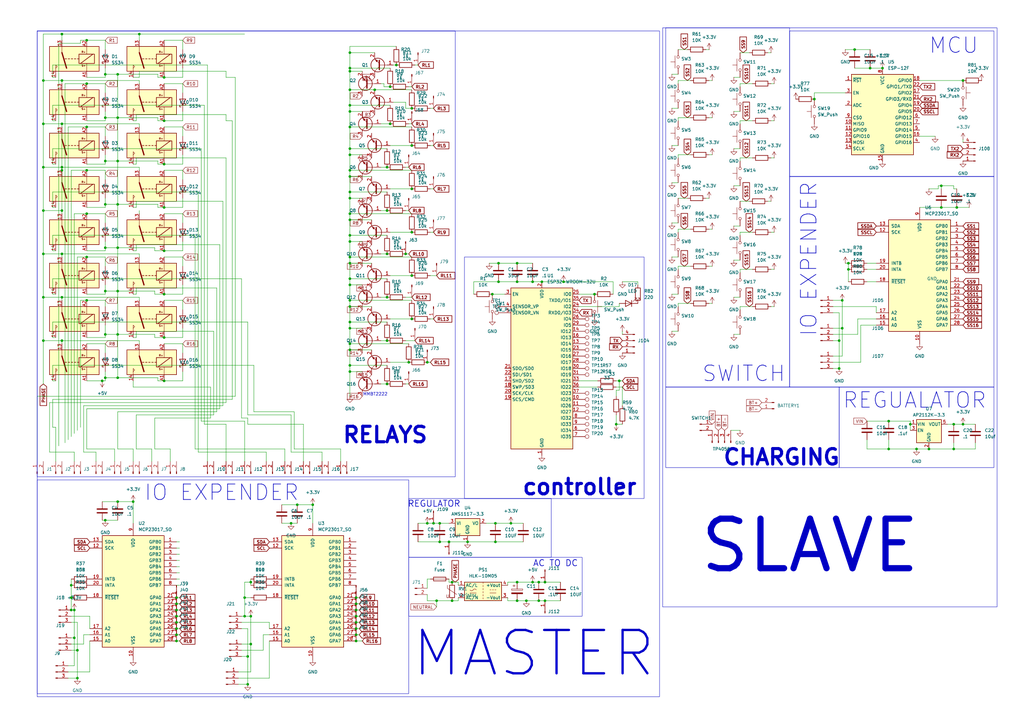
<source format=kicad_sch>
(kicad_sch (version 20250114) (generator "eeschema") (generator_version "9.0")
  (paper "A3")
  (rectangle (start 273.05 158.75) (end 344.17 191.77))
  (rectangle (start 15.24 12.7) (end 270.51 285.75))
  (rectangle (start 15.24 12.7) (end 186.69 195.58))
  (rectangle (start 344.17 158.75) (end 407.67 191.77))
  (rectangle (start 323.85 72.39) (end 407.67 158.75))
  (rectangle (start 271.78 11.43) (end 408.94 248.92))
  (rectangle (start 15.24 196.85) (end 167.64 284.48))
  (rectangle (start 167.64 228.6) (end 238.76 252.73))
  (rectangle (start 190.5 105.41) (end 264.16 204.47))
  (rectangle (start 167.64 204.47) (end 226.06 228.6))
  (rectangle (start 273.05 11.43) (end 323.85 158.75))
  (rectangle (start 323.85 12.7) (end 407.67 72.39))
  (text "REGULATOR\n" (at 178.054 206.756 0) (effects (font (size 2.54 2.54) (thickness 0.254) (bold yes))))
  (text "IO EXPENDER" (at 90.932 202.184 0) (effects (font (size 6.35 6.35) (thickness 0.254) (bold yes))))
  (text "MASTER" (at 218.948 268.224 0) (effects (font (size 17.78 17.78) (thickness 0.9525))))
  (text "REGUALATOR\n" (at 375.158 164.338 0) (effects (font (size 6.35 6.35) (thickness 0.254) (bold yes))))
  (text "AC TO DC\n" (at 227.838 231.14 0) (effects (font (size 2.54 2.54) (thickness 0.254) (bold yes))))
  (text "SLAVE" (at 332.232 224.028 0) (effects (font (size 20.32 20.32) (thickness 2.54))))
  (text "RELAYS" (at 157.988 178.562 0) (effects (font (size 6.35 6.35) (thickness 1.27) (bold yes))))
  (text "MCU" (at 391.16 18.796 0) (effects (font (size 6.35 6.35) (thickness 0.254) (bold yes))))
  (text "IO EXPENDER\n" (at 331.724 106.426 90) (effects (font (size 6.35 6.35) (thickness 0.254) (bold yes))))
  (text "CHARGING\n" (at 320.548 187.706 0) (effects (font (size 6.35 6.35) (thickness 1.27) (bold yes))))
  (text "MMBT2222" (at 153.924 161.798 0) (effects (font (size 1.27 1.27))))
  (text "SWITCH" (at 305.054 153.416 0) (effects (font (size 6.35 6.35) (thickness 0.254) (bold yes))))
  (text "controller" (at 237.744 199.898 0) (effects (font (size 6.35 6.35) (thickness 1.27) (bold yes))))
  (junction (at 220.98 246.38))
  (junction (at 361.95 27.94))
  (junction (at 212.09 115.57))
  (junction (at 128.27 207.01))
  (junction (at 162.56 26.67))
  (junction (at 143.51 123.19))
  (junction (at 41.91 156.21))
  (junction (at 223.52 246.38))
  (junction (at 392.43 85.09))
  (junction (at 100.33 252.73))
  (junction (at 102.87 264.16))
  (junction (at 143.51 90.17))
  (junction (at 204.47 107.95))
  (junction (at 29.21 250.19))
  (junction (at 146.05 257.81))
  (junction (at 381 184.15))
  (junction (at 143.51 29.21))
  (junction (at 17.78 68.58))
  (junction (at 364.49 184.15))
  (junction (at 143.51 125.73))
  (junction (at 143.51 134.62))
  (junction (at 143.51 63.5))
  (junction (at 168.91 95.25))
  (junction (at 25.4 50.8))
  (junction (at 72.39 260.35))
  (junction (at 215.9 246.38))
  (junction (at 345.44 123.19))
  (junction (at 184.15 222.25))
  (junction (at 143.51 43.18))
  (junction (at 203.2 222.25))
  (junction (at 48.26 66.04))
  (junction (at 179.07 246.38))
  (junction (at 48.26 119.38))
  (junction (at 344.17 151.13))
  (junction (at 143.51 99.06))
  (junction (at 35.56 105.41))
  (junction (at 25.4 104.14))
  (junction (at 48.26 30.48))
  (junction (at 143.51 116.84))
  (junction (at 43.18 48.26))
  (junction (at 143.51 69.85))
  (junction (at 143.51 143.51))
  (junction (at 158.75 68.58))
  (junction (at 143.51 81.28))
  (junction (at 146.05 247.65))
  (junction (at 223.52 238.76))
  (junction (at 48.26 101.6))
  (junction (at 67.31 49.53))
  (junction (at 143.51 52.07))
  (junction (at 350.52 20.32))
  (junction (at 391.16 173.99))
  (junction (at 67.31 67.31))
  (junction (at 143.51 96.52))
  (junction (at 57.15 13.97))
  (junction (at 143.51 21.59))
  (junction (at 48.26 83.82))
  (junction (at 17.78 121.92))
  (junction (at 177.8 214.63))
  (junction (at 375.92 184.15))
  (junction (at 35.56 16.51))
  (junction (at 158.75 139.7))
  (junction (at 158.75 157.48))
  (junction (at 160.02 35.56))
  (junction (at 143.51 114.3))
  (junction (at 356.87 27.94))
  (junction (at 143.51 140.97))
  (junction (at 209.55 214.63))
  (junction (at 67.31 156.21))
  (junction (at 31.75 266.7))
  (junction (at 35.56 34.29))
  (junction (at 102.87 238.76))
  (junction (at 386.08 76.2))
  (junction (at 29.21 245.11))
  (junction (at 364.49 172.72))
  (junction (at 146.05 245.11))
  (junction (at 391.16 184.15))
  (junction (at 143.51 107.95))
  (junction (at 143.51 78.74))
  (junction (at 167.64 148.59))
  (junction (at 334.01 40.64))
  (junction (at 166.37 104.14))
  (junction (at 101.6 280.67))
  (junction (at 67.31 85.09))
  (junction (at 143.51 87.63))
  (junction (at 243.84 120.65))
  (junction (at 54.61 205.74))
  (junction (at 201.93 120.65))
  (junction (at 25.4 13.97))
  (junction (at 153.67 36.83))
  (junction (at 146.05 262.89))
  (junction (at 31.75 278.13))
  (junction (at 25.4 86.36))
  (junction (at 35.56 52.07))
  (junction (at 373.38 173.99))
  (junction (at 35.56 69.85))
  (junction (at 158.75 86.36))
  (junction (at 185.42 246.38))
  (junction (at 101.6 269.24))
  (junction (at 48.26 48.26))
  (junction (at 29.21 240.03))
  (junction (at 191.77 222.25))
  (junction (at 43.18 66.04))
  (junction (at 252.73 173.99))
  (junction (at 17.78 50.8))
  (junction (at 168.91 113.03))
  (junction (at 394.97 173.99))
  (junction (at 168.91 59.69))
  (junction (at 218.44 115.57))
  (junction (at 143.51 36.83))
  (junction (at 48.26 205.74))
  (junction (at 220.98 238.76))
  (junction (at 48.26 137.16))
  (junction (at 67.31 138.43))
  (junction (at 218.44 238.76))
  (junction (at 72.39 262.89))
  (junction (at 43.18 83.82))
  (junction (at 158.75 104.14))
  (junction (at 222.25 115.57))
  (junction (at 25.4 33.02))
  (junction (at 146.05 250.19))
  (junction (at 102.87 252.73))
  (junction (at 212.09 107.95))
  (junction (at 67.31 120.65))
  (junction (at 43.18 137.16))
  (junction (at 30.48 261.62))
  (junction (at 203.2 214.63))
  (junction (at 143.51 60.96))
  (junction (at 43.18 154.94))
  (junction (at 17.78 86.36))
  (junction (at 212.09 238.76))
  (junction (at 43.18 119.38))
  (junction (at 72.39 245.11))
  (junction (at 143.51 149.86))
  (junction (at 48.26 154.94))
  (junction (at 347.98 110.49))
  (junction (at 160.02 50.8))
  (junction (at 72.39 255.27))
  (junction (at 146.05 252.73))
  (junction (at 43.18 213.36))
  (junction (at 119.38 214.63))
  (junction (at 345.44 134.62))
  (junction (at 25.4 68.58))
  (junction (at 72.39 247.65))
  (junction (at 121.92 207.01))
  (junction (at 231.14 115.57))
  (junction (at 168.91 44.45))
  (junction (at 146.05 260.35))
  (junction (at 175.26 148.59))
  (junction (at 67.31 31.75))
  (junction (at 146.05 255.27))
  (junction (at 35.56 123.19))
  (junction (at 30.48 250.19))
  (junction (at 143.51 45.72))
  (junction (at 175.26 214.63))
  (junction (at 394.97 33.02))
  (junction (at 386.08 85.09))
  (junction (at 143.51 27.94))
  (junction (at 72.39 257.81))
  (junction (at 143.51 132.08))
  (junction (at 143.51 152.4))
  (junction (at 25.4 139.7))
  (junction (at 344.17 139.7))
  (junction (at 158.75 121.92))
  (junction (at 35.56 87.63))
  (junction (at 168.91 130.81))
  (junction (at 67.31 102.87))
  (junction (at 25.4 121.92))
  (junction (at 254 156.21))
  (junction (at 17.78 104.14))
  (junction (at 168.91 77.47))
  (junction (at 212.09 246.38))
  (junction (at 143.51 105.41))
  (junction (at 204.47 115.57))
  (junction (at 143.51 72.39))
  (junction (at 347.98 107.95))
  (junction (at 17.78 139.7))
  (junction (at 43.18 101.6))
  (junction (at 43.18 30.48))
  (junction (at 25.4 69.85))
  (junction (at 17.78 33.02))
  (junction (at 180.34 214.63))
  (junction (at 72.39 252.73))
  (junction (at 185.42 238.76))
  (junction (at 100.33 245.11))
  (junction (at 180.34 222.25))
  (junction (at 72.39 250.19))
  (wire (pts (xy 43.18 116.84) (xy 43.18 119.38)))
  (wire (pts (xy 124.46 173.99) (xy 124.46 189.23)))
  (wire (pts (xy 43.18 48.26) (xy 43.18 49.53)))
  (wire (pts (xy 175.26 246.38) (xy 179.07 246.38)))
  (wire (pts (xy 95.25 49.53) (xy 92.71 49.53)))
  (wire (pts (xy 377.19 33.02) (xy 394.97 33.02)))
  (wire (pts (xy 43.18 66.04) (xy 43.18 67.31)))
  (wire (pts (xy 55.88 184.15) (xy 55.88 170.18)))
  (wire (pts (xy 289.56 81.28) (xy 290.83 81.28)))
  (wire (pts (xy 39.37 185.42) (xy 34.29 185.42)))
  (wire (pts (xy 85.09 26.67) (xy 21.59 26.67)))
  (wire (pts (xy 147.32 257.81) (xy 146.05 257.81)))
  (wire (pts (xy 55.88 138.43) (xy 54.61 138.43)))
  (wire (pts (xy 254 125.73) (xy 254 124.46)))
  (wire (pts (xy 143.51 149.86) (xy 143.51 143.51)))
  (wire (pts (xy 290.83 124.46) (xy 292.1 124.46)))
  (wire (pts (xy 31.75 176.53) (xy 31.75 105.41)))
  (wire (pts (xy 73.66 257.81) (xy 72.39 257.81)))
  (wire (pts (xy 278.13 109.22) (xy 278.13 110.49)))
  (wire (pts (xy 394.97 173.99) (xy 400.05 173.99)))
  (wire (pts (xy 102.87 264.16) (xy 102.87 252.73)))
  (wire (pts (xy 179.07 246.38) (xy 185.42 246.38)))
  (wire (pts (xy 92.71 189.23) (xy 92.71 173.99)))
  (wire (pts (xy 187.96 246.38) (xy 185.42 246.38)))
  (wire (pts (xy 341.63 151.13) (xy 344.17 151.13)))
  (wire (pts (xy 194.31 115.57) (xy 204.47 115.57)))
  (wire (pts (xy 15.24 162.56) (xy 96.52 162.56)))
  (wire (pts (xy 96.52 162.56) (xy 96.52 31.75)))
  (wire (pts (xy 166.37 44.45) (xy 168.91 44.45)))
  (wire (pts (xy 109.22 185.42) (xy 81.28 185.42)))
  (wire (pts (xy 74.93 120.65) (xy 67.31 120.65)))
  (wire (pts (xy 102.87 275.59) (xy 102.87 264.16)))
  (wire (pts (xy 21.59 138.43) (xy 22.86 138.43)))
  (wire (pts (xy 400.05 184.15) (xy 400.05 181.61)))
  (wire (pts (xy 160.02 59.69) (xy 168.91 59.69)))
  (wire (pts (xy 99.06 269.24) (xy 101.6 269.24)))
  (wire (pts (xy 54.61 205.74) (xy 48.26 205.74)))
  (wire (pts (xy 33.02 123.19) (xy 35.56 123.19)))
  (wire (pts (xy 54.61 189.23) (xy 54.61 184.15)))
  (wire (pts (xy 34.29 264.16) (xy 29.21 264.16)))
  (wire (pts (xy 26.67 181.61) (xy 26.67 34.29)))
  (wire (pts (xy 100.33 245.11) (xy 100.33 238.76)))
  (wire (pts (xy 156.21 50.8) (xy 160.02 50.8)))
  (wire (pts (xy 176.53 237.49) (xy 175.26 237.49)))
  (wire (pts (xy 21.59 43.18) (xy 21.59 49.53)))
  (wire (pts (xy 80.01 184.15) (xy 80.01 96.52)))
  (wire (pts (xy 139.7 184.15) (xy 120.65 184.15)))
  (wire (pts (xy 43.18 34.29) (xy 35.56 34.29)))
  (wire (pts (xy 341.63 137.16) (xy 351.79 137.16)))
  (wire (pts (xy 43.18 138.43) (xy 35.56 138.43)))
  (wire (pts (xy 300.99 31.75) (xy 303.53 31.75)))
  (wire (pts (xy 57.15 121.92) (xy 25.4 121.92)))
  (wire (pts (xy 391.16 184.15) (xy 400.05 184.15)))
  (wire (pts (xy 21.59 96.52) (xy 21.59 102.87)))
  (wire (pts (xy 43.18 137.16) (xy 43.18 138.43)))
  (wire (pts (xy 100.33 172.72) (xy 82.55 172.72)))
  (wire (pts (xy 92.71 49.53) (xy 92.71 46.99)))
  (wire (pts (xy 55.88 120.65) (xy 54.61 120.65)))
  (wire (pts (xy 102.87 238.76) (xy 102.87 240.03)))
  (wire (pts (xy 30.48 185.42) (xy 20.32 185.42)))
  (wire (pts (xy 88.9 118.11) (xy 55.88 118.11)))
  (wire (pts (xy 278.13 33.02) (xy 278.13 34.29)))
  (wire (pts (xy 278.13 48.26) (xy 278.13 49.53)))
  (wire (pts (xy 57.15 139.7) (xy 25.4 139.7)))
  (wire (pts (xy 43.18 102.87) (xy 35.56 102.87)))
  (wire (pts (xy 74.93 140.97) (xy 74.93 144.78)))
  (wire (pts (xy 92.71 46.99) (xy 55.88 46.99)))
  (wire (pts (xy 356.87 27.94) (xy 361.95 27.94)))
  (wire (pts (xy 104.14 168.91) (xy 104.14 149.86)))
  (wire (pts (xy 208.28 240.03) (xy 208.28 238.76)))
  (wire (pts (xy 74.93 45.72) (xy 74.93 49.53)))
  (wire (pts (xy 381 77.47) (xy 384.81 77.47)))
  (wire (pts (xy 355.6 115.57) (xy 359.41 115.57)))
  (wire (pts (xy 147.32 247.65) (xy 146.05 247.65)))
  (wire (pts (xy 25.4 50.8) (xy 25.4 52.07)))
  (wire (pts (xy 63.5 101.6) (xy 48.26 101.6)))
  (wire (pts (xy 55.88 64.77) (xy 55.88 67.31)))
  (wire (pts (xy 21.59 163.83) (xy 95.25 163.83)))
  (wire (pts (xy 168.91 52.07) (xy 143.51 52.07)))
  (wire (pts (xy 187.96 238.76) (xy 187.96 240.03)))
  (wire (pts (xy 74.93 116.84) (xy 74.93 120.65)))
  (wire (pts (xy 100.33 13.97) (xy 57.15 13.97)))
  (wire (pts (xy 303.53 49.53) (xy 303.53 50.8)))
  (wire (pts (xy 39.37 189.23) (xy 39.37 185.42)))
  (wire (pts (xy 48.26 137.16) (xy 48.26 154.94)))
  (wire (pts (xy 57.15 104.14) (xy 25.4 104.14)))
  (wire (pts (xy 80.01 96.52) (xy 21.59 96.52)))
  (wire (pts (xy 143.51 36.83) (xy 143.51 43.18)))
  (wire (pts (xy 73.66 234.95) (xy 72.39 234.95)))
  (wire (pts (xy 143.51 43.18) (xy 160.02 43.18)))
  (wire (pts (xy 116.84 184.15) (xy 80.01 184.15)))
  (wire (pts (xy 21.59 78.74) (xy 21.59 85.09)))
  (wire (pts (xy 36.83 252.73) (xy 36.83 257.81)))
  (wire (pts (xy 17.78 104.14) (xy 17.78 86.36)))
  (wire (pts (xy 25.4 86.36) (xy 25.4 87.63)))
  (wire (pts (xy 300.99 106.68) (xy 303.53 106.68)))
  (wire (pts (xy 314.96 82.55) (xy 316.23 82.55)))
  (wire (pts (xy 67.31 49.53) (xy 64.77 49.53)))
  (wire (pts (xy 391.16 173.99) (xy 394.97 173.99)))
  (wire (pts (xy 156.21 68.58) (xy 158.75 68.58)))
  (wire (pts (xy 341.63 123.19) (xy 345.44 123.19)))
  (wire (pts (xy 43.18 154.94) (xy 43.18 156.21)))
  (wire (pts (xy 25.4 68.58) (xy 25.4 69.85)))
  (wire (pts (xy 316.23 49.53) (xy 317.5 49.53)))
  (wire (pts (xy 215.9 246.38) (xy 220.98 246.38)))
  (wire (pts (xy 254 156.21) (xy 255.27 156.21)))
  (wire (pts (xy 391.16 77.47) (xy 392.43 77.47)))
  (wire (pts (xy 139.7 189.23) (xy 139.7 184.15)))
  (wire (pts (xy 57.15 29.21) (xy 57.15 31.75)))
  (wire (pts (xy 43.18 27.94) (xy 43.18 30.48)))
  (wire (pts (xy 27.94 180.34) (xy 27.94 52.07)))
  (wire (pts (xy 35.56 167.64) (xy 90.17 167.64)))
  (wire (pts (xy 341.63 139.7) (xy 344.17 139.7)))
  (wire (pts (xy 62.23 184.15) (xy 55.88 184.15)))
  (wire (pts (xy 30.48 250.19) (xy 29.21 250.19)))
  (wire (pts (xy 115.57 207.01) (xy 121.92 207.01)))
  (wire (pts (xy 143.51 152.4) (xy 148.59 152.4)))
  (wire (pts (xy 143.51 149.86) (xy 158.75 149.86)))
  (wire (pts (xy 92.71 64.77) (xy 55.88 64.77)))
  (wire (pts (xy 22.86 189.23) (xy 22.86 175.26)))
  (wire (pts (xy 218.44 238.76) (xy 220.98 238.76)))
  (wire (pts (xy 17.78 104.14) (xy 25.4 104.14)))
  (wire (pts (xy 143.51 21.59) (xy 153.67 21.59)))
  (wire (pts (xy 64.77 156.21) (xy 64.77 154.94)))
  (wire (pts (xy 73.66 252.73) (xy 72.39 252.73)))
  (wire (pts (xy 147.32 245.11) (xy 146.05 245.11)))
  (wire (pts (xy 57.15 104.14) (xy 57.15 105.41)))
  (wire (pts (xy 43.18 125.73) (xy 43.18 123.19)))
  (wire (pts (xy 175.26 243.84) (xy 175.26 246.38)))
  (wire (pts (xy 251.46 115.57) (xy 251.46 120.65)))
  (wire (pts (xy 85.09 189.23) (xy 85.09 26.67)))
  (wire (pts (xy 57.15 86.36) (xy 57.15 87.63)))
  (wire (pts (xy 54.61 67.31) (xy 55.88 67.31)))
  (wire (pts (xy 275.59 44.45) (xy 278.13 44.45)))
  (wire (pts (xy 102.87 252.73) (xy 100.33 252.73)))
  (wire (pts (xy 48.26 30.48) (xy 43.18 30.48)))
  (wire (pts (xy 101.6 170.18) (xy 101.6 132.08)))
  (wire (pts (xy 101.6 171.45) (xy 99.06 171.45)))
  (wire (pts (xy 74.93 87.63) (xy 74.93 91.44)))
  (wire (pts (xy 104.14 168.91) (xy 120.65 168.91)))
  (wire (pts (xy 74.93 16.51) (xy 67.31 16.51)))
  (wire (pts (xy 83.82 43.18) (xy 21.59 43.18)))
  (wire (pts (xy 143.51 96.52) (xy 143.51 90.17)))
  (wire (pts (xy 316.23 64.77) (xy 317.5 64.77)))
  (wire (pts (xy 128.27 207.01) (xy 128.27 214.63)))
  (wire (pts (xy 184.15 237.49) (xy 184.15 238.76)))
  (wire (pts (xy 158.75 132.08) (xy 143.51 132.08)))
  (wire (pts (xy 29.21 255.27) (xy 31.75 255.27)))
  (wire (pts (xy 171.45 222.25) (xy 180.34 222.25)))
  (wire (pts (xy 275.59 120.65) (xy 278.13 120.65)))
  (wire (pts (xy 143.51 105.41) (xy 168.91 105.41)))
  (wire (pts (xy 364.49 180.34) (xy 364.49 184.15)))
  (wire (pts (xy 67.31 31.75) (xy 74.93 31.75)))
  (wire (pts (xy 73.66 245.11) (xy 72.39 245.11)))
  (wire (pts (xy 48.26 83.82) (xy 43.18 83.82)))
  (wire (pts (xy 171.45 214.63) (xy 175.26 214.63)))
  (wire (pts (xy 143.51 29.21) (xy 143.51 27.94)))
  (wire (pts (xy 350.52 20.32) (xy 356.87 20.32)))
  (wire (pts (xy 41.91 213.36) (xy 43.18 213.36)))
  (wire (pts (xy 275.59 135.89) (xy 278.13 135.89)))
  (wire (pts (xy 208.28 245.11) (xy 208.28 246.38)))
  (wire (pts (xy 237.49 125.73) (xy 254 125.73)))
  (wire (pts (xy 237.49 158.75) (xy 245.11 158.75)))
  (wire (pts (xy 147.32 255.27) (xy 146.05 255.27)))
  (wire (pts (xy 344.17 139.7) (xy 344.17 151.13)))
  (wire (pts (xy 143.51 132.08) (xy 143.51 134.62)))
  (wire (pts (xy 373.38 173.99) (xy 373.38 176.53)))
  (wire (pts (xy 278.13 93.98) (xy 278.13 95.25)))
  (wire (pts (xy 167.64 104.14) (xy 166.37 104.14)))
  (wire (pts (xy 100.33 189.23) (xy 100.33 172.72)))
  (wire (pts (xy 48.26 101.6) (xy 48.26 119.38)))
  (wire (pts (xy 392.43 85.09) (xy 397.51 85.09)))
  (wire (pts (xy 166.37 41.91) (xy 166.37 44.45)))
  (wire (pts (xy 25.4 69.85) (xy 25.4 86.36)))
  (wire (pts (xy 17.78 139.7) (xy 17.78 121.92)))
  (wire (pts (xy 100.33 238.76) (xy 102.87 238.76)))
  (wire (pts (xy 74.93 140.97) (xy 67.31 140.97)))
  (wire (pts (xy 62.23 189.23) (xy 62.23 184.15)))
  (wire (pts (xy 355.6 107.95) (xy 359.41 107.95)))
  (wire (pts (xy 43.18 45.72) (xy 43.18 48.26)))
  (wire (pts (xy 82.55 172.72) (xy 82.55 60.96)))
  (wire (pts (xy 74.93 63.5) (xy 74.93 67.31)))
  (wire (pts (xy 143.51 45.72) (xy 148.59 45.72)))
  (wire (pts (xy 160.02 148.59) (xy 167.64 148.59)))
  (wire (pts (xy 353.06 133.35) (xy 359.41 133.35)))
  (wire (pts (xy 290.83 93.98) (xy 292.1 93.98)))
  (wire (pts (xy 43.18 20.32) (xy 43.18 16.51)))
  (wire (pts (xy 283.21 93.98) (xy 278.13 93.98)))
  (wire (pts (xy 25.4 54.61) (xy 25.4 68.58)))
  (wire (pts (xy 67.31 67.31) (xy 64.77 67.31)))
  (wire (pts (xy 21.59 120.65) (xy 22.86 120.65)))
  (wire (pts (xy 300.99 60.96) (xy 303.53 60.96)))
  (wire (pts (xy 57.15 68.58) (xy 25.4 68.58)))
  (wire (pts (xy 143.51 107.95) (xy 152.4 107.95)))
  (wire (pts (xy 303.53 82.55) (xy 307.34 82.55)))
  (wire (pts (xy 27.94 278.13) (xy 31.75 278.13)))
  (wire (pts (xy 73.66 250.19) (xy 72.39 250.19)))
  (wire (pts (xy 201.93 120.65) (xy 207.01 120.65)))
  (wire (pts (xy 168.91 50.8) (xy 167.64 50.8)))
  (wire (pts (xy 17.78 139.7) (xy 25.4 139.7)))
  (wire (pts (xy 283.21 124.46) (xy 278.13 124.46)))
  (wire (pts (xy 25.4 13.97) (xy 25.4 16.51)))
  (wire (pts (xy 17.78 121.92) (xy 17.78 104.14)))
  (wire (pts (xy 17.78 68.58) (xy 25.4 68.58)))
  (wire (pts (xy 275.59 59.69) (xy 278.13 59.69)))
  (wire (pts (xy 74.93 123.19) (xy 74.93 127)))
  (wire (pts (xy 147.32 260.35) (xy 146.05 260.35)))
  (wire (pts (xy 316.23 125.73) (xy 317.5 125.73)))
  (wire (pts (xy 316.23 34.29) (xy 317.5 34.29)))
  (wire (pts (xy 353.06 148.59) (xy 353.06 133.35)))
  (wire (pts (xy 341.63 125.73) (xy 359.41 125.73)))
  (wire (pts (xy 35.56 184.15) (xy 35.56 167.64)))
  (wire (pts (xy 43.18 154.94) (xy 48.26 154.94)))
  (wire (pts (xy 43.18 87.63) (xy 35.56 87.63)))
  (wire (pts (xy 100.33 245.11) (xy 100.33 252.73)))
  (wire (pts (xy 101.6 173.99) (xy 101.6 171.45)))
  (wire (pts (xy 143.51 45.72) (xy 143.51 52.07)))
  (wire (pts (xy 43.18 83.82) (xy 43.18 85.09)))
  (wire (pts (xy 43.18 73.66) (xy 43.18 69.85)))
  (wire (pts (xy 255.27 115.57) (xy 261.62 115.57)))
  (wire (pts (xy 99.06 264.16) (xy 102.87 264.16)))
  (wire (pts (xy 91.44 82.55) (xy 55.88 82.55)))
  (wire (pts (xy 177.8 77.47) (xy 176.53 77.47)))
  (wire (pts (xy 156.21 104.14) (xy 158.75 104.14)))
  (wire (pts (xy 48.26 101.6) (xy 43.18 101.6)))
  (wire (pts (xy 143.51 69.85) (xy 168.91 69.85)))
  (wire (pts (xy 43.18 144.78) (xy 43.18 140.97)))
  (wire (pts (xy 57.15 139.7) (xy 57.15 140.97)))
  (wire (pts (xy 43.18 152.4) (xy 43.18 154.94)))
  (wire (pts (xy 43.18 105.41) (xy 35.56 105.41)))
  (wire (pts (xy 43.18 81.28) (xy 43.18 83.82)))
  (wire (pts (xy 25.4 33.02) (xy 25.4 34.29)))
  (wire (pts (xy 148.59 262.89) (xy 146.05 262.89)))
  (wire (pts (xy 275.59 91.44) (xy 278.13 91.44)))
  (wire (pts (xy 74.93 52.07) (xy 74.93 55.88)))
  (wire (pts (xy 48.26 119.38) (xy 43.18 119.38)))
  (wire (pts (xy 299.72 176.53) (xy 303.53 176.53)))
  (wire (pts (xy 99.06 171.45) (xy 99.06 114.3)))
  (wire (pts (xy 43.18 38.1) (xy 43.18 34.29)))
  (wire (pts (xy 74.93 34.29) (xy 74.93 38.1)))
  (wire (pts (xy 303.53 34.29) (xy 303.53 35.56)))
  (wire (pts (xy 46.99 189.23) (xy 46.99 184.15)))
  (wire (pts (xy 143.51 143.51) (xy 152.4 143.51)))
  (wire (pts (xy 63.5 119.38) (xy 48.26 119.38)))
  (wire (pts (xy 57.15 50.8) (xy 25.4 50.8)))
  (wire (pts (xy 63.5 138.43) (xy 63.5 137.16)))
  (wire (pts (xy 73.66 224.79) (xy 72.39 224.79)))
  (wire (pts (xy 21.59 156.21) (xy 22.86 156.21)))
  (wire (pts (xy 101.6 280.67) (xy 97.79 280.67)))
  (wire (pts (xy 346.71 20.32) (xy 350.52 20.32)))
  (wire (pts (xy 55.88 100.33) (xy 55.88 102.87)))
  (wire (pts (xy 27.94 52.07) (xy 35.56 52.07)))
  (wire (pts (xy 177.8 214.63) (xy 180.34 214.63)))
  (wire (pts (xy 364.49 184.15) (xy 375.92 184.15)))
  (wire (pts (xy 345.44 134.62) (xy 345.44 123.19)))
  (wire (pts (xy 33.02 16.51) (xy 35.56 16.51)))
  (wire (pts (xy 17.78 121.92) (xy 25.4 121.92)))
  (wire (pts (xy 212.09 238.76) (xy 218.44 238.76)))
  (wire (pts (xy 143.51 134.62) (xy 148.59 134.62)))
  (wire (pts (xy 17.78 13.97) (xy 25.4 13.97)))
  (wire (pts (xy 21.59 67.31) (xy 22.86 67.31)))
  (wire (pts (xy 36.83 262.89) (xy 36.83 275.59)))
  (wire (pts (xy 143.51 81.28) (xy 143.51 87.63)))
  (wire (pts (xy 347.98 107.95) (xy 347.98 110.49)))
  (wire (pts (xy 212.09 246.38) (xy 215.9 246.38)))
  (wire (pts (xy 377.19 55.88) (xy 383.54 55.88)))
  (wire (pts (xy 167.64 86.36) (xy 166.37 86.36)))
  (wire (pts (xy 21.59 85.09) (xy 22.86 85.09)))
  (wire (pts (xy 63.5 102.87) (xy 63.5 101.6)))
  (wire (pts (xy 73.66 227.33) (xy 72.39 227.33)))
  (wire (pts (xy 63.5 138.43) (xy 67.31 138.43)))
  (wire (pts (xy 384.81 77.47) (xy 384.81 76.2)))
  (wire (pts (xy 143.51 29.21) (xy 143.51 36.83)))
  (wire (pts (xy 91.44 82.55) (xy 91.44 166.37)))
  (wire (pts (xy 74.93 69.85) (xy 74.93 73.66)))
  (wire (pts (xy 64.77 31.75) (xy 64.77 30.48)))
  (wire (pts (xy 30.48 273.05) (xy 30.48 261.62)))
  (wire (pts (xy 29.21 252.73) (xy 36.83 252.73)))
  (wire (pts (xy 63.5 120.65) (xy 63.5 119.38)))
  (wire (pts (xy 157.48 35.56) (xy 160.02 35.56)))
  (wire (pts (xy 48.26 30.48) (xy 48.26 48.26)))
  (wire (pts (xy 43.18 156.21) (xy 41.91 156.21)))
  (wire (pts (xy 74.93 87.63) (xy 67.31 87.63)))
  (wire (pts (xy 143.51 114.3) (xy 143.51 107.95)))
  (wire (pts (xy 252.73 158.75) (xy 255.27 158.75)))
  (wire (pts (xy 55.88 135.89) (xy 55.88 138.43)))
  (wire (pts (xy 46.99 184.15) (xy 35.56 184.15)))
  (wire (pts (xy 48.26 137.16) (xy 43.18 137.16)))
  (wire (pts (xy 48.26 205.74) (xy 41.91 205.74)))
  (wire (pts (xy 15.24 189.23) (xy 15.24 162.56)))
  (wire (pts (xy 386.08 77.47) (xy 386.08 76.2)))
  (wire (pts (xy 167.64 157.48) (xy 166.37 157.48)))
  (wire (pts (xy 107.95 266.7) (xy 99.06 266.7)))
  (wire (pts (xy 373.38 172.72) (xy 373.38 173.99)))
  (wire (pts (xy 57.15 33.02) (xy 57.15 34.29)))
  (wire (pts (xy 43.18 99.06) (xy 43.18 101.6)))
  (wire (pts (xy 21.59 114.3) (xy 21.59 120.65)))
  (wire (pts (xy 27.94 273.05) (xy 30.48 273.05)))
  (wire (pts (xy 97.79 275.59) (xy 102.87 275.59)))
  (wire (pts (xy 34.29 260.35) (xy 34.29 264.16)))
  (wire (pts (xy 43.18 69.85) (xy 35.56 69.85)))
  (wire (pts (xy 30.48 189.23) (xy 30.48 185.42)))
  (wire (pts (xy 341.63 146.05) (xy 345.44 146.05)))
  (wire (pts (xy 341.63 148.59) (xy 353.06 148.59)))
  (wire (pts (xy 64.77 85.09) (xy 64.77 83.82)))
  (wire (pts (xy 88.9 118.11) (xy 88.9 168.91)))
  (wire (pts (xy 74.93 102.87) (xy 67.31 102.87)))
  (wire (pts (xy 54.61 214.63) (xy 54.61 205.74)))
  (wire (pts (xy 175.26 237.49) (xy 175.26 241.3)))
  (wire (pts (xy 388.62 173.99) (xy 391.16 173.99)))
  (wire (pts (xy 220.98 246.38) (xy 223.52 246.38)))
  (wire (pts (xy 254 160.02) (xy 254 156.21)))
  (wire (pts (xy 283.21 48.26) (xy 278.13 48.26)))
  (wire (pts (xy 74.93 152.4) (xy 74.93 156.21)))
  (wire (pts (xy 92.71 31.75) (xy 92.71 29.21)))
  (wire (pts (xy 81.28 78.74) (xy 21.59 78.74)))
  (wire (pts (xy 218.44 115.57) (xy 222.25 115.57)))
  (wire (pts (xy 278.13 20.32) (xy 281.94 20.32)))
  (wire (pts (xy 55.88 46.99) (xy 55.88 49.53)))
  (wire (pts (xy 143.51 78.74) (xy 143.51 72.39)))
  (wire (pts (xy 74.93 49.53) (xy 67.31 49.53)))
  (wire (pts (xy 119.38 185.42) (xy 119.38 170.18)))
  (wire (pts (xy 64.77 30.48) (xy 48.26 30.48)))
  (wire (pts (xy 43.18 63.5) (xy 43.18 66.04)))
  (wire (pts (xy 300.99 45.72) (xy 303.53 45.72)))
  (wire (pts (xy 143.51 27.94) (xy 143.51 21.59)))
  (wire (pts (xy 143.51 81.28) (xy 148.59 81.28)))
  (wire (pts (xy 115.57 214.63) (xy 119.38 214.63)))
  (wire (pts (xy 73.66 229.87) (xy 72.39 229.87)))
  (wire (pts (xy 92.71 173.99) (xy 83.82 173.99)))
  (wire (pts (xy 153.67 36.83) (xy 143.51 36.83)))
  (wire (pts (xy 55.88 85.09) (xy 54.61 85.09)))
  (wire (pts (xy 74.93 134.62) (xy 74.93 138.43)))
  (wire (pts (xy 57.15 31.75) (xy 54.61 31.75)))
  (wire (pts (xy 351.79 137.16) (xy 351.79 130.81)))
  (wire (pts (xy 43.18 119.38) (xy 43.18 120.65)))
  (wire (pts (xy 74.93 16.51) (xy 74.93 20.32)))
  (wire (pts (xy 67.31 31.75) (xy 64.77 31.75)))
  (wire (pts (xy 29.21 245.11) (xy 29.21 250.19)))
  (wire (pts (xy 209.55 214.63) (xy 214.63 214.63)))
  (wire (pts (xy 143.51 19.05) (xy 143.51 21.59)))
  (wire (pts (xy 308.61 49.53) (xy 303.53 49.53)))
  (wire (pts (xy 74.93 81.28) (xy 74.93 85.09)))
  (wire (pts (xy 82.55 60.96) (xy 21.59 60.96)))
  (wire (pts (xy 54.61 158.75) (xy 86.36 158.75)))
  (wire (pts (xy 143.51 96.52) (xy 158.75 96.52)))
  (wire (pts (xy 86.36 158.75) (xy 86.36 171.45)))
  (wire (pts (xy 160.02 130.81) (xy 168.91 130.81)))
  (wire (pts (xy 303.53 110.49) (xy 303.53 111.76)))
  (wire (pts (xy 375.92 184.15) (xy 381 184.15)))
  (wire (pts (xy 21.59 132.08) (xy 21.59 138.43)))
  (wire (pts (xy 74.93 52.07) (xy 67.31 52.07)))
  (wire (pts (xy 34.29 185.42) (xy 34.29 166.37)))
  (wire (pts (xy 167.64 68.58) (xy 166.37 68.58)))
  (wire (pts (xy 132.08 189.23) (xy 132.08 185.42)))
  (wire (pts (xy 110.49 278.13) (xy 97.79 278.13)))
  (wire (pts (xy 278.13 81.28) (xy 281.94 81.28)))
  (wire (pts (xy 57.15 13.97) (xy 25.4 13.97)))
  (wire (pts (xy 43.18 30.48) (xy 43.18 31.75)))
  (wire (pts (xy 29.21 237.49) (xy 29.21 240.03)))
  (wire (pts (xy 199.39 214.63) (xy 203.2 214.63)))
  (wire (pts (xy 143.51 152.4) (xy 143.51 149.86)))
  (wire (pts (xy 25.4 139.7) (xy 25.4 140.97)))
  (wire (pts (xy 212.09 115.57) (xy 218.44 115.57)))
  (wire (pts (xy 283.21 33.02) (xy 278.13 33.02)))
  (wire (pts (xy 36.83 275.59) (xy 27.94 275.59)))
  (wire (pts (xy 102.87 237.49) (xy 102.87 238.76)))
  (wire (pts (xy 64.77 67.31) (xy 64.77 66.04)))
  (wire (pts (xy 166.37 121.92) (xy 168.91 121.92)))
  (wire (pts (xy 303.53 95.25) (xy 303.53 96.52)))
  (wire (pts (xy 275.59 30.48) (xy 278.13 30.48)))
  (wire (pts (xy 283.21 109.22) (xy 278.13 109.22)))
  (wire (pts (xy 43.18 109.22) (xy 43.18 105.41)))
  (wire (pts (xy 74.93 99.06) (xy 74.93 102.87)))
  (wire (pts (xy 43.18 123.19) (xy 35.56 123.19)))
  (wire (pts (xy 29.21 266.7) (xy 31.75 266.7)))
  (wire (pts (xy 17.78 50.8) (xy 17.78 33.02)))
  (wire (pts (xy 344.17 128.27) (xy 344.17 139.7)))
  (wire (pts (xy 17.78 86.36) (xy 25.4 86.36)))
  (wire (pts (xy 191.77 222.25) (xy 203.2 222.25)))
  (wire (pts (xy 391.16 77.47) (xy 391.16 76.2)))
  (wire (pts (xy 21.59 102.87) (xy 22.86 102.87)))
  (wire (pts (xy 180.34 222.25) (xy 184.15 222.25)))
  (wire (pts (xy 55.88 118.11) (xy 55.88 120.65)))
  (wire (pts (xy 143.51 125.73) (xy 152.4 125.73)))
  (wire (pts (xy 308.61 95.25) (xy 303.53 95.25)))
  (wire (pts (xy 43.18 31.75) (xy 35.56 31.75)))
  (wire (pts (xy 355.6 184.15) (xy 364.49 184.15)))
  (wire (pts (xy 48.26 184.15) (xy 48.26 168.91)))
  (wire (pts (xy 26.67 34.29) (xy 35.56 34.29)))
  (wire (pts (xy 143.51 140.97) (xy 167.64 140.97)))
  (wire (pts (xy 63.5 137.16) (xy 48.26 137.16)))
  (wire (pts (xy 208.28 246.38) (xy 212.09 246.38)))
  (wire (pts (xy 208.28 238.76) (xy 212.09 238.76)))
  (wire (pts (xy 102.87 245.11) (xy 100.33 245.11)))
  (wire (pts (xy 204.47 115.57) (xy 212.09 115.57)))
  (wire (pts (xy 43.18 213.36) (xy 48.26 213.36)))
  (wire (pts (xy 143.51 125.73) (xy 143.51 132.08)))
  (wire (pts (xy 203.2 214.63) (xy 209.55 214.63)))
  (wire (pts (xy 100.33 252.73) (xy 99.06 252.73)))
  (wire (pts (xy 176.53 148.59) (xy 175.26 148.59)))
  (wire (pts (xy 43.18 48.26) (xy 48.26 48.26)))
  (wire (pts (xy 314.96 21.59) (xy 316.23 21.59)))
  (wire (pts (xy 20.32 165.1) (xy 92.71 165.1)))
  (wire (pts (xy 55.88 82.55) (xy 55.88 85.09)))
  (wire (pts (xy 30.48 87.63) (xy 35.56 87.63)))
  (wire (pts (xy 179.07 113.03) (xy 176.53 113.03)))
  (wire (pts (xy 24.13 182.88) (xy 24.13 17.78)))
  (wire (pts (xy 31.75 266.7) (xy 31.75 255.27)))
  (wire (pts (xy 99.06 257.81) (xy 101.6 257.81)))
  (wire (pts (xy 21.59 31.75) (xy 22.86 31.75)))
  (wire (pts (xy 54.61 184.15) (xy 48.26 184.15)))
  (wire (pts (xy 255.27 135.89) (xy 255.27 137.16)))
  (wire (pts (xy 63.5 171.45) (xy 86.36 171.45)))
  (wire (pts (xy 255.27 158.75) (xy 255.27 166.37)))
  (wire (pts (xy 143.51 81.28) (xy 143.51 78.74)))
  (wire (pts (xy 101.6 173.99) (xy 124.46 173.99)))
  (wire (pts (xy 96.52 31.75) (xy 92.71 31.75)))
  (wire (pts (xy 223.52 238.76) (xy 229.87 238.76)))
  (wire (pts (xy 143.51 43.18) (xy 143.51 45.72)))
  (wire (pts (xy 67.31 120.65) (xy 63.5 120.65)))
  (wire (pts (xy 394.97 57.15) (xy 394.97 58.42)))
  (wire (pts (xy 43.18 52.07) (xy 35.56 52.07)))
  (wire (pts (xy 143.51 125.73) (xy 143.51 123.19)))
  (wire (pts (xy 74.93 69.85) (xy 67.31 69.85)))
  (wire (pts (xy 355.6 172.72) (xy 364.49 172.72)))
  (wire (pts (xy 74.93 34.29) (xy 67.31 34.29)))
  (wire (pts (xy 95.25 163.83) (xy 95.25 49.53)))
  (wire (pts (xy 33.02 17.78) (xy 33.02 16.51)))
  (wire (pts (xy 36.83 260.35) (xy 34.29 260.35)))
  (wire (pts (xy 67.31 156.21) (xy 74.93 156.21)))
  (wire (pts (xy 143.51 87.63) (xy 143.51 90.17)))
  (wire (pts (xy 143.51 152.4) (xy 143.51 162.56)))
  (wire (pts (xy 290.83 48.26) (xy 292.1 48.26)))
  (wire (pts (xy 48.26 48.26) (xy 64.77 48.26)))
  (wire (pts (xy 73.66 247.65) (xy 72.39 247.65)))
  (wire (pts (xy 143.51 72.39) (xy 152.4 72.39)))
  (wire (pts (xy 63.5 102.87) (xy 67.31 102.87)))
  (wire (pts (xy 31.75 278.13) (xy 31.75 266.7)))
  (wire (pts (xy 119.38 170.18) (xy 101.6 170.18)))
  (wire (pts (xy 29.21 179.07) (xy 29.21 69.85)))
  (wire (pts (xy 278.13 63.5) (xy 278.13 64.77)))
  (wire (pts (xy 204.47 107.95) (xy 212.09 107.95)))
  (wire (pts (xy 64.77 83.82) (xy 48.26 83.82)))
  (wire (pts (xy 54.61 158.75) (xy 54.61 156.21)))
  (wire (pts (xy 110.49 262.89) (xy 110.49 278.13)))
  (wire (pts (xy 17.78 157.48) (xy 17.78 139.7)))
  (wire (pts (xy 300.99 137.16) (xy 303.53 137.16)))
  (wire (pts (xy 300.99 92.71) (xy 303.53 92.71)))
  (wire (pts (xy 101.6 269.24) (xy 101.6 280.67)))
  (wire (pts (xy 74.93 85.09) (xy 67.31 85.09)))
  (wire (pts (xy 237.49 156.21) (xy 245.11 156.21)))
  (wire (pts (xy 143.51 90.17) (xy 152.4 90.17)))
  (wire (pts (xy 30.48 177.8) (xy 30.48 87.63)))
  (wire (pts (xy 57.15 68.58) (xy 57.15 69.85)))
  (wire (pts (xy 43.18 67.31) (xy 35.56 67.31)))
  (wire (pts (xy 128.27 207.01) (xy 121.92 207.01)))
  (wire (pts (xy 168.91 87.63) (xy 143.51 87.63)))
  (wire (pts (xy 110.49 255.27) (xy 99.06 255.27)))
  (wire (pts (xy 160.02 77.47) (xy 168.91 77.47)))
  (wire (pts (xy 17.78 33.02) (xy 17.78 13.97)))
  (wire (pts (xy 57.15 121.92) (xy 57.15 123.19)))
  (wire (pts (xy 73.66 232.41) (xy 72.39 232.41)))
  (wire (pts (xy 110.49 255.27) (xy 110.49 257.81)))
  (wire (pts (xy 110.49 260.35) (xy 107.95 260.35)))
  (wire (pts (xy 87.63 135.89) (xy 55.88 135.89)))
  (wire (pts (xy 252.73 160.02) (xy 254 160.02)))
  (wire (pts (xy 104.14 149.86) (xy 21.59 149.86)))
  (wire (pts (xy 43.18 101.6) (xy 43.18 102.87)))
  (wire (pts (xy 153.67 36.83) (xy 168.91 36.83)))
  (wire (pts (xy 143.51 116.84) (xy 143.51 114.3)))
  (wire (pts (xy 341.63 128.27) (xy 344.17 128.27)))
  (wire (pts (xy 74.93 67.31) (xy 67.31 67.31)))
  (wire (pts (xy 156.21 157.48) (xy 158.75 157.48)))
  (wire (pts (xy 67.31 156.21) (xy 64.77 156.21)))
  (wire (pts (xy 143.51 114.3) (xy 158.75 114.3)))
  (wire (pts (xy 220.98 238.76) (xy 223.52 238.76)))
  (wire (pts (xy 57.15 13.97) (xy 57.15 16.51)))
  (wire (pts (xy 289.56 20.32) (xy 290.83 20.32)))
  (wire (pts (xy 22.86 175.26) (xy 21.59 175.26)))
  (wire (pts (xy 252.73 156.21) (xy 254 156.21)))
  (wire (pts (xy 364.49 172.72) (xy 373.38 172.72)))
  (wire (pts (xy 355.6 180.34) (xy 355.6 184.15)))
  (wire (pts (xy 386.08 76.2) (xy 384.81 76.2)))
  (wire (pts (xy 25.4 121.92) (xy 25.4 123.19)))
  (wire (pts (xy 17.78 33.02) (xy 25.4 33.02)))
  (wire (pts (xy 64.77 49.53) (xy 64.77 48.26)))
  (wire (pts (xy 43.18 16.51) (xy 35.56 16.51)))
  (wire (pts (xy 386.08 85.09) (xy 392.43 85.09)))
  (wire (pts (xy 290.83 33.02) (xy 292.1 33.02)))
  (wire (pts (xy 107.95 260.35) (xy 107.95 266.7)))
  (wire (pts (xy 377.19 85.09) (xy 386.08 85.09)))
  (wire (pts (xy 83.82 43.18) (xy 83.82 173.99)))
  (wire (pts (xy 345.44 146.05) (xy 345.44 134.62)))
  (wire (pts (xy 92.71 29.21) (xy 57.15 29.21)))
  (wire (pts (xy 109.22 189.23) (xy 109.22 185.42)))
  (wire (pts (xy 303.53 21.59) (xy 307.34 21.59)))
  (wire (pts (xy 308.61 125.73) (xy 303.53 125.73)))
  (wire (pts (xy 143.51 123.19) (xy 168.91 123.19)))
  (wire (pts (xy 303.53 125.73) (xy 303.53 127)))
  (wire (pts (xy 184.15 222.25) (xy 191.77 222.25)))
  (wire (pts (xy 168.91 35.56) (xy 167.64 35.56)))
  (wire (pts (xy 48.26 66.04) (xy 48.26 83.82)))
  (wire (pts (xy 55.88 102.87) (xy 54.61 102.87)))
  (wire (pts (xy 55.88 170.18) (xy 87.63 170.18)))
  (wire (pts (xy 73.66 240.03) (xy 72.39 240.03)))
  (wire (pts (xy 73.66 260.35) (xy 72.39 260.35)))
  (wire (pts (xy 20.32 185.42) (xy 20.32 165.1)))
  (wire (pts (xy 43.18 49.53) (xy 35.56 49.53)))
  (wire (pts (xy 99.06 114.3) (xy 21.59 114.3)))
  (wire (pts (xy 17.78 50.8) (xy 25.4 50.8)))
  (wire (pts (xy 143.51 123.19) (xy 143.51 116.84)))
  (wire (pts (xy 143.51 143.51) (xy 143.51 140.97)))
  (wire (pts (xy 143.51 29.21) (xy 148.59 29.21)))
  (wire (pts (xy 74.93 138.43) (xy 67.31 138.43)))
  (wire (pts (xy 316.23 95.25) (xy 317.5 95.25)))
  (wire (pts (xy 34.29 166.37) (xy 91.44 166.37)))
  (wire (pts (xy 21.59 149.86) (xy 21.59 156.21)))
  (wire (pts (xy 132.08 185.42) (xy 119.38 185.42)))
  (wire (pts (xy 143.51 63.5) (xy 148.59 63.5)))
  (wire (pts (xy 355.6 110.49) (xy 359.41 110.49)))
  (wire (pts (xy 203.2 222.25) (xy 214.63 222.25)))
  (wire (pts (xy 176.53 95.25) (xy 177.8 95.25)))
  (wire (pts (xy 73.66 255.27) (xy 72.39 255.27)))
  (wire (pts (xy 87.63 135.89) (xy 87.63 170.18)))
  (wire (pts (xy 231.14 115.57) (xy 251.46 115.57)))
  (wire (pts (xy 101.6 257.81) (xy 101.6 269.24)))
  (wire (pts (xy 275.59 105.41) (xy 278.13 105.41)))
  (wire (pts (xy 33.02 175.26) (xy 33.02 123.19)))
  (wire (pts (xy 73.66 222.25) (xy 72.39 222.25)))
  (wire (pts (xy 57.15 50.8) (xy 57.15 52.07)))
  (wire (pts (xy 43.18 133.35) (xy 43.18 137.16)))
  (wire (pts (xy 43.18 140.97) (xy 35.56 140.97)))
  (wire (pts (xy 17.78 86.36) (xy 17.78 68.58)))
  (wire (pts (xy 347.98 110.49) (xy 347.98 115.57)))
  (wire (pts (xy 57.15 33.02) (xy 25.4 33.02)))
  (wire (pts (xy 143.51 52.07) (xy 143.51 60.96)))
  (wire (pts (xy 351.79 130.81) (xy 359.41 130.81)))
  (wire (pts (xy 48.26 48.26) (xy 48.26 66.04)))
  (wire (pts (xy 48.26 168.91) (xy 88.9 168.91)))
  (wire (pts (xy 21.59 175.26) (xy 21.59 163.83)))
  (wire (pts (xy 25.4 104.14) (xy 25.4 105.41)))
  (wire (pts (xy 162.56 19.05) (xy 143.51 19.05)))
  (wire (pts (xy 92.71 64.77) (xy 92.71 165.1)))
  (wire (pts (xy 283.21 63.5) (xy 278.13 63.5)))
  (wire (pts (xy 143.51 99.06) (xy 143.51 96.52)))
  (wire (pts (xy 24.13 17.78) (xy 33.02 17.78)))
  (wire (pts (xy 30.48 261.62) (xy 30.48 250.19)))
  (wire (pts (xy 43.18 55.88) (xy 43.18 52.07)))
  (wire (pts (xy 43.18 85.09) (xy 35.56 85.09)))
  (wire (pts (xy 160.02 95.25) (xy 168.91 95.25)))
  (wire (pts (xy 143.51 140.97) (xy 143.51 134.62)))
  (wire (pts (xy 166.37 139.7) (xy 170.18 139.7)))
  (wire (pts (xy 177.8 130.81) (xy 176.53 130.81)))
  (wire (pts (xy 308.61 110.49) (xy 303.53 110.49)))
  (wire (pts (xy 261.62 115.57) (xy 261.62 116.84)))
  (wire (pts (xy 177.8 44.45) (xy 176.53 44.45)))
  (wire (pts (xy 341.63 134.62) (xy 345.44 134.62)))
  (wire (pts (xy 143.51 116.84) (xy 148.59 116.84)))
  (wire (pts (xy 43.18 120.65) (xy 35.56 120.65)))
  (wire (pts (xy 143.51 107.95) (xy 143.51 105.41)))
  (wire (pts (xy 43.18 66.04) (xy 48.26 66.04)))
  (wire (pts (xy 143.51 99.06) (xy 148.59 99.06)))
  (wire (pts (xy 308.61 34.29) (xy 303.53 34.29)))
  (wire (pts (xy 187.96 245.11) (xy 187.96 246.38)))
  (wire (pts (xy 156.21 139.7) (xy 158.75 139.7)))
  (wire (pts (xy 160.02 113.03) (xy 168.91 113.03)))
  (wire (pts (xy 120.65 184.15) (xy 120.65 168.91)))
  (wire (pts (xy 143.51 69.85) (xy 143.51 63.5)))
  (wire (pts (xy 391.16 76.2) (xy 386.08 76.2)))
  (wire (pts (xy 21.59 49.53) (xy 22.86 49.53)))
  (wire (pts (xy 179.07 246.38) (xy 179.07 248.92)))
  (wire (pts (xy 194.31 115.57) (xy 194.31 120.65)))
  (wire (pts (xy 21.59 26.67) (xy 21.59 31.75)))
  (wire (pts (xy 143.51 60.96) (xy 158.75 60.96)))
  (wire (pts (xy 54.61 49.53) (xy 55.88 49.53)))
  (wire (pts (xy 29.21 69.85) (xy 35.56 69.85)))
  (wire (pts (xy 252.73 162.56) (xy 252.73 160.02)))
  (wire (pts (xy 63.5 184.15) (xy 63.5 171.45)))
  (wire (pts (xy 119.38 214.63) (xy 121.92 214.63)))
  (wire (pts (xy 90.17 100.33) (xy 55.88 100.33)))
  (wire (pts (xy 81.28 185.42) (xy 81.28 78.74)))
  (wire (pts (xy 143.51 27.94) (xy 160.02 27.94)))
  (wire (pts (xy 290.83 109.22) (xy 292.1 109.22)))
  (wire (pts (xy 29.21 261.62) (xy 30.48 261.62)))
  (wire (pts (xy 334.01 38.1) (xy 334.01 40.64)))
  (wire (pts (xy 200.66 107.95) (xy 204.47 107.95)))
  (wire (pts (xy 156.21 34.29) (xy 157.48 34.29)))
  (wire (pts (xy 278.13 124.46) (xy 278.13 125.73)))
  (wire (pts (xy 143.51 105.41) (xy 143.51 99.06)))
  (wire (pts (xy 237.49 120.65) (xy 243.84 120.65)))
  (wire (pts (xy 143.51 63.5) (xy 143.51 60.96)))
  (wire (pts (xy 74.93 123.19) (xy 67.31 123.19)))
  (wire (pts (xy 74.93 105.41) (xy 74.93 109.22)))
  (wire (pts (xy 31.75 105.41) (xy 35.56 105.41)))
  (wire (pts (xy 175.26 214.63) (xy 177.8 214.63)))
  (wire (pts (xy 275.59 74.93) (xy 278.13 74.93)))
  (wire (pts (xy 161.29 26.67) (xy 162.56 26.67)))
  (wire (pts (xy 156.21 121.92) (xy 158.75 121.92)))
  (wire (pts (xy 157.48 34.29) (xy 157.48 35.56)))
  (wire (pts (xy 177.8 59.69) (xy 176.53 59.69)))
  (wire (pts (xy 212.09 107.95) (xy 218.44 107.95)))
  (wire (pts (xy 17.78 68.58) (xy 17.78 50.8)))
  (wire (pts (xy 252.73 173.99) (xy 255.27 173.99)))
  (wire (pts (xy 161.29 41.91) (xy 166.37 41.91)))
  (wire (pts (xy 180.34 214.63) (xy 184.15 214.63)))
  (wire (pts (xy 185.42 238.76) (xy 187.96 238.76)))
  (wire (pts (xy 147.32 252.73) (xy 146.05 252.73)))
  (wire (pts (xy 223.52 246.38) (xy 229.87 246.38)))
  (wire (pts (xy 73.66 262.89) (xy 72.39 262.89)))
  (wire (pts (xy 381 184.15) (xy 391.16 184.15)))
  (wire (pts (xy 101.6 132.08) (xy 21.59 132.08)))
  (wire (pts (xy 74.93 105.41) (xy 67.31 105.41)))
  (wire (pts (xy 48.26 66.04) (xy 64.77 66.04)))
  (wire (pts (xy 116.84 189.23) (xy 116.84 184.15)))
  (wire (pts (xy 290.83 63.5) (xy 292.1 63.5)))
  (wire (pts (xy 69.85 184.15) (xy 63.5 184.15)))
  (wire (pts (xy 308.61 64.77) (xy 303.53 64.77)))
  (wire (pts (xy 391.16 181.61) (xy 391.16 184.15)))
  (wire (pts (xy 346.71 38.1) (xy 334.01 38.1)))
  (wire (pts (xy 303.53 64.77) (xy 303.53 66.04)))
  (wire (pts (xy 48.26 83.82) (xy 48.26 101.6)))
  (wire (pts (xy 184.15 238.76) (xy 185.42 238.76)))
  (wire (pts (xy 29.21 240.03) (xy 29.21 245.11)))
  (wire (pts (xy 300.99 76.2) (xy 303.53 76.2)))
  (wire (pts (xy 73.66 237.49) (xy 72.39 237.49)))
  (wire (pts (xy 48.26 119.38) (xy 48.26 137.16)))
  (wire (pts (xy 143.51 78.74) (xy 158.75 78.74)))
  (wire (pts (xy 252.73 170.18) (xy 252.73 173.99)))
  (wire (pts (xy 316.23 110.49) (xy 317.5 110.49)))
  (wire (pts (xy 48.26 154.94) (xy 64.77 154.94)))
  (wire (pts (xy 41.91 156.21) (xy 35.56 156.21)))
  (wire (pts (xy 350.52 27.94) (xy 356.87 27.94)))
  (wire (pts (xy 359.41 125.73) (xy 359.41 128.27)))
  (wire (pts (xy 69.85 189.23) (xy 69.85 184.15)))
  (wire (pts (xy 21.59 60.96) (xy 21.59 67.31)))
  (wire (pts (xy 43.18 91.44) (xy 43.18 87.63)))
  (wire (pts (xy 171.45 26.67) (xy 170.18 26.67)))
  (wire (pts (xy 143.51 72.39) (xy 143.51 69.85)))
  (wire (pts (xy 222.25 115.57) (xy 231.14 115.57)))
  (wire (pts (xy 346.71 107.95) (xy 347.98 107.95)))
  (wire (pts (xy 67.31 85.09) (xy 64.77 85.09)))
  (wire (pts (xy 74.93 27.94) (xy 74.93 31.75)))
  (wire (pts (xy 300.99 121.92) (xy 303.53 121.92)))
  (wire (pts (xy 147.32 250.19) (xy 146.05 250.19)))
  (wire (pts (xy 156.21 86.36) (xy 158.75 86.36)))
  (wire (pts (xy 90.17 100.33) (xy 90.17 167.64)))
  (global_label "RX" (shape input) (at 255.27 142.24 180) (effects (font (thickness 0.254) (bold yes))) (property "Intersheetrefs" "${INTERSHEET_REFS}" (effects (hide yes))))
  (global_label "R16" (shape input) (at 74.93 140.97 0) (property "Intersheetrefs" "${INTERSHEET_REFS}" (effects (hide yes))))
  (global_label "RL13" (shape input) (at 147.32 255.27 0) (effects (font (thickness 0.254) (bold yes))) (property "Intersheetrefs" "${INTERSHEET_REFS}" (effects (hide yes))))
  (global_label "SS12" (shape input) (at 306.07 64.77 90) (effects (font (thickness 0.254) (bold yes))) (property "Intersheetrefs" "${INTERSHEET_REFS}" (effects (hide yes))))
  (global_label "SS6" (shape input) (at 394.97 105.41 0) (effects (font (thickness 0.254) (bold yes))) (property "Intersheetrefs" "${INTERSHEET_REFS}" (effects (hide yes))))
  (global_label "R12" (shape input) (at 74.93 69.85 0) (property "Intersheetrefs" "${INTERSHEET_REFS}" (effects (hide yes))))
  (global_label "RL9" (shape input) (at 147.32 245.11 0) (effects (font (thickness 0.254) (bold yes))) (property "Intersheetrefs" "${INTERSHEET_REFS}" (effects (hide yes))))
  (global_label "SS10" (shape input) (at 394.97 118.11 0) (effects (font (thickness 0.254) (bold yes))) (property "Intersheetrefs" "${INTERSHEET_REFS}" (effects (hide yes))))
  (global_label "SS8" (shape input) (at 281.94 124.46 90) (effects (font (thickness 0.254) (bold yes))) (property "Intersheetrefs" "${INTERSHEET_REFS}" (effects (hide yes))))
  (global_label "R4" (shape input) (at 148.59 55.88 180) (property "Intersheetrefs" "${INTERSHEET_REFS}" (effects (hide yes))))
  (global_label "BT+" (shape input) (at 294.64 176.53 90) (property "Intersheetrefs" "${INTERSHEET_REFS}" (effects (hide yes))))
  (global_label "SDA" (shape input) (at 110.49 222.25 180) (effects (font (thickness 0.254) (bold yes))) (property "Intersheetrefs" "${INTERSHEET_REFS}" (effects (hide yes))))
  (global_label "RL14" (shape input) (at 170.18 139.7 0) (effects (font (thickness 0.254) (bold yes))) (property "Intersheetrefs" "${INTERSHEET_REFS}" (effects (hide yes))))
  (global_label "RX2" (shape input) (at 377.19 40.64 0) (effects (font (thickness 0.254) (bold yes))) (property "Intersheetrefs" "${INTERSHEET_REFS}" (effects (hide yes))))
  (global_label "RL3" (shape input) (at 177.8 44.45 0) (effects (font (thickness 0.254) (bold yes))) (property "Intersheetrefs" "${INTERSHEET_REFS}" (effects (hide yes))))
  (global_label "R11" (shape input) (at 74.93 52.07 0) (property "Intersheetrefs" "${INTERSHEET_REFS}" (effects (hide yes))))
  (global_label "SS10" (shape input) (at 306.07 34.29 90) (effects (font (thickness 0.254) (bold yes))) (property "Intersheetrefs" "${INTERSHEET_REFS}" (effects (hide yes))))
  (global_label "SS15" (shape input) (at 306.07 110.49 90) (effects (font (thickness 0.254) (bold yes))) (property "Intersheetrefs" "${INTERSHEET_REFS}" (effects (hide yes))))
  (global_label "PHASE" (shape input) (at 186.69 238.76 90) (effects (font (thickness 0.254) (bold yes))) (property "Intersheetrefs" "${INTERSHEET_REFS}" (effects (hide yes))))
  (global_label "TX" (shape input) (at 237.49 123.19 0) (effects (font (thickness 0.254) (bold yes))) (property "Intersheetrefs" "${INTERSHEET_REFS}" (effects (hide yes))))
  (global_label "PHASE" (shape input) (at 17.78 157.48 270) (effects (font (thickness 0.254) (bold yes))) (property "Intersheetrefs" "${INTERSHEET_REFS}" (effects (hide yes))))
  (global_label "R6" (shape input) (at 148.59 73.66 180) (property "Intersheetrefs" "${INTERSHEET_REFS}" (effects (hide yes))))
  (global_label "SSDA" (shape input) (at 377.19 43.18 0) (effects (font (thickness 0.254) (bold yes))) (property "Intersheetrefs" "${INTERSHEET_REFS}" (effects (hide yes))))
  (global_label "RL6" (shape input) (at 167.64 68.58 0) (effects (font (thickness 0.254) (bold yes))) (property "Intersheetrefs" "${INTERSHEET_REFS}" (effects (hide yes))))
  (global_label "RL8" (shape input) (at 167.64 86.36 0) (effects (font (thickness 0.254) (bold yes))) (property "Intersheetrefs" "${INTERSHEET_REFS}" (effects (hide yes))))
  (global_label "SS4" (shape input) (at 281.94 63.5 90) (effects (font (thickness 0.254) (bold yes))) (property "Intersheetrefs" "${INTERSHEET_REFS}" (effects (hide yes))))
  (global_label "RL14" (shape input) (at 147.32 257.81 0) (effects (font (thickness 0.254) (bold yes))) (property "Intersheetrefs" "${INTERSHEET_REFS}" (effects (hide yes))))
  (global_label "SS7" (shape input) (at 394.97 107.95 0) (effects (font (thickness 0.254) (bold yes))) (property "Intersheetrefs" "${INTERSHEET_REFS}" (effects (hide yes))))
  (global_label "SS5" (shape input) (at 394.97 102.87 0) (effects (font (thickness 0.254) (bold yes))) (property "Intersheetrefs" "${INTERSHEET_REFS}" (effects (hide yes))))
  (global_label "R11" (shape input) (at 152.4 118.11 180) (property "Intersheetrefs" "${INTERSHEET_REFS}" (effects (hide yes))))
  (global_label "SSCL" (shape input) (at 359.41 95.25 180) (effects (font (thickness 0.254) (bold yes))) (property "Intersheetrefs" "${INTERSHEET_REFS}" (effects (hide yes))))
  (global_label "RL15" (shape input) (at 176.53 148.59 0) (effects (font (thickness 0.254) (bold yes))) (property "Intersheetrefs" "${INTERSHEET_REFS}" (effects (hide yes))))
  (global_label "BT-" (shape input) (at 297.18 176.53 90) (property "Intersheetrefs" "${INTERSHEET_REFS}" (effects (hide yes))))
  (global_label "SS14" (shape input) (at 307.34 95.25 90) (effects (font (thickness 0.254) (bold yes))) (property "Intersheetrefs" "${INTERSHEET_REFS}" (effects (hide yes))))
  (global_label "R3" (shape input) (at 43.18 52.07 0) (property "Intersheetrefs" "${INTERSHEET_REFS}" (effects (hide yes))))
  (global_label "RL8" (shape input) (at 73.66 262.89 0) (effects (font (thickness 0.254) (bold yes))) (property "Intersheetrefs" "${INTERSHEET_REFS}" (effects (hide yes))))
  (global_label "R14" (shape input) (at 74.93 105.41 0) (property "Intersheetrefs" "${INTERSHEET_REFS}" (effects (hide yes))))
  (global_label "RL2" (shape input) (at 168.91 35.56 0) (effects (font (thickness 0.254) (bold yes))) (property "Intersheetrefs" "${INTERSHEET_REFS}" (effects (hide yes))))
  (global_label "R5" (shape input) (at 43.18 87.63 0) (property "Intersheetrefs" "${INTERSHEET_REFS}" (effects (hide yes))))
  (global_label "SSDA" (shape input) (at 359.41 92.71 180) (effects (font (thickness 0.254) (bold yes))) (property "Intersheetrefs" "${INTERSHEET_REFS}" (effects (hide yes))))
  (global_label "SS11" (shape input) (at 394.97 120.65 0) (effects (font (thickness 0.254) (bold yes))) (property "Intersheetrefs" "${INTERSHEET_REFS}" (effects (hide yes))))
  (global_label "SS3" (shape input) (at 281.94 48.26 90) (effects (font (thickness 0.254) (bold yes))) (property "Intersheetrefs" "${INTERSHEET_REFS}" (effects (hide yes))))
  (global_label "RL6" (shape input) (at 73.66 257.81 0) (effects (font (thickness 0.254) (bold yes))) (property "Intersheetrefs" "${INTERSHEET_REFS}" (effects (hide yes))))
  (global_label "RL1" (shape input) (at 73.66 245.11 0) (effects (font (thickness 0.254) (bold yes))) (property "Intersheetrefs" "${INTERSHEET_REFS}" (effects (hide yes))))
  (global_label "R2" (shape input) (at 43.18 34.29 0) (property "Intersheetrefs" "${INTERSHEET_REFS}" (effects (hide yes))))
  (global_label "R10" (shape input) (at 148.59 109.22 180) (property "Intersheetrefs" "${INTERSHEET_REFS}" (effects (hide yes))))
  (global_label "R13" (shape input) (at 152.4 135.89 180) (property "Intersheetrefs" "${INTERSHEET_REFS}" (effects (hide yes))))
  (global_label "SS6" (shape input) (at 280.67 93.98 90) (effects (font (thickness 0.254) (bold yes))) (property "Intersheetrefs" "${INTERSHEET_REFS}" (effects (hide yes))))
  (global_label "SS2" (shape input) (at 281.94 33.02 90) (effects (font (thickness 0.254) (bold yes))) (property "Intersheetrefs" "${INTERSHEET_REFS}" (effects (hide yes))))
  (global_label "RX" (shape input) (at 237.49 128.27 0) (effects (font (thickness 0.254) (bold yes))) (property "Intersheetrefs" "${INTERSHEET_REFS}" (effects (hide yes))))
  (global_label "R15" (shape input) (at 152.4 153.67 180) (property "Intersheetrefs" "${INTERSHEET_REFS}" (effects (hide yes))))
  (global_label "SS16" (shape input) (at 307.34 125.73 90) (effects (font (thickness 0.254) (bold yes))) (property "Intersheetrefs" "${INTERSHEET_REFS}" (effects (hide yes))))
  (global_label "SDA" (shape input) (at 36.83 222.25 180) (effects (font (thickness 0.254) (bold yes))) (property "Intersheetrefs" "${INTERSHEET_REFS}" (effects (hide yes))))
  (global_label "SS2" (shape input) (at 394.97 95.25 0) (effects (font (thickness 0.254) (bold yes))) (property "Intersheetrefs" "${INTERSHEET_REFS}" (effects (hide yes))))
  (global_label "RL7" (shape input) (at 177.8 77.47 0) (effects (font (thickness 0.254) (bold yes))) (property "Intersheetrefs" "${INTERSHEET_REFS}" (effects (hide yes))))
  (global_label "TX" (shape input) (at 255.27 139.7 180) (effects (font (thickness 0.254) (bold yes))) (property "Intersheetrefs" "${INTERSHEET_REFS}" (effects (hide yes))))
  (global_label "SS1" (shape input) (at 394.97 92.71 0) (effects (font (thickness 0.254) (bold yes))) (property "Intersheetrefs" "${INTERSHEET_REFS}" (effects (hide yes))))
  (global_label "R16" (shape input) (at 148.59 162.56 180) (property "Intersheetrefs" "${INTERSHEET_REFS}" (effects (hide yes))))
  (global_label "RL10" (shape input) (at 167.64 104.14 0) (effects (font (thickness 0.254) (bold yes))) (property "Intersheetrefs" "${INTERSHEET_REFS}" (effects (hide yes))))
  (global_label "R7" (shape input) (at 152.4 82.55 180) (property "Intersheetrefs" "${INTERSHEET_REFS}" (effects (hide yes))))
  (global_label "RL5" (shape input) (at 177.8 59.69 0) (effects (font (thickness 0.254) (bold yes))) (property "Intersheetrefs" "${INTERSHEET_REFS}" (effects (hide yes))))
  (global_label "R8" (shape input) (at 43.18 140.97 0) (property "Intersheetrefs" "${INTERSHEET_REFS}" (effects (hide yes))))
  (global_label "SS12" (shape input) (at 394.97 123.19 0) (effects (font (thickness 0.254) (bold yes))) (property "Intersheetrefs" "${INTERSHEET_REFS}" (effects (hide yes))))
  (global_label "SS11" (shape input) (at 306.07 49.53 90) (effects (font (thickness 0.254) (bold yes))) (property "Intersheetrefs" "${INTERSHEET_REFS}" (effects (hide yes))))
  (global_label "R8" (shape input) (at 148.59 91.44 180) (property "Intersheetrefs" "${INTERSHEET_REFS}" (effects (hide yes))))
  (global_label "R9" (shape input) (at 152.4 100.33 180) (property "Intersheetrefs" "${INTERSHEET_REFS}" (effects (hide yes))))
  (global_label "TX2" (shape input) (at 377.19 35.56 0) (effects (font (thickness 0.254) (bold yes))) (property "Intersheetrefs" "${INTERSHEET_REFS}" (effects (hide yes))))
  (global_label "BT+" (shape input) (at 312.42 165.1 180) (property "Intersheetrefs" "${INTERSHEET_REFS}" (effects (hide yes))))
  (global_label "R14" (shape input) (at 148.59 144.78 180) (property "Intersheetrefs" "${INTERSHEET_REFS}" (effects (hide yes))))
  (global_label "SDA" (shape input) (at 255.27 156.21 0) (effects (font (thickness 0.254) (bold yes))) (property "Intersheetrefs" "${INTERSHEET_REFS}" (effects (hide yes))))
  (global_label "RL3" (shape input) (at 73.66 250.19 0) (effects (font (thickness 0.254) (bold yes))) (property "Intersheetrefs" "${INTERSHEET_REFS}" (effects (hide yes))))
  (global_label "R1" (shape input) (at 43.18 16.51 0) (property "Intersheetrefs" "${INTERSHEET_REFS}" (effects (hide yes))))
  (global_label "RL9" (shape input) (at 177.8 95.25 0) (effects (font (thickness 0.254) (bold yes))) (property "Intersheetrefs" "${INTERSHEET_REFS}" (effects (hide yes))))
  (global_label "R2" (shape input) (at 148.59 39.37 180) (property "Intersheetrefs" "${INTERSHEET_REFS}" (effects (hide yes))))
  (global_label "SS9" (shape input) (at 394.97 115.57 0) (effects (font (thickness 0.254) (bold yes))) (property "Intersheetrefs" "${INTERSHEET_REFS}" (effects (hide yes))))
  (global_label "SS3" (shape input) (at 394.97 97.79 0) (effects (font (thickness 0.254) (bold yes))) (property "Intersheetrefs" "${INTERSHEET_REFS}" (effects (hide yes))))
  (global_label "RL12" (shape input) (at 147.32 252.73 0) (effects (font (thickness 0.254) (bold yes))) (property "Intersheetrefs" "${INTERSHEET_REFS}" (effects (hide yes))))
  (global_label "RL16" (shape input) (at 148.59 262.89 0) (effects (font (thickness 0.254) (bold yes))) (property "Intersheetrefs" "${INTERSHEET_REFS}" (effects (hide yes))))
  (global_label "R15" (shape input) (at 74.93 123.19 0) (property "Intersheetrefs" "${INTERSHEET_REFS}" (effects (hide yes))))
  (global_label "SS13" (shape input) (at 306.07 82.55 90) (effects (font (thickness 0.254) (bold yes))) (property "Intersheetrefs" "${INTERSHEET_REFS}" (effects (hide yes))))
  (global_label "R1" (shape input) (at 153.67 31.75 180) (property "Intersheetrefs" "${INTERSHEET_REFS}" (effects (hide yes))))
  (global_label "VIN" (shape input) (at 355.6 172.72 180) (property "Intersheetrefs" "${INTERSHEET_REFS}" (effects (hide yes))))
  (global_label "RL10" (shape input) (at 147.32 247.65 0) (effects (font (thickness 0.254) (bold yes))) (property "Intersheetrefs" "${INTERSHEET_REFS}" (effects (hide yes))))
  (global_label "SS13" (shape input) (at 394.97 125.73 0) (effects (font (thickness 0.254) (bold yes))) (property "Intersheetrefs" "${INTERSHEET_REFS}" (effects (hide yes))))
  (global_label "R10" (shape input) (at 74.93 34.29 0) (property "Intersheetrefs" "${INTERSHEET_REFS}" (effects (hide yes))))
  (global_label "RL11" (shape input) (at 147.32 250.19 0) (effects (font (thickness 0.254) (bold yes))) (property "Intersheetrefs" "${INTERSHEET_REFS}" (effects (hide yes))))
  (global_label "SCL" (shape input) (at 255.27 158.75 0) (effects (font (thickness 0.254) (bold yes))) (property "Intersheetrefs" "${INTERSHEET_REFS}" (effects (hide yes))))
  (global_label "SCL" (shape input) (at 110.49 224.79 180) (effects (font (thickness 0.254) (bold yes))) (property "Intersheetrefs" "${INTERSHEET_REFS}" (effects (hide yes))))
  (global_label "SS4" (shape input) (at 394.97 100.33 0) (effects (font (thickness 0.254) (bold yes))) (property "Intersheetrefs" "${INTERSHEET_REFS}" (effects (hide yes))))
  (global_label "SS14" (shape input) (at 394.97 128.27 0) (effects (font (thickness 0.254) (bold yes))) (property "Intersheetrefs" "${INTERSHEET_REFS}" (effects (hide yes))))
  (global_label "SS5" (shape input) (at 280.67 81.28 90) (effects (font (thickness 0.254) (bold yes))) (property "Intersheetrefs" "${INTERSHEET_REFS}" (effects (hide yes))))
  (global_label "RL13" (shape input) (at 177.8 130.81 0) (effects (font (thickness 0.254) (bold yes))) (property "Intersheetrefs" "${INTERSHEET_REFS}" (effects (hide yes))))
  (global_label "TX2" (shape input) (at 394.97 60.96 180) (effects (font (thickness 0.254) (bold yes))) (property "Intersheetrefs" "${INTERSHEET_REFS}" (effects (hide yes))))
  (global_label "SSCL" (shape input) (at 377.19 45.72 0) (effects (font (thickness 0.254) (bold yes))) (property "Intersheetrefs" "${INTERSHEET_REFS}" (effects (hide yes))))
  (global_label "SS15" (shape input) (at 394.97 130.81 0) (effects (font (thickness 0.254) (bold yes))) (property "Intersheetrefs" "${INTERSHEET_REFS}" (effects (hide yes))))
  (global_label "NEUTRAL" (shape input) (at 179.07 248.92 180) (property "Intersheetrefs" "${INTERSHEET_REFS}" (effects (hide yes))))
  (global_label "SCL" (shape input) (at 36.83 224.79 180) (effects (font (thickness 0.254) (bold yes))) (property "Intersheetrefs" "${INTERSHEET_REFS}" (effects (hide yes))))
  (global_label "RL7" (shape input) (at 73.66 260.35 0) (effects (font (thickness 0.254) (bold yes))) (property "Intersheetrefs" "${INTERSHEET_REFS}" (effects (hide yes))))
  (global_label "R7" (shape input) (at 43.18 123.19 0) (property "Intersheetrefs" "${INTERSHEET_REFS}" (effects (hide yes))))
  (global_label "R13" (shape input) (at 74.93 87.63 0) (property "Intersheetrefs" "${INTERSHEET_REFS}" (effects (hide yes))))
  (global_label "R5" (shape input) (at 152.4 64.77 180) (property "Intersheetrefs" "${INTERSHEET_REFS}" (effects (hide yes))))
  (global_label "RL12" (shape input) (at 168.91 121.92 0) (effects (font (thickness 0.254) (bold yes))) (property "Intersheetrefs" "${INTERSHEET_REFS}" (effects (hide yes))))
  (global_label "RL4" (shape input) (at 168.91 50.8 0) (effects (font (thickness 0.254) (bold yes))) (property "Intersheetrefs" "${INTERSHEET_REFS}" (effects (hide yes))))
  (global_label "R4" (shape input) (at 43.18 71.12 0) (property "Intersheetrefs" "${INTERSHEET_REFS}" (effects (hide yes))))
  (global_label "SS9" (shape input) (at 304.8 21.59 90) (effects (font (thickness 0.254) (bold yes))) (property "Intersheetrefs" "${INTERSHEET_REFS}" (effects (hide yes))))
  (global_label "SS8" (shape input) (at 394.97 110.49 0) (effects (font (thickness 0.254) (bold yes))) (property "Intersheetrefs" "${INTERSHEET_REFS}" (effects (hide yes))))
  (global_label "RL15" (shape input) (at 147.32 260.35 0) (effects (font (thickness 0.254) (bold yes))) (property "Intersheetrefs" "${INTERSHEET_REFS}" (effects (hide yes))))
  (global_label "RL5" (shape input) (at 73.66 255.27 0) (effects (font (thickness 0.254) (bold yes))) (property "Intersheetrefs" "${INTERSHEET_REFS}" (effects (hide yes))))
  (global_label "SS7" (shape input) (at 280.67 109.22 90) (effects (font (thickness 0.254) (bold yes))) (property "Intersheetrefs" "${INTERSHEET_REFS}" (effects (hide yes))))
  (global_label "R6" (shape input) (at 43.18 106.68 0) (property "Intersheetrefs" "${INTERSHEET_REFS}" (effects (hide yes))))
  (global_label "VIN" (shape input) (at 292.1 173.99 90) (property "Intersheetrefs" "${INTERSHEET_REFS}" (effects (hide yes))))
  (global_label "RL2" (shape input) (at 73.66 247.65 0) (effects (font (thickness 0.254) (bold yes))) (property "Intersheetrefs" "${INTERSHEET_REFS}" (effects (hide yes))))
  (global_label "SS1" (shape input) (at 280.67 20.32 90) (effects (font (thickness 0.254) (bold yes))) (property "Intersheetrefs" "${INTERSHEET_REFS}" (effects (hide yes))))
  (global_label "BT-" (shape input) (at 312.42 167.64 180) (property "Intersheetrefs" "${INTERSHEET_REFS}" (effects (hide yes))))
  (global_label "RL16" (shape input) (at 167.64 157.48 0) (effects (font (thickness 0.254) (bold yes))) (property "Intersheetrefs" "${INTERSHEET_REFS}" (effects (hide yes))))
  (global_label "R9" (shape input) (at 74.93 16.51 0) (property "Intersheetrefs" "${INTERSHEET_REFS}" (effects (hide yes))))
  (global_label "R12" (shape input) (at 148.59 127 180) (property "Intersheetrefs" "${INTERSHEET_REFS}" (effects (hide yes))))
  (global_label "RL4" (shape input) (at 73.66 252.73 0) (effects (font (thickness 0.254) (bold yes))) (property "Intersheetrefs" "${INTERSHEET_REFS}" (effects (hide yes))))
  (global_label "RX2" (shape input) (at 394.97 63.5 180) (effects (font (thickness 0.254) (bold yes))) (property "Intersheetrefs" "${INTERSHEET_REFS}" (effects (hide yes))))
  (global_label "RL11" (shape input) (at 179.07 113.03 0) (effects (font (thickness 0.254) (bold yes))) (property "Intersheetrefs" "${INTERSHEET_REFS}" (effects (hide yes))))
  (global_label "R3" (shape input) (at 153.67 46.99 180) (property "Intersheetrefs" "${INTERSHEET_REFS}" (effects (hide yes))))
  (global_label "RL1" (shape input) (at 171.45 26.67 0) (effects (font (thickness 0.254) (bold yes))) (property "Intersheetrefs" "${INTERSHEET_REFS}" (effects (hide yes))))
  (global_label "SS16" (shape input) (at 394.97 133.35 0) (effects (font (thickness 0.254) (bold yes))) (property "Intersheetrefs" "${INTERSHEET_REFS}" (effects (hide yes))))
  (symbol (lib_id "Connector:Conn_01x01_Pin") (at 167.64 152.4 270) (unit 1)
    (property "Reference" "J66" (at 168.91 151.7649 90) (effects (justify left)))
    (property "Value" "Conn_01x01_Pin" (effects (hide yes)))
    (property "Footprint" "Connector_PinSocket_2.54mm:PinSocket_1x01_P2.54mm_Vertical" (effects (hide yes)))
    (property "Description" "Generic connector, single row, 01x01, script generated" (effects (hide yes)))
  )
  (symbol (lib_id "Connector:Conn_01x01_Pin") (at 146.05 242.57 270) (unit 1)
    (property "Reference" "J56" (at 147.32 241.9349 90) (effects (justify left)))
    (property "Value" "Conn_01x01_Pin" (effects (hide yes)))
    (property "Footprint" "Connector_PinSocket_2.54mm:PinSocket_1x01_P2.54mm_Vertical" (effects (hide yes)))
    (property "Description" "Generic connector, single row, 01x01, script generated" (effects (hide yes)))
  )
  (symbol (lib_id "Device:R") (at 248.92 156.21 90) (unit 1)
    (property "Reference" "R57" (at 248.92 149.86 90))
    (property "Value" "33" (at 250.952 153.416 90))
    (property "Footprint" "Resistor_SMD:R_0805_2012Metric_Pad1.20x1.40mm_HandSolder" (effects (hide yes)))
    (property "Description" "Resistor" (effects (hide yes)))
  )
  (symbol (lib_id "power:+3.3V") (at 292.1 33.02 0) (unit 1)
    (property "Reference" "#PWR079" (effects (hide yes)))
    (property "Value" "+3.3V" (at 292.1 27.94 0))
    (property "Description" "Power symbol creates a global label with name \"+3.3V\"" (effects (hide yes)))
  )
  (symbol (lib_id "power:+3.3V") (at 394.97 173.99 0) (unit 1)
    (property "Reference" "#PWR0106" (effects (hide yes)))
    (property "Value" "+3.3V" (at 394.97 168.91 0))
    (property "Description" "Power symbol creates a global label with name \"+3.3V\"" (effects (hide yes)))
  )
  (symbol (lib_id "Connector:TestPoint") (at 207.01 128.27 90) (unit 1)
    (property "Reference" "TP2" (at 203.708 125.73 90))
    (property "Value" "TestPoint" (effects (hide yes)))
    (property "Footprint" "Connector_Pin:Pin_D0.7mm_L6.5mm_W1.8mm_FlatFork" (effects (hide yes)))
    (property "Description" "test point" (effects (hide yes)))
  )
  (symbol (lib_id "Diode:SS34") (at 43.18 148.59 90) (unit 1)
    (property "Reference" "D8" (at 45.72 147.6374 90) (effects (justify right)))
    (property "Value" "SS34" (at 45.72 150.1774 90) (effects (justify right)))
    (property "Footprint" "Diode_SMD:D_SMA" (effects (hide yes)))
    (property "Datasheet" "https://www.vishay.com/docs/88751/ss32.pdf" (effects (hide yes)))
    (property "Description" "40V 3A Schottky Diode, SMA" (effects (hide yes)))
  )
  (symbol (lib_id "Switch:SW_Push") (at 303.53 101.6 90) (unit 1)
    (property "Reference" "SW16" (at 304.8 100.3299 90) (effects (justify right)))
    (property "Value" "SW_Push" (effects (hide yes)))
    (property "Footprint" "SWITCH:Untitled" (effects (hide yes)))
    (property "Description" "Push button switch, generic, two pins" (effects (hide yes)))
  )
  (symbol (lib_id "Connector:Conn_01x01_Pin") (at 146.05 250.19 270) (unit 1)
    (property "Reference" "J59" (at 147.32 249.5549 90) (effects (justify left)))
    (property "Value" "Conn_01x01_Pin" (effects (hide yes)))
    (property "Footprint" "Connector_PinSocket_2.54mm:PinSocket_1x01_P2.54mm_Vertical" (effects (hide yes)))
    (property "Description" "Generic connector, single row, 01x01, script generated" (effects (hide yes)))
  )
  (symbol (lib_id "Relay:Relay_SPST_Latching_1coil") (at 62.23 24.13 180) (unit 1)
    (property "Reference" "K9" (at 73.66 22.8599 0) (effects (justify right)))
    (property "Value" "Relay_SPST_Latching_1coil" (effects (hide yes)))
    (property "Footprint" "Relay_THT:Relay_SPST_Omron_G5NB" (effects (hide yes)))
    (property "Description" "Relay SPST, bistable, single-coil, EN50005" (effects (hide yes)))
  )
  (symbol (lib_id "Transistor_BJT:MMBT2222A") (at 154.94 95.25 180) (unit 1)
    (property "Reference" "Q9" (at 149.86 95.2499 0) (effects (justify left)))
    (property "Value" "MMBT2222A" (effects (hide yes)))
    (property "Footprint" "Package_TO_SOT_SMD:SOT-23" (effects (hide yes)))
    (property "Datasheet" "https://assets.nexperia.com/documents/data-sheet/MMBT2222A.pdf" (effects (hide yes)))
    (property "Description" "600mA Ic, 40V Vce, NPN Transistor, SOT-23" (effects (hide yes)))
  )
  (symbol (lib_id "Switch:SW_Push") (at 278.13 25.4 90) (unit 1)
    (property "Reference" "SW3" (at 279.4 24.1299 90) (effects (justify right)))
    (property "Value" "SW_Push" (effects (hide yes)))
    (property "Footprint" "SWITCH:Untitled" (effects (hide yes)))
    (property "Description" "Push button switch, generic, two pins" (effects (hide yes)))
  )
  (symbol (lib_id "Connector:Conn_01x01_Pin") (at 72.39 247.65 270) (unit 1)
    (property "Reference" "J42" (at 73.66 247.0149 90) (effects (justify left)))
    (property "Value" "Conn_01x01_Pin" (effects (hide yes)))
    (property "Footprint" "Connector_PinSocket_2.54mm:PinSocket_1x01_P2.54mm_Vertical" (effects (hide yes)))
    (property "Description" "Generic connector, single row, 01x01, script generated" (effects (hide yes)))
  )
  (symbol (lib_id "Connector:Conn_01x01_Pin") (at 223.52 251.46 90) (unit 1)
    (property "Reference" "J112" (at 224.79 250.8249 90) (effects (justify right)))
    (property "Value" "Conn_01x01_Pin" (effects (hide yes)))
    (property "Footprint" "Connector_PinSocket_2.54mm:PinSocket_1x01_P2.54mm_Vertical" (effects (hide yes)))
    (property "Description" "Generic connector, single row, 01x01, script generated" (effects (hide yes)))
  )
  (symbol (lib_id "Device:R") (at 287.02 109.22 90) (unit 1)
    (property "Reference" "R67" (at 287.02 102.87 90))
    (property "Value" "10K" (at 287.02 105.41 90))
    (property "Footprint" "Resistor_SMD:R_0805_2012Metric_Pad1.20x1.40mm_HandSolder" (effects (hide yes)))
    (property "Description" "Resistor" (effects (hide yes)))
  )
  (symbol (lib_id "power:+3.3V") (at 102.87 252.73 0) (unit 1)
    (property "Reference" "#PWR017" (effects (hide yes)))
    (property "Value" "+3.3V" (at 102.87 247.65 0))
    (property "Description" "Power symbol creates a global label with name \"+3.3V\"" (effects (hide yes)))
  )
  (symbol (lib_id "Diode:SS34") (at 74.93 148.59 90) (unit 1)
    (property "Reference" "D16" (at 77.47 147.6374 90) (effects (justify right)))
    (property "Value" "SS34" (at 77.47 150.1774 90) (effects (justify right)))
    (property "Footprint" "Diode_SMD:D_SMA" (effects (hide yes)))
    (property "Datasheet" "https://www.vishay.com/docs/88751/ss32.pdf" (effects (hide yes)))
    (property "Description" "40V 3A Schottky Diode, SMA" (effects (hide yes)))
  )
  (symbol (lib_id "Diode:SS34") (at 74.93 77.47 90) (unit 1)
    (property "Reference" "D12" (at 77.47 76.5174 90) (effects (justify right)))
    (property "Value" "SS34" (at 77.47 79.0574 90) (effects (justify right)))
    (property "Footprint" "Diode_SMD:D_SMA" (effects (hide yes)))
    (property "Datasheet" "https://www.vishay.com/docs/88751/ss32.pdf" (effects (hide yes)))
    (property "Description" "40V 3A Schottky Diode, SMA" (effects (hide yes)))
  )
  (symbol (lib_id "Device:R") (at 162.56 68.58 90) (unit 1)
    (property "Reference" "R12" (at 162.56 62.23 90))
    (property "Value" "1k" (at 162.56 64.77 90))
    (property "Footprint" "Resistor_SMD:R_0805_2012Metric_Pad1.20x1.40mm_HandSolder" (effects (hide yes)))
    (property "Description" "Resistor" (effects (hide yes)))
  )
  (symbol (lib_id "Connector:Conn_01x01_Pin") (at 168.91 116.84 270) (unit 1)
    (property "Reference" "J69" (at 170.18 116.2049 90) (effects (justify left)))
    (property "Value" "Conn_01x01_Pin" (effects (hide yes)))
    (property "Footprint" "Connector_PinSocket_2.54mm:PinSocket_1x01_P2.54mm_Vertical" (effects (hide yes)))
    (property "Description" "Generic connector, single row, 01x01, script generated" (effects (hide yes)))
  )
  (symbol (lib_id "Transistor_BJT:MMBT2222A") (at 154.94 148.59 180) (unit 1)
    (property "Reference" "Q15" (at 149.86 147.3199 0) (effects (justify left)))
    (property "Value" "MMBT2222A" (effects (hide yes)))
    (property "Footprint" "Package_TO_SOT_SMD:SOT-23" (effects (hide yes)))
    (property "Datasheet" "https://assets.nexperia.com/documents/data-sheet/MMBT2222A.pdf" (effects (hide yes)))
    (property "Description" "600mA Ic, 40V Vce, NPN Transistor, SOT-23" (effects (hide yes)))
  )
  (symbol (lib_id "Device:R") (at 166.37 26.67 90) (unit 1)
    (property "Reference" "R20" (at 166.37 20.32 90))
    (property "Value" "1k" (at 166.37 22.86 90))
    (property "Footprint" "Resistor_SMD:R_0805_2012Metric_Pad1.20x1.40mm_HandSolder" (effects (hide yes)))
    (property "Description" "Resistor" (effects (hide yes)))
  )
  (symbol (lib_id "Transistor_BJT:MMBT2222A") (at 151.13 157.48 180) (unit 1)
    (property "Reference" "Q16" (at 146.05 157.4799 0) (effects (justify left)))
    (property "Value" "MMBT2222A" (effects (hide yes)))
    (property "Footprint" "Package_TO_SOT_SMD:SOT-23" (effects (hide yes)))
    (property "Datasheet" "https://assets.nexperia.com/documents/data-sheet/MMBT2222A.pdf" (effects (hide yes)))
    (property "Description" "600mA Ic, 40V Vce, NPN Transistor, SOT-23" (effects (hide yes)))
  )
  (symbol (lib_id "Switch:SW_Push") (at 334.01 45.72 90) (unit 1)
    (property "Reference" "SW19" (at 335.28 44.4499 90) (effects (justify right)))
    (property "Value" "SW_Push" (at 335.28 46.9899 90) (effects (justify right)))
    (property "Footprint" "SWITCH:Untitled" (effects (hide yes)))
    (property "Description" "Push button switch, generic, two pins" (effects (hide yes)))
  )
  (symbol (lib_id "Device:R") (at 160.02 46.99 180) (unit 1)
    (property "Reference" "R10" (at 162.56 45.7199 0) (effects (justify right)))
    (property "Value" "10k" (at 162.56 48.26 0) (effects (justify right)))
    (property "Footprint" "Resistor_SMD:R_0805_2012Metric_Pad1.20x1.40mm_HandSolder" (effects (hide yes)))
    (property "Description" "Resistor" (effects (hide yes)))
  )
  (symbol (lib_id "Connector:Conn_01x02_Pin") (at 116.84 194.31 90) (unit 1)
    (property "Reference" "J14" (at 120.65 192.4049 90) (effects (justify right)))
    (property "Value" "Conn_01x02_Pin" (effects (hide yes)))
    (property "Footprint" "Connector_Phoenix_MSTB:PhoenixContact_MSTBA_2,5_2-G-5,08_1x02_P5.08mm_Horizontal" (effects (hide yes)))
    (property "Description" "Generic connector, single row, 01x02, script generated" (effects (hide yes)))
  )
  (symbol (lib_id "Device:R") (at 162.56 22.86 180) (unit 1)
    (property "Reference" "R11" (at 165.1 21.5899 0) (effects (justify right)))
    (property "Value" "10k" (at 165.1 24.13 0) (effects (justify right)))
    (property "Footprint" "Resistor_SMD:R_0805_2012Metric_Pad1.20x1.40mm_HandSolder" (effects (hide yes)))
    (property "Description" "Resistor" (effects (hide yes)))
  )
  (symbol (lib_id "power:GND") (at 275.59 105.41 0) (unit 1)
    (property "Reference" "#PWR083" (effects (hide yes)))
    (property "Value" "GND" (at 275.59 110.49 0))
    (property "Description" "Power symbol creates a global label with name \"GND\" , ground" (effects (hide yes)))
  )
  (symbol (lib_id "Switch:SW_Push") (at 278.13 86.36 90) (unit 1)
    (property "Reference" "SW7" (at 279.4 85.0899 90) (effects (justify right)))
    (property "Value" "SW_Push" (effects (hide yes)))
    (property "Footprint" "SWITCH:Untitled" (effects (hide yes)))
    (property "Description" "Push button switch, generic, two pins" (effects (hide yes)))
  )
  (symbol (lib_id "power:+3.3V") (at 290.83 20.32 0) (unit 1)
    (property "Reference" "#PWR078" (effects (hide yes)))
    (property "Value" "+3.3V" (at 290.83 15.24 0))
    (property "Description" "Power symbol creates a global label with name \"+3.3V\"" (effects (hide yes)))
  )
  (symbol (lib_id "Relay:Relay_SPST_Latching_1coil") (at 30.48 77.47 180) (unit 1)
    (property "Reference" "K4" (at 41.91 76.1999 0) (effects (justify right)))
    (property "Value" "Relay_SPST_Latching_1coil" (effects (hide yes)))
    (property "Footprint" "Relay_THT:Relay_SPST_Omron_G5NB" (effects (hide yes)))
    (property "Description" "Relay SPST, bistable, single-coil, EN50005" (effects (hide yes)))
  )
  (symbol (lib_id "Connector:Conn_01x03_Pin") (at 92.71 278.13 0) (unit 1)
    (property "Reference" "J20" (at 93.345 270.51 0))
    (property "Value" "Conn_01x03_Pin" (effects (hide yes)))
    (property "Footprint" "Connector_PinSocket_1.00mm:PinSocket_1x03_P1.00mm_Vertical_SMD_Pin1Right" (effects (hide yes)))
    (property "Description" "Generic connector, single row, 01x03, script generated" (effects (hide yes)))
  )
  (symbol (lib_id "power:GND") (at 275.59 30.48 0) (unit 1)
    (property "Reference" "#PWR074" (effects (hide yes)))
    (property "Value" "GND" (at 275.59 35.56 0))
    (property "Description" "Power symbol creates a global label with name \"GND\" , ground" (effects (hide yes)))
  )
  (symbol (lib_id "Connector:Conn_01x02_Pin") (at 132.08 194.31 90) (unit 1)
    (property "Reference" "J16" (at 135.89 192.4049 90) (effects (justify right)))
    (property "Value" "Conn_01x02_Pin" (effects (hide yes)))
    (property "Footprint" "Connector_Phoenix_MSTB:PhoenixContact_MSTBA_2,5_2-G-5,08_1x02_P5.08mm_Horizontal" (effects (hide yes)))
    (property "Description" "Generic connector, single row, 01x02, script generated" (effects (hide yes)))
  )
  (symbol (lib_id "power:+3.3V") (at 290.83 81.28 0) (unit 1)
    (property "Reference" "#PWR086" (effects (hide yes)))
    (property "Value" "+3.3V" (at 290.83 76.2 0))
    (property "Description" "Power symbol creates a global label with name \"+3.3V\"" (effects (hide yes)))
  )
  (symbol (lib_id "power:GND") (at 394.97 66.04 0) (unit 1)
    (property "Reference" "#PWR065" (effects (hide yes)))
    (property "Value" "GND" (at 394.97 71.12 0))
    (property "Description" "Power symbol creates a global label with name \"GND\" , ground" (effects (hide yes)))
  )
  (symbol (lib_id "Connector:Conn_01x04_Pin") (at 294.64 181.61 90) (unit 1)
    (property "Reference" "TP4056" (at 295.91 184.15 90))
    (property "Value" "Conn_01x04_Pin" (effects (hide yes)))
    (property "Footprint" "Connector_PinSocket_2.54mm:PinSocket_1x04_P2.54mm_Vertical" (effects (hide yes)))
    (property "Description" "Generic connector, single row, 01x04, script generated" (effects (hide yes)))
  )
  (symbol (lib_id "Device:C") (at 350.52 24.13 0) (unit 1)
    (property "Reference" "C15" (at 354.33 22.8599 0) (effects (justify left)))
    (property "Value" "10UF" (at 354.33 25.3999 0) (effects (justify left)))
    (property "Footprint" "Capacitor_SMD:C_0805_2012Metric_Pad1.18x1.45mm_HandSolder" (effects (hide yes)))
    (property "Description" "Unpolarized capacitor" (effects (hide yes)))
  )
  (symbol (lib_id "power:GND") (at 377.19 140.97 0) (unit 1)
    (property "Reference" "#PWR073" (effects (hide yes)))
    (property "Value" "GND" (at 377.19 146.05 0))
    (property "Description" "Power symbol creates a global label with name \"GND\" , ground" (effects (hide yes)))
  )
  (symbol (lib_id "Device:R") (at 106.68 240.03 90) (unit 1)
    (property "Reference" "R40" (at 106.68 233.68 90))
    (property "Value" "10K" (at 106.68 236.22 90))
    (property "Footprint" "Resistor_SMD:R_0805_2012Metric_Pad1.20x1.40mm_HandSolder" (effects (hide yes)))
    (property "Description" "Resistor" (effects (hide yes)))
  )
  (symbol (lib_id "Device:R") (at 287.02 93.98 90) (unit 1)
    (property "Reference" "R66" (at 287.02 87.63 90))
    (property "Value" "10K" (at 287.02 90.17 90))
    (property "Footprint" "Resistor_SMD:R_0805_2012Metric_Pad1.20x1.40mm_HandSolder" (effects (hide yes)))
    (property "Description" "Resistor" (effects (hide yes)))
  )
  (symbol (lib_id "Transistor_BJT:MMBT2222A") (at 154.94 130.81 180) (unit 1)
    (property "Reference" "Q13" (at 149.86 130.8099 0) (effects (justify left)))
    (property "Value" "MMBT2222A" (effects (hide yes)))
    (property "Footprint" "Package_TO_SOT_SMD:SOT-23" (effects (hide yes)))
    (property "Datasheet" "https://assets.nexperia.com/documents/data-sheet/MMBT2222A.pdf" (effects (hide yes)))
    (property "Description" "600mA Ic, 40V Vce, NPN Transistor, SOT-23" (effects (hide yes)))
  )
  (symbol (lib_id "Switch:SW_Push") (at 201.93 125.73 90) (unit 1)
    (property "Reference" "SW1" (at 203.2 124.4599 90) (effects (justify right)))
    (property "Value" "SW_Push" (at 203.2 126.9999 90) (effects (justify right)))
    (property "Footprint" "SWITCH:Untitled" (effects (hide yes)))
    (property "Description" "Push button switch, generic, two pins" (effects (hide yes)))
  )
  (symbol (lib_id "Diode:SS34") (at 74.93 41.91 90) (unit 1)
    (property "Reference" "D10" (at 77.47 40.9574 90) (effects (justify right)))
    (property "Value" "SS34" (at 77.47 43.4974 90) (effects (justify right)))
    (property "Footprint" "Diode_SMD:D_SMA" (effects (hide yes)))
    (property "Datasheet" "https://www.vishay.com/docs/88751/ss32.pdf" (effects (hide yes)))
    (property "Description" "40V 3A Schottky Diode, SMA" (effects (hide yes)))
  )
  (symbol (lib_id "Device:R") (at 162.56 121.92 90) (unit 1)
    (property "Reference" "R15" (at 162.56 115.57 90))
    (property "Value" "1k" (at 162.56 118.11 90))
    (property "Footprint" "Resistor_SMD:R_0805_2012Metric_Pad1.20x1.40mm_HandSolder" (effects (hide yes)))
    (property "Description" "Resistor" (effects (hide yes)))
  )
  (symbol (lib_id "power:+3.3V") (at 292.1 63.5 0) (unit 1)
    (property "Reference" "#PWR081" (effects (hide yes)))
    (property "Value" "+3.3V" (at 292.1 58.42 0))
    (property "Description" "Power symbol creates a global label with name \"+3.3V\"" (effects (hide yes)))
  )
  (symbol (lib_id "power:+3.3V") (at 231.14 115.57 0) (unit 1)
    (property "Reference" "#PWR013" (effects (hide yes)))
    (property "Value" "+3.3V" (at 231.14 110.49 0))
    (property "Description" "Power symbol creates a global label with name \"+3.3V\"" (effects (hide yes)))
  )
  (symbol (lib_id "Connector:Conn_01x01_Pin") (at 170.18 134.62 270) (unit 1)
    (property "Reference" "J70" (at 171.45 133.9849 90) (effects (justify left)))
    (property "Value" "Conn_01x01_Pin" (effects (hide yes)))
    (property "Footprint" "Connector_PinSocket_2.54mm:PinSocket_1x01_P2.54mm_Vertical" (effects (hide yes)))
    (property "Description" "Generic connector, single row, 01x01, script generated" (effects (hide yes)))
  )
  (symbol (lib_id "power:GND") (at 275.59 44.45 0) (unit 1)
    (property "Reference" "#PWR075" (effects (hide yes)))
    (property "Value" "GND" (at 275.59 49.53 0))
    (property "Description" "Power symbol creates a global label with name \"GND\" , ground" (effects (hide yes)))
  )
  (symbol (lib_id "Transistor_BJT:MMBT2222A") (at 151.13 121.92 180) (unit 1)
    (property "Reference" "Q12" (at 146.05 121.9199 0) (effects (justify left)))
    (property "Value" "MMBT2222A" (effects (hide yes)))
    (property "Footprint" "Package_TO_SOT_SMD:SOT-23" (effects (hide yes)))
    (property "Datasheet" "https://assets.nexperia.com/documents/data-sheet/MMBT2222A.pdf" (effects (hide yes)))
    (property "Description" "600mA Ic, 40V Vce, NPN Transistor, SOT-23" (effects (hide yes)))
  )
  (symbol (lib_id "Switch:SW_Push") (at 278.13 115.57 90) (unit 1)
    (property "Reference" "SW9" (at 279.4 114.2999 90) (effects (justify right)))
    (property "Value" "SW_Push" (effects (hide yes)))
    (property "Footprint" "SWITCH:Untitled" (effects (hide yes)))
    (property "Description" "Push button switch, generic, two pins" (effects (hide yes)))
  )
  (symbol (lib_id "Connector:Conn_01x01_Pin") (at 146.05 240.03 270) (unit 1)
    (property "Reference" "J55" (effects (hide yes)))
    (property "Value" "Conn_01x01_Pin" (effects (hide yes)))
    (property "Footprint" "Connector_PinSocket_2.54mm:PinSocket_1x01_P2.54mm_Vertical" (effects (hide yes)))
    (property "Description" "Generic connector, single row, 01x01, script generated" (effects (hide yes)))
  )
  (symbol (lib_id "Connector:Conn_01x02_Pin") (at 170.18 241.3 0) (unit 1)
    (property "Reference" "J71" (at 170.815 238.76 0))
    (property "Value" "Conn_01x02_Pin" (effects (hide yes)))
    (property "Footprint" "Connector_Phoenix_MSTB:PhoenixContact_MSTBA_2,5_2-G_1x02_P5.00mm_Horizontal" (effects (hide yes)))
    (property "Description" "Generic connector, single row, 01x02, script generated" (effects (hide yes)))
  )
  (symbol (lib_id "Switch:SW_Push") (at 278.13 130.81 90) (unit 1)
    (property "Reference" "SW10" (at 279.4 129.5399 90) (effects (justify right)))
    (property "Value" "SW_Push" (effects (hide yes)))
    (property "Footprint" "SWITCH:Untitled" (effects (hide yes)))
    (property "Description" "Push button switch, generic, two pins" (effects (hide yes)))
  )
  (symbol (lib_id "Interface_Expansion:MCP23017_SO") (at 377.19 113.03 0) (unit 1)
    (property "Reference" "U6" (at 379.3333 85.09 0) (effects (justify left)))
    (property "Value" "MCP23017_SO" (at 379.3333 87.63 0) (effects (justify left)))
    (property "Footprint" "Package_SO:SOIC-28W_7.5x17.9mm_P1.27mm" (effects (hide yes)))
    (property "Datasheet" "https://ww1.microchip.com/downloads/aemDocuments/documents/APID/ProductDocuments/DataSheets/MCP23017-Data-Sheet-DS20001952.pdf" (effects (hide yes)))
    (property "Description" "16-bit I/O expander, I2C, interrupts, w pull-ups, GPA/B7 output only (https://microchip.my.site.com/s/article/GPA7---GPB7-Cannot-Be-Used-as-Inputs-In-MCP23017),  SOIC-28" (effects (hide yes)))
  )
  (symbol (lib_id "Device:R") (at 351.79 115.57 90) (unit 1)
    (property "Reference" "R80" (at 351.79 109.22 90))
    (property "Value" "10K" (at 351.79 111.76 90))
    (property "Footprint" "Resistor_SMD:R_0805_2012Metric_Pad1.20x1.40mm_HandSolder" (effects (hide yes)))
    (property "Description" "Resistor" (effects (hide yes)))
  )
  (symbol (lib_id "Connector:Conn_01x03_Pin") (at 93.98 255.27 0) (unit 1)
    (property "Reference" "J21" (at 94.615 247.65 0))
    (property "Value" "Conn_01x03_Pin" (effects (hide yes)))
    (property "Footprint" "Connector_PinSocket_1.00mm:PinSocket_1x03_P1.00mm_Vertical_SMD_Pin1Right" (effects (hide yes)))
    (property "Description" "Generic connector, single row, 01x03, script generated" (effects (hide yes)))
  )
  (symbol (lib_id "Device:R") (at 198.12 120.65 90) (unit 1)
    (property "Reference" "R1" (at 198.12 114.3 90))
    (property "Value" "10K" (at 198.12 116.84 90))
    (property "Footprint" "Resistor_SMD:R_0805_2012Metric_Pad1.20x1.40mm_HandSolder" (effects (hide yes)))
    (property "Description" "Resistor" (effects (hide yes)))
  )
  (symbol (lib_id "Relay:Relay_SPST_Latching_1coil") (at 30.48 95.25 180) (unit 1)
    (property "Reference" "K5" (at 41.91 93.9799 0) (effects (justify right)))
    (property "Value" "Relay_SPST_Latching_1coil" (effects (hide yes)))
    (property "Footprint" "Relay_THT:Relay_SPST_Omron_G5NB" (effects (hide yes)))
    (property "Description" "Relay SPST, bistable, single-coil, EN50005" (effects (hide yes)))
  )
  (symbol (lib_id "Interface_Expansion:MCP23017_SO") (at 128.27 242.57 0) (unit 1)
    (property "Reference" "U3" (at 130.4133 214.63 0) (effects (justify left)))
    (property "Value" "MCP23017_SO" (at 130.4133 217.17 0) (effects (justify left)))
    (property "Footprint" "Package_SO:SOIC-28W_7.5x17.9mm_P1.27mm" (effects (hide yes)))
    (property "Datasheet" "https://ww1.microchip.com/downloads/aemDocuments/documents/APID/ProductDocuments/DataSheets/MCP23017-Data-Sheet-DS20001952.pdf" (effects (hide yes)))
    (property "Description" "16-bit I/O expander, I2C, interrupts, w pull-ups, GPA/B7 output only (https://microchip.my.site.com/s/article/GPA7---GPB7-Cannot-Be-Used-as-Inputs-In-MCP23017),  SOIC-28" (effects (hide yes)))
  )
  (symbol (lib_id "Connector:Conn_01x03_Pin") (at 24.13 264.16 0) (unit 1)
    (property "Reference" "J19" (at 24.765 256.54 0))
    (property "Value" "Conn_01x03_Pin" (effects (hide yes)))
    (property "Footprint" "Connector_PinSocket_1.00mm:PinSocket_1x03_P1.00mm_Vertical_SMD_Pin1Right" (effects (hide yes)))
    (property "Description" "Generic connector, single row, 01x03, script generated" (effects (hide yes)))
  )
  (symbol (lib_id "Device:Fuse") (at 180.34 237.49 90) (unit 1)
    (property "Reference" "F1" (at 180.34 231.14 90))
    (property "Value" "Fuse" (at 180.34 233.68 90))
    (property "Footprint" "Fuse:Fuse_BelFuse_0ZRE0075FF_L11.5mm_W4.8mm" (effects (hide yes)))
    (property "Description" "Fuse" (effects (hide yes)))
  )
  (symbol (lib_id "power:GND") (at 191.77 222.25 0) (unit 1)
    (property "Reference" "#PWR054" (effects (hide yes)))
    (property "Value" "GND" (at 191.77 227.33 0))
    (property "Description" "Power symbol creates a global label with name \"GND\" , ground" (effects (hide yes)))
  )
  (symbol (lib_id "Device:C") (at 391.16 177.8 0) (unit 1)
    (property "Reference" "C20" (at 394.97 176.5299 0) (effects (justify left)))
    (property "Value" ".1" (at 394.97 179.0699 0) (effects (justify left)))
    (property "Footprint" "Capacitor_SMD:C_0805_2012Metric_Pad1.18x1.45mm_HandSolder" (effects (hide yes)))
    (property "Description" "Unpolarized capacitor" (effects (hide yes)))
  )
  (symbol (lib_id "power:GND") (at 381 77.47 0) (unit 1)
    (property "Reference" "#PWR071" (effects (hide yes)))
    (property "Value" "GND" (at 382.27 114.3 0))
    (property "Description" "Power symbol creates a global label with name \"GND\" , ground" (effects (hide yes)))
  )
  (symbol (lib_id "Transistor_BJT:MMBT2222A") (at 151.13 139.7 180) (unit 1)
    (property "Reference" "Q14" (at 146.05 139.6999 0) (effects (justify left)))
    (property "Value" "MMBT2222A" (effects (hide yes)))
    (property "Footprint" "Package_TO_SOT_SMD:SOT-23" (effects (hide yes)))
    (property "Datasheet" "https://assets.nexperia.com/documents/data-sheet/MMBT2222A.pdf" (effects (hide yes)))
    (property "Description" "600mA Ic, 40V Vce, NPN Transistor, SOT-23" (effects (hide yes)))
  )
  (symbol (lib_id "Connector:Conn_01x03_Pin") (at 336.55 137.16 0) (unit 1)
    (property "Reference" "J106" (at 360.045 134.62 0))
    (property "Value" "Conn_01x03_Pin" (effects (hide yes)))
    (property "Footprint" "Connector_PinSocket_1.00mm:PinSocket_1x03_P1.00mm_Vertical_SMD_Pin1Right" (effects (hide yes)))
    (property "Description" "Generic connector, single row, 01x03, script generated" (effects (hide yes)))
  )
  (symbol (lib_id "Device:R") (at 330.2 40.64 90) (unit 1)
    (property "Reference" "R77" (at 330.2 34.29 90))
    (property "Value" "10K" (at 330.2 36.83 90))
    (property "Footprint" "Resistor_SMD:R_0805_2012Metric_Pad1.20x1.40mm_HandSolder" (effects (hide yes)))
    (property "Description" "Resistor" (effects (hide yes)))
  )
  (symbol (lib_id "Connector:Conn_01x03_Pin") (at 24.13 252.73 0) (unit 1)
    (property "Reference" "J18" (at 24.765 245.11 0))
    (property "Value" "Conn_01x03_Pin" (effects (hide yes)))
    (property "Footprint" "Connector_PinSocket_1.00mm:PinSocket_1x03_P1.00mm_Vertical_SMD_Pin1Right" (effects (hide yes)))
    (property "Description" "Generic connector, single row, 01x03, script generated" (effects (hide yes)))
  )
  (symbol (lib_id "power:GND") (at 303.53 176.53 0) (unit 1)
    (property "Reference" "#PWR0108" (effects (hide yes)))
    (property "Value" "GND" (at 303.53 181.61 0))
    (property "Description" "Power symbol creates a global label with name \"GND\" , ground" (effects (hide yes)))
  )
  (symbol (lib_id "Device:R") (at 252.73 166.37 180) (unit 1)
    (property "Reference" "R59" (at 255.27 165.0999 0) (effects (justify right)))
    (property "Value" "4.7K" (at 255.27 167.6399 0) (effects (justify right)))
    (property "Footprint" "Resistor_SMD:R_0805_2012Metric_Pad1.20x1.40mm_HandSolder" (effects (hide yes)))
    (property "Description" "Resistor" (effects (hide yes)))
  )
  (symbol (lib_id "power:GND") (at 222.25 186.69 0) (unit 1)
    (property "Reference" "#PWR04" (effects (hide yes)))
    (property "Value" "GND" (at 222.25 191.77 0))
    (property "Description" "Power symbol creates a global label with name \"GND\" , ground" (effects (hide yes)))
  )
  (symbol (lib_id "Device:R") (at 255.27 170.18 180) (unit 1)
    (property "Reference" "R60" (at 257.81 168.9099 0) (effects (justify right)))
    (property "Value" "4.7K" (at 257.81 171.4499 0) (effects (justify right)))
    (property "Footprint" "Resistor_SMD:R_0805_2012Metric_Pad1.20x1.40mm_HandSolder" (effects (hide yes)))
    (property "Description" "Resistor" (effects (hide yes)))
  )
  (symbol (lib_id "Device:R") (at 261.62 120.65 180) (unit 1)
    (property "Reference" "R82" (at 264.16 119.3799 0) (effects (justify right)))
    (property "Value" "220" (at 264.16 121.9199 0) (effects (justify right)))
    (property "Footprint" "Resistor_SMD:R_0805_2012Metric_Pad1.20x1.40mm_HandSolder" (effects (hide yes)))
    (property "Description" "Resistor" (effects (hide yes)))
  )
  (symbol (lib_id "Connector:Conn_01x01_Pin") (at 146.05 247.65 270) (unit 1)
    (property "Reference" "J58" (at 147.32 247.0149 90) (effects (justify left)))
    (property "Value" "Conn_01x01_Pin" (effects (hide yes)))
    (property "Footprint" "Connector_PinSocket_2.54mm:PinSocket_1x01_P2.54mm_Vertical" (effects (hide yes)))
    (property "Description" "Generic connector, single row, 01x01, script generated" (effects (hide yes)))
  )
  (symbol (lib_id "power:+5V") (at 41.91 156.21 180) (unit 1)
    (property "Reference" "#PWR06" (effects (hide yes)))
    (property "Value" "+5V" (at 41.91 161.29 0))
    (property "Description" "Power symbol creates a global label with name \"+5V\"" (effects (hide yes)))
  )
  (symbol (lib_id "Diode:SS34") (at 43.18 24.13 90) (unit 1)
    (property "Reference" "D1" (at 45.72 23.1774 90) (effects (justify right)))
    (property "Value" "SS34" (at 45.72 25.7174 90) (effects (justify right)))
    (property "Footprint" "Diode_SMD:D_SMA" (effects (hide yes)))
    (property "Datasheet" "https://www.vishay.com/docs/88751/ss32.pdf" (effects (hide yes)))
    (property "Description" "40V 3A Schottky Diode, SMA" (effects (hide yes)))
  )
  (symbol (lib_id "Connector:TestPoint") (at 207.01 125.73 90) (unit 1)
    (property "Reference" "TP1" (at 203.708 123.19 90))
    (property "Value" "TestPoint" (effects (hide yes)))
    (property "Footprint" "Connector_Pin:Pin_D0.7mm_L6.5mm_W1.8mm_FlatFork" (effects (hide yes)))
    (property "Description" "test point" (effects (hide yes)))
  )
  (symbol (lib_id "Connector:Conn_01x01_Pin") (at 72.39 252.73 270) (unit 1)
    (property "Reference" "J44" (at 73.66 252.0949 90) (effects (justify left)))
    (property "Value" "Conn_01x01_Pin" (effects (hide yes)))
    (property "Footprint" "Connector_PinSocket_2.54mm:PinSocket_1x01_P2.54mm_Vertical" (effects (hide yes)))
    (property "Description" "Generic connector, single row, 01x01, script generated" (effects (hide yes)))
  )
  (symbol (lib_id "Device:R") (at 168.91 40.64 180) (unit 1)
    (property "Reference" "R22" (at 171.45 39.3699 0) (effects (justify right)))
    (property "Value" "10k" (at 171.45 41.91 0) (effects (justify right)))
    (property "Footprint" "Resistor_SMD:R_0805_2012Metric_Pad1.20x1.40mm_HandSolder" (effects (hide yes)))
    (property "Description" "Resistor" (effects (hide yes)))
  )
  (symbol (lib_id "Transistor_BJT:MMBT2222A") (at 154.94 59.69 180) (unit 1)
    (property "Reference" "Q5" (at 149.86 59.6899 0) (effects (justify left)))
    (property "Value" "MMBT2222A" (effects (hide yes)))
    (property "Footprint" "Package_TO_SOT_SMD:SOT-23" (effects (hide yes)))
    (property "Datasheet" "https://assets.nexperia.com/documents/data-sheet/MMBT2222A.pdf" (effects (hide yes)))
    (property "Description" "600mA Ic, 40V Vce, NPN Transistor, SOT-23" (effects (hide yes)))
  )
  (symbol (lib_id "Device:C") (at 355.6 176.53 0) (unit 1)
    (property "Reference" "C16" (at 359.41 175.2599 0) (effects (justify left)))
    (property "Value" "10uf" (at 359.41 177.7999 0) (effects (justify left)))
    (property "Footprint" "Capacitor_SMD:C_0805_2012Metric_Pad1.18x1.45mm_HandSolder" (effects (hide yes)))
    (property "Description" "Unpolarized capacitor" (effects (hide yes)))
  )
  (symbol (lib_id "power:GND") (at 346.71 20.32 0) (unit 1)
    (property "Reference" "#PWR070" (effects (hide yes)))
    (property "Value" "GND" (at 346.71 25.4 0))
    (property "Description" "Power symbol creates a global label with name \"GND\" , ground" (effects (hide yes)))
  )
  (symbol (lib_id "Device:C") (at 121.92 210.82 0) (unit 1)
    (property "Reference" "C7" (at 125.73 209.5499 0) (effects (justify left)))
    (property "Value" ".1" (at 125.73 212.0899 0) (effects (justify left)))
    (property "Footprint" "Capacitor_SMD:C_0805_2012Metric_Pad1.18x1.45mm_HandSolder" (effects (hide yes)))
    (property "Description" "Unpolarized capacitor" (effects (hide yes)))
  )
  (symbol (lib_id "Diode:SS34") (at 43.18 77.47 90) (unit 1)
    (property "Reference" "D4" (at 45.72 76.5174 90) (effects (justify right)))
    (property "Value" "SS34" (at 45.72 79.0574 90) (effects (justify right)))
    (property "Footprint" "Diode_SMD:D_SMA" (effects (hide yes)))
    (property "Datasheet" "https://www.vishay.com/docs/88751/ss32.pdf" (effects (hide yes)))
    (property "Description" "40V 3A Schottky Diode, SMA" (effects (hide yes)))
  )
  (symbol (lib_id "Transistor_BJT:MMBT2222A") (at 154.94 77.47 180) (unit 1)
    (property "Reference" "Q7" (at 149.86 77.4699 0) (effects (justify left)))
    (property "Value" "MMBT2222A" (effects (hide yes)))
    (property "Footprint" "Package_TO_SOT_SMD:SOT-23" (effects (hide yes)))
    (property "Datasheet" "https://assets.nexperia.com/documents/data-sheet/MMBT2222A.pdf" (effects (hide yes)))
    (property "Description" "600mA Ic, 40V Vce, NPN Transistor, SOT-23" (effects (hide yes)))
  )
  (symbol (lib_id "Device:R") (at 158.75 64.77 180) (unit 1)
    (property "Reference" "R3" (at 161.29 63.4999 0) (effects (justify right)))
    (property "Value" "10k" (at 161.29 66.04 0) (effects (justify right)))
    (property "Footprint" "Resistor_SMD:R_0805_2012Metric_Pad1.20x1.40mm_HandSolder" (effects (hide yes)))
    (property "Description" "Resistor" (effects (hide yes)))
  )
  (symbol (lib_id "Connector:Conn_01x02_Pin") (at 317.5 167.64 180) (unit 1)
    (property "Reference" "BATTERY1" (at 318.77 166.3699 0) (effects (justify right)))
    (property "Value" "Conn_01x02_Pin" (effects (hide yes)))
    (property "Footprint" "Connector_JST:JST_EH_B2B-EH-A_1x02_P2.50mm_Vertical" (effects (hide yes)))
    (property "Description" "Generic connector, single row, 01x02, script generated" (effects (hide yes)))
  )
  (symbol (lib_id "Connector:Conn_01x01_Pin") (at 177.8 72.39 270) (unit 1)
    (property "Reference" "J76" (at 179.07 71.7549 90) (effects (justify left)))
    (property "Value" "Conn_01x01_Pin" (effects (hide yes)))
    (property "Footprint" "Connector_PinSocket_2.54mm:PinSocket_1x01_P2.54mm_Vertical" (effects (hide yes)))
    (property "Description" "Generic connector, single row, 01x01, script generated" (effects (hide yes)))
  )
  (symbol (lib_id "RF_Module:ESP32-WROOM-32U") (at 222.25 151.13 0) (unit 1)
    (property "Reference" "U1" (at 224.3933 113.03 0) (effects (justify left)))
    (property "Value" "ESP32-WROOM-32U" (at 224.3933 115.57 0) (effects (justify left)))
    (property "Footprint" "RF_Module:ESP32-WROOM-32U" (effects (hide yes)))
    (property "Datasheet" "https://www.espressif.com/sites/default/files/documentation/esp32-wroom-32d_esp32-wroom-32u_datasheet_en.pdf" (effects (hide yes)))
    (property "Description" "RF Module, ESP32-D0WD SoC, Wi-Fi 802.11b/g/n, Bluetooth, BLE, 32-bit, 2.7-3.6V, external antenna, SMD" (effects (hide yes)))
  )
  (symbol (lib_id "Connector:Conn_01x01_Pin") (at 72.39 250.19 270) (unit 1)
    (property "Reference" "J43" (at 73.66 249.5549 90) (effects (justify left)))
    (property "Value" "Conn_01x01_Pin" (effects (hide yes)))
    (property "Footprint" "Connector_PinSocket_2.54mm:PinSocket_1x01_P2.54mm_Vertical" (effects (hide yes)))
    (property "Description" "Generic connector, single row, 01x01, script generated" (effects (hide yes)))
  )
  (symbol (lib_id "Connector:Conn_01x02_Pin") (at 69.85 194.31 90) (unit 1)
    (property "Reference" "J8" (at 73.66 192.4049 90) (effects (justify right)))
    (property "Value" "Conn_01x02_Pin" (effects (hide yes)))
    (property "Footprint" "Connector_Phoenix_MSTB:PhoenixContact_MSTBA_2,5_2-G-5,08_1x02_P5.08mm_Horizontal" (effects (hide yes)))
    (property "Description" "Generic connector, single row, 01x02, script generated" (effects (hide yes)))
  )
  (symbol (lib_id "Connector:TestPoint") (at 237.49 161.29 270) (unit 1)
    (property "Reference" "TP13" (at 242.57 160.0199 90) (effects (justify left)))
    (property "Value" "TestPoint" (effects (hide yes)))
    (property "Footprint" "Connector_Pin:Pin_D0.7mm_L6.5mm_W1.8mm_FlatFork" (effects (hide yes)))
    (property "Description" "test point" (effects (hide yes)))
  )
  (symbol (lib_id "power:+3.3V") (at 54.61 205.74 0) (unit 1)
    (property "Reference" "#PWR015" (effects (hide yes)))
    (property "Value" "+3.3V" (at 54.61 200.66 0))
    (property "Description" "Power symbol creates a global label with name \"+3.3V\"" (effects (hide yes)))
  )
  (symbol (lib_id "Device:C") (at 41.91 209.55 0) (unit 1)
    (property "Reference" "C4" (at 45.72 208.2799 0) (effects (justify left)))
    (property "Value" "10UF" (at 45.72 210.8199 0) (effects (justify left)))
    (property "Footprint" "Capacitor_SMD:C_0805_2012Metric_Pad1.18x1.45mm_HandSolder" (effects (hide yes)))
    (property "Description" "Unpolarized capacitor" (effects (hide yes)))
  )
  (symbol (lib_id "Switch:SW_Push") (at 278.13 39.37 90) (unit 1)
    (property "Reference" "SW4" (at 279.4 38.0999 90) (effects (justify right)))
    (property "Value" "SW_Push" (effects (hide yes)))
    (property "Footprint" "SWITCH:Untitled" (effects (hide yes)))
    (property "Description" "Push button switch, generic, two pins" (effects (hide yes)))
  )
  (symbol (lib_id "Switch:SW_Push") (at 303.53 116.84 90) (unit 1)
    (property "Reference" "SW17" (at 304.8 115.5699 90) (effects (justify right)))
    (property "Value" "SW_Push" (effects (hide yes)))
    (property "Footprint" "SWITCH:Untitled" (effects (hide yes)))
    (property "Description" "Push button switch, generic, two pins" (effects (hide yes)))
  )
  (symbol (lib_id "Device:R") (at 247.65 120.65 90) (unit 1)
    (property "Reference" "R2" (at 247.65 114.3 90))
    (property "Value" "10K" (at 247.65 116.84 90))
    (property "Footprint" "Resistor_SMD:R_0805_2012Metric_Pad1.20x1.40mm_HandSolder" (effects (hide yes)))
    (property "Description" "Resistor" (effects (hide yes)))
  )
  (symbol (lib_id "Device:C") (at 171.45 218.44 0) (unit 1)
    (property "Reference" "C8" (at 175.26 217.1699 0) (effects (justify left)))
    (property "Value" "10UF" (at 175.26 219.7099 0) (effects (justify left)))
    (property "Footprint" "Capacitor_SMD:C_0805_2012Metric_Pad1.18x1.45mm_HandSolder" (effects (hide yes)))
    (property "Description" "Unpolarized capacitor" (effects (hide yes)))
  )
  (symbol (lib_id "Switch:SW_Push") (at 278.13 54.61 90) (unit 1)
    (property "Reference" "SW5" (at 279.4 53.3399 90) (effects (justify right)))
    (property "Value" "SW_Push" (effects (hide yes)))
    (property "Footprint" "SWITCH:Untitled" (effects (hide yes)))
    (property "Description" "Push button switch, generic, two pins" (effects (hide yes)))
  )
  (symbol (lib_id "power:GND") (at 200.66 107.95 0) (unit 1)
    (property "Reference" "#PWR03" (effects (hide yes)))
    (property "Value" "GND" (at 200.66 113.03 0))
    (property "Description" "Power symbol creates a global label with name \"GND\" , ground" (effects (hide yes)))
  )
  (symbol (lib_id "Device:R") (at 33.02 237.49 90) (unit 1)
    (property "Reference" "R37" (at 33.02 231.14 90))
    (property "Value" "10K" (at 33.02 233.68 90))
    (property "Footprint" "Resistor_SMD:R_0805_2012Metric_Pad1.20x1.40mm_HandSolder" (effects (hide yes)))
    (property "Description" "Resistor" (effects (hide yes)))
  )
  (symbol (lib_id "Device:R") (at 311.15 82.55 90) (unit 1)
    (property "Reference" "R70" (at 311.15 76.2 90))
    (property "Value" "10K" (at 311.15 78.74 90))
    (property "Footprint" "Resistor_SMD:R_0805_2012Metric_Pad1.20x1.40mm_HandSolder" (effects (hide yes)))
    (property "Description" "Resistor" (effects (hide yes)))
  )
  (symbol (lib_id "Regulator_Linear:AMS1117-3.3") (at 191.77 214.63 0) (unit 1)
    (property "Reference" "U4" (at 191.77 208.28 0))
    (property "Value" "AMS1117-3.3" (at 191.77 210.82 0))
    (property "Footprint" "Package_TO_SOT_SMD:SOT-223-3_TabPin2" (effects (hide yes)))
    (property "Datasheet" "http://www.advanced-monolithic.com/pdf/ds1117.pdf" (effects (hide yes)))
    (property "Description" "1A Low Dropout regulator, positive, 3.3V fixed output, SOT-223" (effects (hide yes)))
  )
  (symbol (lib_id "Connector:Conn_01x01_Pin") (at 72.39 257.81 270) (unit 1)
    (property "Reference" "J46" (at 73.66 257.1749 90) (effects (justify left)))
    (property "Value" "Conn_01x01_Pin" (effects (hide yes)))
    (property "Footprint" "Connector_PinSocket_2.54mm:PinSocket_1x01_P2.54mm_Vertical" (effects (hide yes)))
    (property "Description" "Generic connector, single row, 01x01, script generated" (effects (hide yes)))
  )
  (symbol (lib_id "Device:C") (at 212.09 111.76 0) (unit 1)
    (property "Reference" "C2" (at 215.9 110.4899 0) (effects (justify left)))
    (property "Value" "10UF" (at 215.9 113.0299 0) (effects (justify left)))
    (property "Footprint" "Capacitor_SMD:C_0805_2012Metric_Pad1.18x1.45mm_HandSolder" (effects (hide yes)))
    (property "Description" "Unpolarized capacitor" (effects (hide yes)))
  )
  (symbol (lib_id "power:GND") (at 255.27 115.57 0) (unit 1)
    (property "Reference" "#PWR0109" (effects (hide yes)))
    (property "Value" "GND" (at 255.27 120.65 0))
    (property "Description" "Power symbol creates a global label with name \"GND\" , ground" (effects (hide yes)))
  )
  (symbol (lib_id "Connector:Conn_01x01_Pin") (at 179.07 107.95 270) (unit 1)
    (property "Reference" "J79" (at 180.34 107.3149 90) (effects (justify left)))
    (property "Value" "Conn_01x01_Pin" (effects (hide yes)))
    (property "Footprint" "Connector_PinSocket_2.54mm:PinSocket_1x01_P2.54mm_Vertical" (effects (hide yes)))
    (property "Description" "Generic connector, single row, 01x01, script generated" (effects (hide yes)))
  )
  (symbol (lib_id "power:GND") (at 31.75 278.13 0) (unit 1)
    (property "Reference" "#PWR011" (effects (hide yes)))
    (property "Value" "GND" (at 31.75 283.21 0))
    (property "Description" "Power symbol creates a global label with name \"GND\" , ground" (effects (hide yes)))
  )
  (symbol (lib_id "Device:R") (at 248.92 158.75 90) (unit 1)
    (property "Reference" "R58" (at 248.92 152.4 90))
    (property "Value" "33" (at 248.92 154.94 90))
    (property "Footprint" "Resistor_SMD:R_0805_2012Metric_Pad1.20x1.40mm_HandSolder" (effects (hide yes)))
    (property "Description" "Resistor" (effects (hide yes)))
  )
  (symbol (lib_id "RF_Module:ESP-12F") (at 361.95 48.26 0) (unit 1)
    (property "Reference" "U5" (at 364.0933 25.4 0) (effects (justify left)))
    (property "Value" "ESP-12F" (at 364.0933 27.94 0) (effects (justify left)))
    (property "Footprint" "RF_Module:ESP-12E" (effects (hide yes)))
    (property "Datasheet" "http://wiki.ai-thinker.com/_media/esp8266/esp8266_series_modules_user_manual_v1.1.pdf" (effects (hide yes)))
    (property "Description" "802.11 b/g/n Wi-Fi Module" (effects (hide yes)))
  )
  (symbol (lib_id "power:+3.3V") (at 30.48 250.19 0) (unit 1)
    (property "Reference" "#PWR016" (effects (hide yes)))
    (property "Value" "+3.3V" (at 30.48 245.11 0))
    (property "Description" "Power symbol creates a global label with name \"+3.3V\"" (effects (hide yes)))
  )
  (symbol (lib_id "Switch:SW_Push") (at 303.53 26.67 90) (unit 1)
    (property "Reference" "SW11" (at 304.8 25.3999 90) (effects (justify right)))
    (property "Value" "SW_Push" (effects (hide yes)))
    (property "Footprint" "SWITCH:Untitled" (effects (hide yes)))
    (property "Description" "Push button switch, generic, two pins" (effects (hide yes)))
  )
  (symbol (lib_id "power:GND") (at 275.59 91.44 0) (unit 1)
    (property "Reference" "#PWR082" (effects (hide yes)))
    (property "Value" "GND" (at 275.59 96.52 0))
    (property "Description" "Power symbol creates a global label with name \"GND\" , ground" (effects (hide yes)))
  )
  (symbol (lib_id "Device:R") (at 160.02 31.75 180) (unit 1)
    (property "Reference" "R9" (at 162.56 30.4799 0) (effects (justify right)))
    (property "Value" "10k" (at 162.56 33.02 0) (effects (justify right)))
    (property "Footprint" "Resistor_SMD:R_0805_2012Metric_Pad1.20x1.40mm_HandSolder" (effects (hide yes)))
    (property "Description" "Resistor" (effects (hide yes)))
  )
  (symbol (lib_id "Device:LED") (at 257.81 124.46 180) (unit 1)
    (property "Reference" "D17" (at 259.3975 116.84 0))
    (property "Value" "LED" (at 259.3975 119.38 0))
    (property "Footprint" "LED_SMD:LED_0805_2012Metric_Pad1.15x1.40mm_HandSolder" (effects (hide yes)))
    (property "Description" "Light emitting diode" (effects (hide yes)))
    (property "Sim.Pins" "1=K 2=A" (effects (hide yes)))
  )
  (symbol (lib_id "power:+3.3V") (at 316.23 82.55 0) (unit 1)
    (property "Reference" "#PWR099" (effects (hide yes)))
    (property "Value" "+3.3V" (at 316.23 77.47 0))
    (property "Description" "Power symbol creates a global label with name \"+3.3V\"" (effects (hide yes)))
  )
  (symbol (lib_id "Device:R") (at 162.56 139.7 90) (unit 1)
    (property "Reference" "R16" (at 162.56 133.35 90))
    (property "Value" "1k" (at 162.56 135.89 90))
    (property "Footprint" "Resistor_SMD:R_0805_2012Metric_Pad1.20x1.40mm_HandSolder" (effects (hide yes)))
    (property "Description" "Resistor" (effects (hide yes)))
  )
  (symbol (lib_id "Device:R") (at 158.75 100.33 180) (unit 1)
    (property "Reference" "R5" (at 161.29 99.0599 0) (effects (justify right)))
    (property "Value" "10k" (at 161.29 101.6 0) (effects (justify right)))
    (property "Footprint" "Resistor_SMD:R_0805_2012Metric_Pad1.20x1.40mm_HandSolder" (effects (hide yes)))
    (property "Description" "Resistor" (effects (hide yes)))
  )
  (symbol (lib_id "Device:R") (at 285.75 20.32 90) (unit 1)
    (property "Reference" "R61" (at 285.75 13.97 90))
    (property "Value" "10K" (at 285.75 16.51 90))
    (property "Footprint" "Resistor_SMD:R_0805_2012Metric_Pad1.20x1.40mm_HandSolder" (effects (hide yes)))
    (property "Description" "Resistor" (effects (hide yes)))
  )
  (symbol (lib_id "Connector:Conn_01x02_Pin") (at 15.24 194.31 90) (unit 1)
    (property "Reference" "J1" (at 19.05 192.4049 90) (effects (justify right)))
    (property "Value" "Conn_01x02_Pin" (effects (hide yes)))
    (property "Footprint" "Connector_Phoenix_MSTB:PhoenixContact_MSTBA_2,5_2-G-5,08_1x02_P5.08mm_Horizontal" (effects (hide yes)))
    (property "Description" "Generic connector, single row, 01x02, script generated" (effects (hide yes)))
  )
  (symbol (lib_id "Switch:SW_Push") (at 394.97 38.1 270) (mirror x) (unit 1)
    (property "Reference" "SW20" (at 393.7 36.8299 90) (effects (justify right)))
    (property "Value" "SW_Push" (at 393.7 39.3699 90) (effects (justify right)))
    (property "Footprint" "SWITCH:Untitled" (effects (hide yes)))
    (property "Description" "Push button switch, generic, two pins" (effects (hide yes)))
  )
  (symbol (lib_id "Device:R") (at 312.42 34.29 90) (unit 1)
    (property "Reference" "R71" (at 312.42 27.94 90))
    (property "Value" "10K" (at 312.42 30.48 90))
    (property "Footprint" "Resistor_SMD:R_0805_2012Metric_Pad1.20x1.40mm_HandSolder" (effects (hide yes)))
    (property "Description" "Resistor" (effects (hide yes)))
  )
  (symbol (lib_id "Diode:SS34") (at 43.18 41.91 90) (unit 1)
    (property "Reference" "D2" (at 45.72 40.9574 90) (effects (justify right)))
    (property "Value" "SS34" (at 45.72 43.4974 90) (effects (justify right)))
    (property "Footprint" "Diode_SMD:D_SMA" (effects (hide yes)))
    (property "Datasheet" "https://www.vishay.com/docs/88751/ss32.pdf" (effects (hide yes)))
    (property "Description" "40V 3A Schottky Diode, SMA" (effects (hide yes)))
  )
  (symbol (lib_id "Connector:Conn_01x01_Pin") (at 146.05 255.27 270) (unit 1)
    (property "Reference" "J61" (at 147.32 254.6349 90) (effects (justify left)))
    (property "Value" "Conn_01x01_Pin" (effects (hide yes)))
    (property "Footprint" "Connector_PinSocket_2.54mm:PinSocket_1x01_P2.54mm_Vertical" (effects (hide yes)))
    (property "Description" "Generic connector, single row, 01x01, script generated" (effects (hide yes)))
  )
  (symbol (lib_id "Connector:Conn_01x02_Pin") (at 30.48 194.31 90) (unit 1)
    (property "Reference" "J3" (at 34.29 192.4049 90) (effects (justify right)))
    (property "Value" "Conn_01x02_Pin" (effects (hide yes)))
    (property "Footprint" "Connector_Phoenix_MSTB:PhoenixContact_MSTBA_2,5_2-G-5,08_1x02_P5.08mm_Horizontal" (effects (hide yes)))
    (property "Description" "Generic connector, single row, 01x02, script generated" (effects (hide yes)))
  )
  (symbol (lib_id "Device:R") (at 312.42 49.53 90) (unit 1)
    (property "Reference" "R72" (at 312.42 43.18 90))
    (property "Value" "10K" (at 312.42 45.72 90))
    (property "Footprint" "Resistor_SMD:R_0805_2012Metric_Pad1.20x1.40mm_HandSolder" (effects (hide yes)))
    (property "Description" "Resistor" (effects (hide yes)))
  )
  (symbol (lib_id "power:+3.3V") (at 317.5 64.77 0) (unit 1)
    (property "Reference" "#PWR0102" (effects (hide yes)))
    (property "Value" "+3.3V" (at 317.5 59.69 0))
    (property "Description" "Power symbol creates a global label with name \"+3.3V\"" (effects (hide yes)))
  )
  (symbol (lib_id "Device:R") (at 168.91 91.44 180) (unit 1)
    (property "Reference" "R25" (at 171.45 90.1699 0) (effects (justify right)))
    (property "Value" "10k" (at 171.45 92.71 0) (effects (justify right)))
    (property "Footprint" "Resistor_SMD:R_0805_2012Metric_Pad1.20x1.40mm_HandSolder" (effects (hide yes)))
    (property "Description" "Resistor" (effects (hide yes)))
  )
  (symbol (lib_id "power:+3.3V") (at 209.55 214.63 0) (unit 1)
    (property "Reference" "#PWR053" (effects (hide yes)))
    (property "Value" "+3.3V" (at 209.55 209.55 0))
    (property "Description" "Power symbol creates a global label with name \"+3.3V\"" (effects (hide yes)))
  )
  (symbol (lib_id "power:GND") (at 119.38 214.63 0) (unit 1)
    (property "Reference" "#PWR08" (effects (hide yes)))
    (property "Value" "GND" (at 119.38 219.71 0))
    (property "Description" "Power symbol creates a global label with name \"GND\" , ground" (effects (hide yes)))
  )
  (symbol (lib_id "power:GND") (at 334.01 50.8 0) (unit 1)
    (property "Reference" "#PWR058" (effects (hide yes)))
    (property "Value" "GND" (at 334.01 55.88 0))
    (property "Description" "Power symbol creates a global label with name \"GND\" , ground" (effects (hide yes)))
  )
  (symbol (lib_id "Device:R") (at 172.72 95.25 90) (unit 1)
    (property "Reference" "R32" (at 172.72 88.9 90))
    (property "Value" "1k" (at 172.72 91.44 90))
    (property "Footprint" "Resistor_SMD:R_0805_2012Metric_Pad1.20x1.40mm_HandSolder" (effects (hide yes)))
    (property "Description" "Resistor" (effects (hide yes)))
  )
  (symbol (lib_id "Transistor_BJT:MMBT2222A") (at 156.21 41.91 180) (unit 1)
    (property "Reference" "Q3" (at 151.13 41.9099 0) (effects (justify left)))
    (property "Value" "MMBT2222A" (effects (hide yes)))
    (property "Footprint" "Package_TO_SOT_SMD:SOT-23" (effects (hide yes)))
    (property "Datasheet" "https://assets.nexperia.com/documents/data-sheet/MMBT2222A.pdf" (effects (hide yes)))
    (property "Description" "600mA Ic, 40V Vce, NPN Transistor, SOT-23" (effects (hide yes)))
  )
  (symbol (lib_id "Connector:TestPoint") (at 237.49 179.07 270) (unit 1)
    (property "Reference" "TP20" (at 242.57 177.7999 90) (effects (justify left)))
    (property "Value" "TestPoint" (effects (hide yes)))
    (property "Footprint" "Connector_Pin:Pin_D0.7mm_L6.5mm_W1.8mm_FlatFork" (effects (hide yes)))
    (property "Description" "test point" (effects (hide yes)))
  )
  (symbol (lib_id "Device:R") (at 168.91 127 180) (unit 1)
    (property "Reference" "R27" (at 171.45 125.7299 0) (effects (justify right)))
    (property "Value" "10k" (at 171.45 128.27 0) (effects (justify right)))
    (property "Footprint" "Resistor_SMD:R_0805_2012Metric_Pad1.20x1.40mm_HandSolder" (effects (hide yes)))
    (property "Description" "Resistor" (effects (hide yes)))
  )
  (symbol (lib_id "Device:R") (at 167.64 144.78 180) (unit 1)
    (property "Reference" "R21" (at 170.18 143.5099 0) (effects (justify right)))
    (property "Value" "10k" (at 170.18 146.05 0) (effects (justify right)))
    (property "Footprint" "Resistor_SMD:R_0805_2012Metric_Pad1.20x1.40mm_HandSolder" (effects (hide yes)))
    (property "Description" "Resistor" (effects (hide yes)))
  )
  (symbol (lib_id "power:+3.3V") (at 317.5 34.29 0) (unit 1)
    (property "Reference" "#PWR0100" (effects (hide yes)))
    (property "Value" "+3.3V" (at 317.5 29.21 0))
    (property "Description" "Power symbol creates a global label with name \"+3.3V\"" (effects (hide yes)))
  )
  (symbol (lib_id "Switch:SW_Push") (at 303.53 71.12 90) (unit 1)
    (property "Reference" "SW14" (at 304.8 69.8499 90) (effects (justify right)))
    (property "Value" "SW_Push" (effects (hide yes)))
    (property "Footprint" "SWITCH:Untitled" (effects (hide yes)))
    (property "Description" "Push button switch, generic, two pins" (effects (hide yes)))
  )
  (symbol (lib_id "Connector:Conn_01x02_Pin") (at 124.46 194.31 90) (unit 1)
    (property "Reference" "J15" (at 128.27 192.4049 90) (effects (justify right)))
    (property "Value" "Conn_01x02_Pin" (effects (hide yes)))
    (property "Footprint" "Connector_Phoenix_MSTB:PhoenixContact_MSTBA_2,5_2-G-5,08_1x02_P5.08mm_Horizontal" (effects (hide yes)))
    (property "Description" "Generic connector, single row, 01x02, script generated" (effects (hide yes)))
  )
  (symbol (lib_id "Connector:Conn_01x02_Pin") (at 139.7 194.31 90) (unit 1)
    (property "Reference" "J17" (at 143.51 192.4049 90) (effects (justify right)))
    (property "Value" "Conn_01x02_Pin" (effects (hide yes)))
    (property "Footprint" "Connector_Phoenix_MSTB:PhoenixContact_MSTBA_2,5_2-G-5,08_1x02_P5.08mm_Horizontal" (effects (hide yes)))
    (property "Description" "Generic connector, single row, 01x02, script generated" (effects (hide yes)))
  )
  (symbol (lib_id "Connector:TestPoint") (at 237.49 140.97 270) (unit 1)
    (property "Reference" "TP7" (at 242.57 139.6999 90) (effects (justify left)))
    (property "Value" "TestPoint" (effects (hide yes)))
    (property "Footprint" "Connector_Pin:Pin_D0.7mm_L6.5mm_W1.8mm_FlatFork" (effects (hide yes)))
    (property "Description" "test point" (effects (hide yes)))
  )
  (symbol (lib_id "Connector:Conn_01x01_Pin") (at 166.37 99.06 270) (unit 1)
    (property "Reference" "J63" (at 167.64 98.4249 90) (effects (justify left)))
    (property "Value" "Conn_01x01_Pin" (effects (hide yes)))
    (property "Footprint" "Connector_PinSocket_2.54mm:PinSocket_1x01_P2.54mm_Vertical" (effects (hide yes)))
    (property "Description" "Generic connector, single row, 01x01, script generated" (effects (hide yes)))
  )
  (symbol (lib_id "Device:C_Polarized") (at 212.09 242.57 0) (unit 1)
    (property "Reference" "C11" (at 215.9 240.4109 0) (effects (justify left)))
    (property "Value" "C_Polarized" (effects (hide yes)))
    (property "Footprint" "Capacitor_SMD:CP_Elec_8x6.2" (effects (hide yes)))
    (property "Description" "Polarized capacitor" (effects (hide yes)))
  )
  (symbol (lib_id "Device:R") (at 287.02 63.5 90) (unit 1)
    (property "Reference" "R65" (at 287.02 57.15 90))
    (property "Value" "10K" (at 287.02 59.69 90))
    (property "Footprint" "Resistor_SMD:R_0805_2012Metric_Pad1.20x1.40mm_HandSolder" (effects (hide yes)))
    (property "Description" "Resistor" (effects (hide yes)))
  )
  (symbol (lib_id "Device:R") (at 398.78 33.02 270) (mirror x) (unit 1)
    (property "Reference" "R81" (at 398.78 26.67 90))
    (property "Value" "10K" (at 398.78 29.21 90))
    (property "Footprint" "Resistor_SMD:R_0805_2012Metric_Pad1.20x1.40mm_HandSolder" (effects (hide yes)))
    (property "Description" "Resistor" (effects (hide yes)))
  )
  (symbol (lib_id "power:GND") (at 243.84 130.81 0) (unit 1)
    (property "Reference" "#PWR01" (effects (hide yes)))
    (property "Value" "GND" (at 243.84 135.89 0))
    (property "Description" "Power symbol creates a global label with name \"GND\" , ground" (effects (hide yes)))
  )
  (symbol (lib_id "Connector:Conn_01x01_Pin") (at 72.39 240.03 270) (unit 1)
    (property "Reference" "J39" (at 73.66 239.3949 90) (effects (justify left)))
    (property "Value" "Conn_01x01_Pin" (effects (hide yes)))
    (property "Footprint" "Connector_PinSocket_2.54mm:PinSocket_1x01_P2.54mm_Vertical" (effects (hide yes)))
    (property "Description" "Generic connector, single row, 01x01, script generated" (effects (hide yes)))
  )
  (symbol (lib_id "Device:R") (at 287.02 33.02 90) (unit 1)
    (property "Reference" "R63" (at 287.02 26.67 90))
    (property "Value" "10K" (at 287.02 29.21 90))
    (property "Footprint" "Resistor_SMD:R_0805_2012Metric_Pad1.20x1.40mm_HandSolder" (effects (hide yes)))
    (property "Description" "Resistor" (effects (hide yes)))
  )
  (symbol (lib_id "Connector:Conn_01x01_Pin") (at 146.05 252.73 270) (unit 1)
    (property "Reference" "J60" (at 147.32 252.0949 90) (effects (justify left)))
    (property "Value" "Conn_01x01_Pin" (effects (hide yes)))
    (property "Footprint" "Connector_PinSocket_2.54mm:PinSocket_1x01_P2.54mm_Vertical" (effects (hide yes)))
    (property "Description" "Generic connector, single row, 01x01, script generated" (effects (hide yes)))
  )
  (symbol (lib_id "Transistor_BJT:MMBT2222A") (at 151.13 86.36 180) (unit 1)
    (property "Reference" "Q8" (at 146.05 86.3599 0) (effects (justify left)))
    (property "Value" "MMBT2222A" (effects (hide yes)))
    (property "Footprint" "Package_TO_SOT_SMD:SOT-23" (effects (hide yes)))
    (property "Datasheet" "https://assets.nexperia.com/documents/data-sheet/MMBT2222A.pdf" (effects (hide yes)))
    (property "Description" "600mA Ic, 40V Vce, NPN Transistor, SOT-23" (effects (hide yes)))
  )
  (symbol (lib_id "power:GND") (at 143.51 162.56 0) (unit 1)
    (property "Reference" "#PWR05" (effects (hide yes)))
    (property "Value" "GND" (at 143.51 167.64 0))
    (property "Description" "Power symbol creates a global label with name \"GND\" , ground" (effects (hide yes)))
  )
  (symbol (lib_id "Relay:Relay_SPST_Latching_1coil") (at 62.23 95.25 180) (unit 1)
    (property "Reference" "K13" (at 73.66 95.2499 0) (effects (justify right)))
    (property "Value" "Relay_SPST_Latching_1coil" (effects (hide yes)))
    (property "Footprint" "Relay_THT:Relay_SPST_Omron_G5NB" (effects (hide yes)))
    (property "Description" "Relay SPST, bistable, single-coil, EN50005" (effects (hide yes)))
  )
  (symbol (lib_id "Device:R") (at 172.72 59.69 90) (unit 1)
    (property "Reference" "R30" (at 172.72 53.34 90))
    (property "Value" "1k" (at 172.72 55.88 90))
    (property "Footprint" "Resistor_SMD:R_0805_2012Metric_Pad1.20x1.40mm_HandSolder" (effects (hide yes)))
    (property "Description" "Resistor" (effects (hide yes)))
  )
  (symbol (lib_id "power:GND") (at 101.6 280.67 0) (unit 1)
    (property "Reference" "#PWR012" (effects (hide yes)))
    (property "Value" "GND" (at 101.6 285.75 0))
    (property "Description" "Power symbol creates a global label with name \"GND\" , ground" (effects (hide yes)))
  )
  (symbol (lib_id "Connector:Conn_01x02_Pin") (at 62.23 194.31 90) (unit 1)
    (property "Reference" "J7" (at 66.04 192.4049 90) (effects (justify right)))
    (property "Value" "Conn_01x02_Pin" (effects (hide yes)))
    (property "Footprint" "Connector_Phoenix_MSTB:PhoenixContact_MSTBA_2,5_2-G-5,08_1x02_P5.08mm_Horizontal" (effects (hide yes)))
    (property "Description" "Generic connector, single row, 01x02, script generated" (effects (hide yes)))
  )
  (symbol (lib_id "Switch:SW_Push") (at 303.53 132.08 90) (unit 1)
    (property "Reference" "SW18" (at 304.8 130.8099 90) (effects (justify right)))
    (property "Value" "SW_Push" (effects (hide yes)))
    (property "Footprint" "SWITCH:Untitled" (effects (hide yes)))
    (property "Description" "Push button switch, generic, two pins" (effects (hide yes)))
  )
  (symbol (lib_id "power:+5V") (at 175.26 214.63 0) (unit 1)
    (property "Reference" "#PWR055" (effects (hide yes)))
    (property "Value" "+5V" (at 175.26 209.55 0))
    (property "Description" "Power symbol creates a global label with name \"+5V\"" (effects (hide yes)))
  )
  (symbol (lib_id "Relay:Relay_SPST_Latching_1coil") (at 30.48 24.13 180) (unit 1)
    (property "Reference" "K1" (at 41.91 22.8599 0) (effects (justify right)))
    (property "Value" "Relay_SPST_Latching_1coil" (effects (hide yes)))
    (property "Footprint" "Relay_THT:Relay_SPST_Omron_G5NB" (effects (hide yes)))
    (property "Description" "Relay SPST, bistable, single-coil, EN50005" (effects (hide yes)))
  )
  (symbol (lib_id "Device:C") (at 386.08 81.28 0) (unit 1)
    (property "Reference" "C19" (at 389.89 80.0099 0) (effects (justify left)))
    (property "Value" "10UF" (at 389.89 82.5499 0) (effects (justify left)))
    (property "Footprint" "Capacitor_SMD:C_0805_2012Metric_Pad1.18x1.45mm_HandSolder" (effects (hide yes)))
    (property "Description" "Unpolarized capacitor" (effects (hide yes)))
  )
  (symbol (lib_id "Connector:TestPoint") (at 237.49 153.67 270) (unit 1)
    (property "Reference" "TP12" (at 242.57 152.3999 90) (effects (justify left)))
    (property "Value" "TestPoint" (effects (hide yes)))
    (property "Footprint" "Connector_Pin:Pin_D0.7mm_L6.5mm_W1.8mm_FlatFork" (effects (hide yes)))
    (property "Description" "test point" (effects (hide yes)))
  )
  (symbol (lib_id "power:+3.3V") (at 292.1 124.46 0) (unit 1)
    (property "Reference" "#PWR089" (effects (hide yes)))
    (property "Value" "+3.3V" (at 292.1 119.38 0))
    (property "Description" "Power symbol creates a global label with name \"+3.3V\"" (effects (hide yes)))
  )
  (symbol (lib_id "Connector:Conn_01x01_Pin") (at 177.8 209.55 270) (unit 1)
    (property "Reference" "J109" (at 179.07 208.9149 90) (effects (justify left)))
    (property "Value" "Conn_01x01_Pin" (effects (hide yes)))
    (property "Footprint" "Connector_PinSocket_2.54mm:PinSocket_1x01_P2.54mm_Vertical" (effects (hide yes)))
    (property "Description" "Generic connector, single row, 01x01, script generated" (effects (hide yes)))
  )
  (symbol (lib_id "Connector:Conn_01x02_Pin") (at 54.61 194.31 90) (unit 1)
    (property "Reference" "J6" (at 58.42 192.4049 90) (effects (justify right)))
    (property "Value" "Conn_01x02_Pin" (effects (hide yes)))
    (property "Footprint" "Connector_Phoenix_MSTB:PhoenixContact_MSTBA_2,5_2-G-5,08_1x02_P5.08mm_Horizontal" (effects (hide yes)))
    (property "Description" "Generic connector, single row, 01x02, script generated" (effects (hide yes)))
  )
  (symbol (lib_id "Device:R") (at 312.42 110.49 90) (unit 1)
    (property "Reference" "R75" (at 312.42 104.14 90))
    (property "Value" "10K" (at 312.42 106.68 90))
    (property "Footprint" "Resistor_SMD:R_0805_2012Metric_Pad1.20x1.40mm_HandSolder" (effects (hide yes)))
    (property "Description" "Resistor" (effects (hide yes)))
  )
  (symbol (lib_id "power:+3.3V") (at 326.39 40.64 0) (unit 1)
    (property "Reference" "#PWR059" (effects (hide yes)))
    (property "Value" "+3.3V" (at 326.39 35.56 0))
    (property "Description" "Power symbol creates a global label with name \"+3.3V\"" (effects (hide yes)))
  )
  (symbol (lib_id "Relay:Relay_SPST_Latching_1coil") (at 30.48 59.69 180) (unit 1)
    (property "Reference" "K3" (at 41.91 58.4199 0) (effects (justify right)))
    (property "Value" "Relay_SPST_Latching_1coil" (effects (hide yes)))
    (property "Footprint" "Relay_THT:Relay_SPST_Omron_G5NB" (effects (hide yes)))
    (property "Description" "Relay SPST, bistable, single-coil, EN50005" (effects (hide yes)))
  )
  (symbol (lib_id "power:GND") (at 394.97 43.18 0) (mirror y) (unit 1)
    (property "Reference" "#PWR061" (effects (hide yes)))
    (property "Value" "GND" (at 394.97 48.26 0))
    (property "Description" "Power symbol creates a global label with name \"GND\" , ground" (effects (hide yes)))
  )
  (symbol (lib_id "Converter_ACDC:HLK-10M05") (at 198.12 242.57 0) (unit 1)
    (property "Reference" "PS1" (at 198.12 233.68 0))
    (property "Value" "HLK-10M05" (at 198.12 236.22 0))
    (property "Footprint" "Converter_ACDC:Converter_ACDC_Hi-Link_HLK-10Mxx" (effects (hide yes)))
    (property "Datasheet" "http://h.hlktech.com/download/ACDC%E7%94%B5%E6%BA%90%E6%A8%A1%E5%9D%9710W%E7%B3%BB%E5%88%97/1/%E6%B5%B7%E5%87%8C%E7%A7%9110W%E7%B3%BB%E5%88%97%E7%94%B5%E6%BA%90%E6%A8%A1%E5%9D%97%E8%A7%84%E6%A0%BC%E4%B9%A6V1.8.pdf" (effects (hide yes)))
    (property "Description" "Compact AC/DC board mount power module 10W 5V" (effects (hide yes)))
  )
  (symbol (lib_id "Device:Varistor") (at 185.42 242.57 0) (unit 1)
    (property "Reference" "RV1" (at 187.96 241.4932 0) (effects (justify left)))
    (property "Value" "Varistor" (at 187.96 244.0332 0) (effects (justify left)))
    (property "Footprint" "Varistor:RV_Disc_D21.5mm_W4.9mm_P10mm" (effects (hide yes)))
    (property "Description" "Voltage dependent resistor" (effects (hide yes)))
    (property "Sim.Name" "kicad_builtin_varistor" (effects (hide yes)))
    (property "Sim.Device" "SUBCKT" (effects (hide yes)))
    (property "Sim.Pins" "1=A 2=B" (effects (hide yes)))
    (property "Sim.Params" "threshold=1k" (effects (hide yes)))
    (property "Sim.Library" "${KICAD9_SYMBOL_DIR}/Simulation_SPICE.sp" (effects (hide yes)))
  )
  (symbol (lib_id "Device:R") (at 162.56 86.36 90) (unit 1)
    (property "Reference" "R13" (at 162.56 80.01 90))
    (property "Value" "1k" (at 162.56 82.55 90))
    (property "Footprint" "Resistor_SMD:R_0805_2012Metric_Pad1.20x1.40mm_HandSolder" (effects (hide yes)))
    (property "Description" "Resistor" (effects (hide yes)))
  )
  (symbol (lib_id "Device:R") (at 172.72 44.45 90) (unit 1)
    (property "Reference" "R29" (at 172.72 38.1 90))
    (property "Value" "1k" (at 172.72 40.64 90))
    (property "Footprint" "Resistor_SMD:R_0805_2012Metric_Pad1.20x1.40mm_HandSolder" (effects (hide yes)))
    (property "Description" "Resistor" (effects (hide yes)))
  )
  (symbol (lib_id "power:+3.3V") (at 345.44 123.19 0) (unit 1)
    (property "Reference" "#PWR068" (effects (hide yes)))
    (property "Value" "+3.3V" (at 345.44 118.11 0))
    (property "Description" "Power symbol creates a global label with name \"+3.3V\"" (effects (hide yes)))
  )
  (symbol (lib_id "Connector:TestPoint") (at 237.49 168.91 270) (unit 1)
    (property "Reference" "TP16" (at 242.57 167.6399 90) (effects (justify left)))
    (property "Value" "TestPoint" (effects (hide yes)))
    (property "Footprint" "Connector_Pin:Pin_D0.7mm_L6.5mm_W1.8mm_FlatFork" (effects (hide yes)))
    (property "Description" "test point" (effects (hide yes)))
  )
  (symbol (lib_id "Connector:Conn_01x01_Pin") (at 167.64 63.5 270) (unit 1)
    (property "Reference" "J64" (at 168.91 62.8649 90) (effects (justify left)))
    (property "Value" "Conn_01x01_Pin" (effects (hide yes)))
    (property "Footprint" "Connector_PinSocket_2.54mm:PinSocket_1x01_P2.54mm_Vertical" (effects (hide yes)))
    (property "Description" "Generic connector, single row, 01x01, script generated" (effects (hide yes)))
  )
  (symbol (lib_id "Connector:Conn_01x03_Pin") (at 93.98 266.7 0) (unit 1)
    (property "Reference" "J22" (at 94.615 259.08 0))
    (property "Value" "Conn_01x03_Pin" (effects (hide yes)))
    (property "Footprint" "Connector_PinSocket_1.00mm:PinSocket_1x03_P1.00mm_Vertical_SMD_Pin1Right" (effects (hide yes)))
    (property "Description" "Generic connector, single row, 01x03, script generated" (effects (hide yes)))
  )
  (symbol (lib_id "Connector:Conn_01x01_Pin") (at 184.15 227.33 90) (unit 1)
    (property "Reference" "J110" (at 185.42 226.6949 90) (effects (justify right)))
    (property "Value" "Conn_01x01_Pin" (effects (hide yes)))
    (property "Footprint" "Connector_PinSocket_2.54mm:PinSocket_1x01_P2.54mm_Vertical" (effects (hide yes)))
    (property "Description" "Generic connector, single row, 01x01, script generated" (effects (hide yes)))
  )
  (symbol (lib_id "Diode:SS34") (at 43.18 129.54 90) (unit 1)
    (property "Reference" "D7" (at 45.72 128.5874 90) (effects (justify right)))
    (property "Value" "SS34" (at 45.72 131.1274 90) (effects (justify right)))
    (property "Footprint" "Diode_SMD:D_SMA" (effects (hide yes)))
    (property "Datasheet" "https://www.vishay.com/docs/88751/ss32.pdf" (effects (hide yes)))
    (property "Description" "40V 3A Schottky Diode, SMA" (effects (hide yes)))
  )
  (symbol (lib_id "Transistor_BJT:MMBT2222A") (at 151.13 34.29 180) (unit 1)
    (property "Reference" "Q2" (at 146.05 33.0199 0) (effects (justify left)))
    (property "Value" "MMBT2222A" (effects (hide yes)))
    (property "Footprint" "Package_TO_SOT_SMD:SOT-23" (effects (hide yes)))
    (property "Datasheet" "https://assets.nexperia.com/documents/data-sheet/MMBT2222A.pdf" (effects (hide yes)))
    (property "Description" "600mA Ic, 40V Vce, NPN Transistor, SOT-23" (effects (hide yes)))
  )
  (symbol (lib_id "power:GND") (at 128.27 270.51 0) (unit 1)
    (property "Reference" "#PWR07" (effects (hide yes)))
    (property "Value" "GND" (at 128.27 275.59 0))
    (property "Description" "Power symbol creates a global label with name \"GND\" , ground" (effects (hide yes)))
  )
  (symbol (lib_id "power:+3.3V") (at 317.5 49.53 0) (unit 1)
    (property "Reference" "#PWR0101" (effects (hide yes)))
    (property "Value" "+3.3V" (at 317.5 44.45 0))
    (property "Description" "Power symbol creates a global label with name \"+3.3V\"" (effects (hide yes)))
  )
  (symbol (lib_id "Device:C") (at 356.87 24.13 0) (unit 1)
    (property "Reference" "C17" (at 360.68 22.8599 0) (effects (justify left)))
    (property "Value" ".1" (at 360.68 25.3999 0) (effects (justify left)))
    (property "Footprint" "Capacitor_SMD:C_0805_2012Metric_Pad1.18x1.45mm_HandSolder" (effects (hide yes)))
    (property "Description" "Unpolarized capacitor" (effects (hide yes)))
  )
  (symbol (lib_id "Device:R") (at 351.79 110.49 90) (unit 1)
    (property "Reference" "R79" (at 351.79 104.14 90))
    (property "Value" "10K" (at 351.79 106.68 90))
    (property "Footprint" "Resistor_SMD:R_0805_2012Metric_Pad1.20x1.40mm_HandSolder" (effects (hide yes)))
    (property "Description" "Resistor" (effects (hide yes)))
  )
  (symbol (lib_id "Device:R") (at 163.83 50.8 90) (unit 1)
    (property "Reference" "R19" (at 163.83 44.45 90))
    (property "Value" "1k" (at 163.83 46.99 90))
    (property "Footprint" "Resistor_SMD:R_0805_2012Metric_Pad1.20x1.40mm_HandSolder" (effects (hide yes)))
    (property "Description" "Resistor" (effects (hide yes)))
  )
  (symbol (lib_id "Connector:Conn_01x01_Pin") (at 171.45 21.59 270) (unit 1)
    (property "Reference" "J72" (at 172.72 20.9549 90) (effects (justify left)))
    (property "Value" "Conn_01x01_Pin" (effects (hide yes)))
    (property "Footprint" "Connector_PinSocket_2.54mm:PinSocket_1x01_P2.54mm_Vertical" (effects (hide yes)))
    (property "Description" "Generic connector, single row, 01x01, script generated" (effects (hide yes)))
  )
  (symbol (lib_id "Device:R") (at 168.91 109.22 180) (unit 1)
    (property "Reference" "R26" (at 171.45 107.9499 0) (effects (justify right)))
    (property "Value" "10k" (at 171.45 110.49 0) (effects (justify right)))
    (property "Footprint" "Resistor_SMD:R_0805_2012Metric_Pad1.20x1.40mm_HandSolder" (effects (hide yes)))
    (property "Description" "Resistor" (effects (hide yes)))
  )
  (symbol (lib_id "Device:R") (at 158.75 118.11 180) (unit 1)
    (property "Reference" "R6" (at 161.29 116.8399 0) (effects (justify right)))
    (property "Value" "10k" (at 161.29 119.38 0) (effects (justify right)))
    (property "Footprint" "Resistor_SMD:R_0805_2012Metric_Pad1.20x1.40mm_HandSolder" (effects (hide yes)))
    (property "Description" "Resistor" (effects (hide yes)))
  )
  (symbol (lib_id "power:GND") (at 255.27 144.78 0) (unit 1)
    (property "Reference" "#PWR050" (effects (hide yes)))
    (property "Value" "GND" (at 255.27 149.86 0))
    (property "Description" "Power symbol creates a global label with name \"GND\" , ground" (effects (hide yes)))
  )
  (symbol (lib_id "Regulator_Linear:AP2112K-3.3") (at 381 176.53 0) (unit 1)
    (property "Reference" "U7" (at 381 167.64 0))
    (property "Value" "AP2112K-3.3" (at 381 170.18 0))
    (property "Footprint" "Package_TO_SOT_SMD:SOT-23-5" (effects (hide yes)))
    (property "Datasheet" "https://www.diodes.com/assets/Datasheets/AP2112.pdf" (effects (hide yes)))
    (property "Description" "600mA low dropout linear regulator, with enable pin, 3.8V-6V input voltage range, 3.3V fixed positive output, SOT-23-5" (effects (hide yes)))
  )
  (symbol (lib_id "power:+3.3V") (at 292.1 48.26 0) (unit 1)
    (property "Reference" "#PWR080" (effects (hide yes)))
    (property "Value" "+3.3V" (at 292.1 43.18 0))
    (property "Description" "Power symbol creates a global label with name \"+3.3V\"" (effects (hide yes)))
  )
  (symbol (lib_id "Device:R") (at 287.02 124.46 90) (unit 1)
    (property "Reference" "R68" (at 287.02 118.11 90))
    (property "Value" "10K" (at 287.02 120.65 90))
    (property "Footprint" "Resistor_SMD:R_0805_2012Metric_Pad1.20x1.40mm_HandSolder" (effects (hide yes)))
    (property "Description" "Resistor" (effects (hide yes)))
  )
  (symbol (lib_id "Device:R") (at 351.79 107.95 90) (unit 1)
    (property "Reference" "R78" (at 351.79 101.6 90))
    (property "Value" "10K" (at 351.79 104.14 90))
    (property "Footprint" "Resistor_SMD:R_0805_2012Metric_Pad1.20x1.40mm_HandSolder" (effects (hide yes)))
    (property "Description" "Resistor" (effects (hide yes)))
  )
  (symbol (lib_id "Connector:Conn_01x01_Pin") (at 177.8 125.73 270) (unit 1)
    (property "Reference" "J78" (at 179.07 125.0949 90) (effects (justify left)))
    (property "Value" "Conn_01x01_Pin" (effects (hide yes)))
    (property "Footprint" "Connector_PinSocket_2.54mm:PinSocket_1x01_P2.54mm_Vertical" (effects (hide yes)))
    (property "Description" "Generic connector, single row, 01x01, script generated" (effects (hide yes)))
  )
  (symbol (lib_id "Device:R") (at 168.91 55.88 180) (unit 1)
    (property "Reference" "R23" (at 171.45 54.6099 0) (effects (justify right)))
    (property "Value" "10k" (at 171.45 57.15 0) (effects (justify right)))
    (property "Footprint" "Resistor_SMD:R_0805_2012Metric_Pad1.20x1.40mm_HandSolder" (effects (hide yes)))
    (property "Description" "Resistor" (effects (hide yes)))
  )
  (symbol (lib_id "Connector:TestPoint") (at 237.49 146.05 270) (unit 1)
    (property "Reference" "TP9" (at 242.57 144.7799 90) (effects (justify left)))
    (property "Value" "TestPoint" (effects (hide yes)))
    (property "Footprint" "Connector_Pin:Pin_D0.7mm_L6.5mm_W1.8mm_FlatFork" (effects (hide yes)))
    (property "Description" "test point" (effects (hide yes)))
  )
  (symbol (lib_id "Relay:Relay_SPST_Latching_1coil") (at 30.48 130.81 180) (unit 1)
    (property "Reference" "K7" (at 41.91 129.5399 0) (effects (justify right)))
    (property "Value" "Relay_SPST_Latching_1coil" (effects (hide yes)))
    (property "Footprint" "Relay_THT:Relay_SPST_Omron_G5NB" (effects (hide yes)))
    (property "Description" "Relay SPST, bistable, single-coil, EN50005" (effects (hide yes)))
  )
  (symbol (lib_id "Diode:SS34") (at 74.93 95.25 90) (unit 1)
    (property "Reference" "D13" (at 77.47 94.2974 90) (effects (justify right)))
    (property "Value" "SS34" (at 77.47 96.8374 90) (effects (justify right)))
    (property "Footprint" "Diode_SMD:D_SMA" (effects (hide yes)))
    (property "Datasheet" "https://www.vishay.com/docs/88751/ss32.pdf" (effects (hide yes)))
    (property "Description" "40V 3A Schottky Diode, SMA" (effects (hide yes)))
  )
  (symbol (lib_id "Connector:Conn_01x01_Pin") (at 72.39 242.57 270) (unit 1)
    (property "Reference" "J40" (at 73.66 241.9349 90) (effects (justify left)))
    (property "Value" "Conn_01x01_Pin" (effects (hide yes)))
    (property "Footprint" "Connector_PinSocket_2.54mm:PinSocket_1x01_P2.54mm_Vertical" (effects (hide yes)))
    (property "Description" "Generic connector, single row, 01x01, script generated" (effects (hide yes)))
  )
  (symbol (lib_id "Device:R") (at 172.72 130.81 90) (unit 1)
    (property "Reference" "R34" (at 172.72 124.46 90))
    (property "Value" "1k" (at 172.72 127 90))
    (property "Footprint" "Resistor_SMD:R_0805_2012Metric_Pad1.20x1.40mm_HandSolder" (effects (hide yes)))
    (property "Description" "Resistor" (effects (hide yes)))
  )
  (symbol (lib_id "Switch:SW_Push") (at 303.53 40.64 90) (unit 1)
    (property "Reference" "SW12" (at 304.8 39.3699 90) (effects (justify right)))
    (property "Value" "SW_Push" (effects (hide yes)))
    (property "Footprint" "SWITCH:Untitled" (effects (hide yes)))
    (property "Description" "Push button switch, generic, two pins" (effects (hide yes)))
  )
  (symbol (lib_id "power:GND") (at 300.99 92.71 0) (unit 1)
    (property "Reference" "#PWR094" (effects (hide yes)))
    (property "Value" "GND" (at 300.99 97.79 0))
    (property "Description" "Power symbol creates a global label with name \"GND\" , ground" (effects (hide yes)))
  )
  (symbol (lib_id "power:+3.3V") (at 252.73 173.99 180) (unit 1)
    (property "Reference" "#PWR052" (effects (hide yes)))
    (property "Value" "+3.3V" (at 252.73 179.07 0))
    (property "Description" "Power symbol creates a global label with name \"+3.3V\"" (effects (hide yes)))
  )
  (symbol (lib_id "power:+3.3V") (at 316.23 21.59 0) (unit 1)
    (property "Reference" "#PWR098" (effects (hide yes)))
    (property "Value" "+3.3V" (at 316.23 16.51 0))
    (property "Description" "Power symbol creates a global label with name \"+3.3V\"" (effects (hide yes)))
  )
  (symbol (lib_id "Switch:SW_Push") (at 278.13 100.33 90) (unit 1)
    (property "Reference" "SW8" (at 279.4 99.0599 90) (effects (justify right)))
    (property "Value" "SW_Push" (effects (hide yes)))
    (property "Footprint" "SWITCH:Untitled" (effects (hide yes)))
    (property "Description" "Push button switch, generic, two pins" (effects (hide yes)))
  )
  (symbol (lib_id "Connector:Conn_01x01_Pin") (at 168.91 45.72 270) (unit 1)
    (property "Reference" "J68" (at 170.18 45.0849 90) (effects (justify left)))
    (property "Value" "Conn_01x01_Pin" (effects (hide yes)))
    (property "Footprint" "Connector_PinSocket_2.54mm:PinSocket_1x01_P2.54mm_Vertical" (effects (hide yes)))
    (property "Description" "Generic connector, single row, 01x01, script generated" (effects (hide yes)))
  )
  (symbol (lib_id "Diode:SS34") (at 43.18 59.69 90) (unit 1)
    (property "Reference" "D3" (at 45.72 58.7374 90) (effects (justify right)))
    (property "Value" "SS34" (at 45.72 61.2774 90) (effects (justify right)))
    (property "Footprint" "Diode_SMD:D_SMA" (effects (hide yes)))
    (property "Datasheet" "https://www.vishay.com/docs/88751/ss32.pdf" (effects (hide yes)))
    (property "Description" "40V 3A Schottky Diode, SMA" (effects (hide yes)))
  )
  (symbol (lib_id "power:+3.3V") (at 292.1 109.22 0) (unit 1)
    (property "Reference" "#PWR088" (effects (hide yes)))
    (property "Value" "+3.3V" (at 292.1 104.14 0))
    (property "Description" "Power symbol creates a global label with name \"+3.3V\"" (effects (hide yes)))
  )
  (symbol (lib_id "Device:R") (at 287.02 48.26 90) (unit 1)
    (property "Reference" "R64" (at 287.02 41.91 90))
    (property "Value" "10K" (at 287.02 44.45 90))
    (property "Footprint" "Resistor_SMD:R_0805_2012Metric_Pad1.20x1.40mm_HandSolder" (effects (hide yes)))
    (property "Description" "Resistor" (effects (hide yes)))
  )
  (symbol (lib_id "power:GND") (at 300.99 60.96 0) (unit 1)
    (property "Reference" "#PWR092" (effects (hide yes)))
    (property "Value" "GND" (at 300.99 66.04 0))
    (property "Description" "Power symbol creates a global label with name \"GND\" , ground" (effects (hide yes)))
  )
  (symbol (lib_id "Connector:Conn_01x02_Pin") (at 46.99 194.31 90) (unit 1)
    (property "Reference" "J5" (at 50.8 192.4049 90) (effects (justify right)))
    (property "Value" "Conn_01x02_Pin" (effects (hide yes)))
    (property "Footprint" "Connector_Phoenix_MSTB:PhoenixContact_MSTBA_2,5_2-G-5,08_1x02_P5.08mm_Horizontal" (effects (hide yes)))
    (property "Description" "Generic connector, single row, 01x02, script generated" (effects (hide yes)))
  )
  (symbol (lib_id "Device:C") (at 115.57 210.82 0) (unit 1)
    (property "Reference" "C6" (at 119.38 209.5499 0) (effects (justify left)))
    (property "Value" "10UF" (at 119.38 212.0899 0) (effects (justify left)))
    (property "Footprint" "Capacitor_SMD:C_0805_2012Metric_Pad1.18x1.45mm_HandSolder" (effects (hide yes)))
    (property "Description" "Unpolarized capacitor" (effects (hide yes)))
  )
  (symbol (lib_id "Connector:Conn_01x01_Pin") (at 177.8 90.17 270) (unit 1)
    (property "Reference" "J77" (at 179.07 89.5349 90) (effects (justify left)))
    (property "Value" "Conn_01x01_Pin" (effects (hide yes)))
    (property "Footprint" "Connector_PinSocket_2.54mm:PinSocket_1x01_P2.54mm_Vertical" (effects (hide yes)))
    (property "Description" "Generic connector, single row, 01x01, script generated" (effects (hide yes)))
  )
  (symbol (lib_id "power:GND") (at 300.99 45.72 0) (unit 1)
    (property "Reference" "#PWR091" (effects (hide yes)))
    (property "Value" "GND" (at 300.99 50.8 0))
    (property "Description" "Power symbol creates a global label with name \"GND\" , ground" (effects (hide yes)))
  )
  (symbol (lib_id "Device:R") (at 312.42 95.25 90) (unit 1)
    (property "Reference" "R74" (at 312.42 88.9 90))
    (property "Value" "10K" (at 312.42 91.44 90))
    (property "Footprint" "Resistor_SMD:R_0805_2012Metric_Pad1.20x1.40mm_HandSolder" (effects (hide yes)))
    (property "Description" "Resistor" (effects (hide yes)))
  )
  (symbol (lib_id "Device:R") (at 172.72 113.03 90) (unit 1)
    (property "Reference" "R33" (at 172.72 106.68 90))
    (property "Value" "1k" (at 172.72 109.22 90))
    (property "Footprint" "Resistor_SMD:R_0805_2012Metric_Pad1.20x1.40mm_HandSolder" (effects (hide yes)))
    (property "Description" "Resistor" (effects (hide yes)))
  )
  (symbol (lib_id "Connector:Conn_01x02_Pin") (at 287.02 173.99 0) (unit 1)
    (property "Reference" "SWITCH1" (at 287.655 171.45 0))
    (property "Value" "Conn_01x02_Pin" (effects (hide yes)))
    (property "Footprint" "Connector_PinSocket_2.54mm:PinSocket_1x02_P2.54mm_Vertical" (effects (hide yes)))
    (property "Description" "Generic connector, single row, 01x02, script generated" (effects (hide yes)))
  )
  (symbol (lib_id "Connector:Conn_01x03_Pin") (at 22.86 275.59 0) (unit 1)
    (property "Reference" "J9" (at 23.495 267.97 0))
    (property "Value" "Conn_01x03_Pin" (effects (hide yes)))
    (property "Footprint" "Connector_PinSocket_1.00mm:PinSocket_1x03_P1.00mm_Vertical_SMD_Pin1Right" (effects (hide yes)))
    (property "Description" "Generic connector, single row, 01x03, script generated" (effects (hide yes)))
  )
  (symbol (lib_id "power:GND") (at 201.93 130.81 0) (unit 1)
    (property "Reference" "#PWR02" (effects (hide yes)))
    (property "Value" "GND" (at 201.93 135.89 0))
    (property "Description" "Power symbol creates a global label with name \"GND\" , ground" (effects (hide yes)))
  )
  (symbol (lib_id "Connector:Conn_01x04_Pin") (at 400.05 63.5 180) (unit 1)
    (property "Reference" "J108" (at 401.32 60.9599 0) (effects (justify right)))
    (property "Value" "Conn_01x04_Pin" (effects (hide yes)))
    (property "Footprint" "Connector_PinSocket_2.54mm:PinSocket_1x04_P2.54mm_Vertical" (effects (hide yes)))
    (property "Description" "Generic connector, single row, 01x04, script generated" (effects (hide yes)))
  )
  (symbol (lib_id "Connector:TestPoint") (at 237.49 143.51 270) (unit 1)
    (property "Reference" "TP8" (at 242.57 142.2399 90) (effects (justify left)))
    (property "Value" "TestPoint" (effects (hide yes)))
    (property "Footprint" "Connector_Pin:Pin_D0.7mm_L6.5mm_W1.8mm_FlatFork" (effects (hide yes)))
    (property "Description" "test point" (effects (hide yes)))
  )
  (symbol (lib_id "Device:C") (at 180.34 218.44 0) (unit 1)
    (property "Reference" "C9" (at 184.15 217.1699 0) (effects (justify left)))
    (property "Value" "10UF" (at 184.15 219.7099 0) (effects (justify left)))
    (property "Footprint" "Capacitor_SMD:C_0805_2012Metric_Pad1.18x1.45mm_HandSolder" (effects (hide yes)))
    (property "Description" "Unpolarized capacitor" (effects (hide yes)))
  )
  (symbol (lib_id "Device:R") (at 171.45 148.59 90) (unit 1)
    (property "Reference" "R28" (at 171.45 142.24 90))
    (property "Value" "1k" (at 171.45 144.78 90))
    (property "Footprint" "Resistor_SMD:R_0805_2012Metric_Pad1.20x1.40mm_HandSolder" (effects (hide yes)))
    (property "Description" "Resistor" (effects (hide yes)))
  )
  (symbol (lib_id "Connector:Conn_01x02_Pin") (at 39.37 194.31 90) (unit 1)
    (property "Reference" "J4" (at 43.18 192.4049 90) (effects (justify right)))
    (property "Value" "Conn_01x02_Pin" (effects (hide yes)))
    (property "Footprint" "Connector_Phoenix_MSTB:PhoenixContact_MSTBA_2,5_2-G-5,08_1x02_P5.08mm_Horizontal" (effects (hide yes)))
    (property "Description" "Generic connector, single row, 01x02, script generated" (effects (hide yes)))
  )
  (symbol (lib_id "Diode:SS34") (at 43.18 113.03 90) (unit 1)
    (property "Reference" "D6" (at 45.72 112.0774 90) (effects (justify right)))
    (property "Value" "SS34" (at 45.72 114.6174 90) (effects (justify right)))
    (property "Footprint" "Diode_SMD:D_SMA" (effects (hide yes)))
    (property "Datasheet" "https://www.vishay.com/docs/88751/ss32.pdf" (effects (hide yes)))
    (property "Description" "40V 3A Schottky Diode, SMA" (effects (hide yes)))
  )
  (symbol (lib_id "Connector:Conn_01x01_Pin") (at 175.26 143.51 270) (unit 1)
    (property "Reference" "J73" (at 176.53 142.8749 90) (effects (justify left)))
    (property "Value" "Conn_01x01_Pin" (effects (hide yes)))
    (property "Footprint" "Connector_PinSocket_2.54mm:PinSocket_1x01_P2.54mm_Vertical" (effects (hide yes)))
    (property "Description" "Generic connector, single row, 01x01, script generated" (effects (hide yes)))
  )
  (symbol (lib_id "Device:C") (at 48.26 209.55 0) (unit 1)
    (property "Reference" "C5" (at 52.07 208.2799 0) (effects (justify left)))
    (property "Value" ".1" (at 52.07 210.8199 0) (effects (justify left)))
    (property "Footprint" "Capacitor_SMD:C_0805_2012Metric_Pad1.18x1.45mm_HandSolder" (effects (hide yes)))
    (property "Description" "Unpolarized capacitor" (effects (hide yes)))
  )
  (symbol (lib_id "power:GND") (at 383.54 55.88 0) (unit 1)
    (property "Reference" "#PWR063" (effects (hide yes)))
    (property "Value" "GND" (at 383.54 60.96 0))
    (property "Description" "Power symbol creates a global label with name \"GND\" , ground" (effects (hide yes)))
  )
  (symbol (lib_id "power:+3.3V") (at 361.95 27.94 0) (unit 1)
    (property "Reference" "#PWR069" (effects (hide yes)))
    (property "Value" "+3.3V" (at 361.95 22.86 0))
    (property "Description" "Power symbol creates a global label with name \"+3.3V\"" (effects (hide yes)))
  )
  (symbol (lib_id "power:+3.3V") (at 402.59 33.02 0) (mirror y) (unit 1)
    (property "Reference" "#PWR060" (effects (hide yes)))
    (property "Value" "+3.3V" (at 402.59 27.94 0))
    (property "Description" "Power symbol creates a global label with name \"+3.3V\"" (effects (hide yes)))
  )
  (symbol (lib_id "Device:R") (at 312.42 64.77 90) (unit 1)
    (property "Reference" "R73" (at 312.42 58.42 90))
    (property "Value" "10K" (at 312.42 60.96 90))
    (property "Footprint" "Resistor_SMD:R_0805_2012Metric_Pad1.20x1.40mm_HandSolder" (effects (hide yes)))
    (property "Description" "Resistor" (effects (hide yes)))
  )
  (symbol (lib_id "Connector:Conn_01x01_Pin") (at 168.91 30.48 270) (unit 1)
    (property "Reference" "J67" (at 170.18 29.8449 90) (effects (justify left)))
    (property "Value" "Conn_01x01_Pin" (effects (hide yes)))
    (property "Footprint" "Connector_PinSocket_2.54mm:PinSocket_1x01_P2.54mm_Vertical" (effects (hide yes)))
    (property "Description" "Generic connector, single row, 01x01, script generated" (effects (hide yes)))
  )
  (symbol (lib_id "Diode:SS34") (at 74.93 113.03 90) (unit 1)
    (property "Reference" "D14" (at 77.47 112.0774 90) (effects (justify right)))
    (property "Value" "SS34" (at 77.47 114.6174 90) (effects (justify right)))
    (property "Footprint" "Diode_SMD:D_SMA" (effects (hide yes)))
    (property "Datasheet" "https://www.vishay.com/docs/88751/ss32.pdf" (effects (hide yes)))
    (property "Description" "40V 3A Schottky Diode, SMA" (effects (hide yes)))
  )
  (symbol (lib_id "Relay:Relay_SPST_Latching_1coil") (at 30.48 148.59 180) (unit 1)
    (property "Reference" "K8" (at 41.91 147.3199 0) (effects (justify right)))
    (property "Value" "Relay_SPST_Latching_1coil" (effects (hide yes)))
    (property "Footprint" "Relay_THT:Relay_SPST_Omron_G5NB" (effects (hide yes)))
    (property "Description" "Relay SPST, bistable, single-coil, EN50005" (effects (hide yes)))
  )
  (symbol (lib_id "Device:C") (at 220.98 242.57 0) (unit 1)
    (property "Reference" "C13" (at 224.79 241.2999 0) (effects (justify left)))
    (property "Value" ".1UF" (at 224.79 243.8399 0) (effects (justify left)))
    (property "Footprint" "Capacitor_SMD:C_0805_2012Metric_Pad1.18x1.45mm_HandSolder" (effects (hide yes)))
    (property "Description" "Unpolarized capacitor" (effects (hide yes)))
  )
  (symbol (lib_id "Relay:Relay_SPST_Latching_1coil") (at 62.23 77.47 180) (unit 1)
    (property "Reference" "K12" (at 73.66 77.4699 0) (effects (justify right)))
    (property "Value" "Relay_SPST_Latching_1coil" (effects (hide yes)))
    (property "Footprint" "Relay_THT:Relay_SPST_Omron_G5NB" (effects (hide yes)))
    (property "Description" "Relay SPST, bistable, single-coil, EN50005" (effects (hide yes)))
  )
  (symbol (lib_id "Relay:Relay_SPST_Latching_1coil") (at 30.48 41.91 180) (unit 1)
    (property "Reference" "K2" (at 41.91 40.6399 0) (effects (justify right)))
    (property "Value" "Relay_SPST_Latching_1coil" (effects (hide yes)))
    (property "Footprint" "Relay_THT:Relay_SPST_Omron_G5NB" (effects (hide yes)))
    (property "Description" "Relay SPST, bistable, single-coil, EN50005" (effects (hide yes)))
  )
  (symbol (lib_id "Device:C") (at 229.87 242.57 0) (unit 1)
    (property "Reference" "C14" (at 233.68 241.2999 0) (effects (justify left)))
    (property "Value" "10UF" (at 233.68 243.8399 0) (effects (justify left)))
    (property "Footprint" "Capacitor_SMD:C_0805_2012Metric_Pad1.18x1.45mm_HandSolder" (effects (hide yes)))
    (property "Description" "Unpolarized capacitor" (effects (hide yes)))
  )
  (symbol (lib_id "Relay:Relay_SPST_Latching_1coil") (at 62.23 113.03 180) (unit 1)
    (property "Reference" "K14" (at 73.66 113.0299 0) (effects (justify right)))
    (property "Value" "Relay_SPST_Latching_1coil" (effects (hide yes)))
    (property "Footprint" "Relay_THT:Relay_SPST_Omron_G5NB" (effects (hide yes)))
    (property "Description" "Relay SPST, bistable, single-coil, EN50005" (effects (hide yes)))
  )
  (symbol (lib_id "Connector:TestPoint") (at 237.49 173.99 270) (unit 1)
    (property "Reference" "TP18" (at 242.57 172.7199 90) (effects (justify left)))
    (property "Value" "TestPoint" (effects (hide yes)))
    (property "Footprint" "Connector_Pin:Pin_D0.7mm_L6.5mm_W1.8mm_FlatFork" (effects (hide yes)))
    (property "Description" "test point" (effects (hide yes)))
  )
  (symbol (lib_id "Device:R") (at 311.15 21.59 90) (unit 1)
    (property "Reference" "R69" (at 311.15 15.24 90))
    (property "Value" "10K" (at 311.15 17.78 90))
    (property "Footprint" "Resistor_SMD:R_0805_2012Metric_Pad1.20x1.40mm_HandSolder" (effects (hide yes)))
    (property "Description" "Resistor" (effects (hide yes)))
  )
  (symbol (lib_id "Connector:TestPoint") (at 237.49 130.81 270) (unit 1)
    (property "Reference" "TP3" (at 242.57 129.5399 90) (effects (justify left)))
    (property "Value" "TestPoint" (effects (hide yes)))
    (property "Footprint" "Connector_Pin:Pin_D0.7mm_L6.5mm_W1.8mm_FlatFork" (effects (hide yes)))
    (property "Description" "test point" (effects (hide yes)))
  )
  (symbol (lib_id "Diode:SS34") (at 43.18 95.25 90) (unit 1)
    (property "Reference" "D5" (at 45.72 94.2974 90) (effects (justify right)))
    (property "Value" "SS34" (at 45.72 96.8374 90) (effects (justify right)))
    (property "Footprint" "Diode_SMD:D_SMA" (effects (hide yes)))
    (property "Datasheet" "https://www.vishay.com/docs/88751/ss32.pdf" (effects (hide yes)))
    (property "Description" "40V 3A Schottky Diode, SMA" (effects (hide yes)))
  )
  (symbol (lib_id "Device:R") (at 158.75 153.67 180) (unit 1)
    (property "Reference" "R8" (at 161.29 152.3999 0) (effects (justify right)))
    (property "Value" "10k" (at 161.29 154.94 0) (effects (justify right)))
    (property "Footprint" "Resistor_SMD:R_0805_2012Metric_Pad1.20x1.40mm_HandSolder" (effects (hide yes)))
    (property "Description" "Resistor" (effects (hide yes)))
  )
  (symbol (lib_id "Transistor_BJT:MMBT2222A") (at 151.13 50.8 180) (unit 1)
    (property "Reference" "Q4" (at 146.05 50.7999 0) (effects (justify left)))
    (property "Value" "MMBT2222A" (effects (hide yes)))
    (property "Footprint" "Package_TO_SOT_SMD:SOT-23" (effects (hide yes)))
    (property "Datasheet" "https://assets.nexperia.com/documents/data-sheet/MMBT2222A.pdf" (effects (hide yes)))
    (property "Description" "600mA Ic, 40V Vce, NPN Transistor, SOT-23" (effects (hide yes)))
  )
  (symbol (lib_id "Diode:SS34") (at 74.93 24.13 90) (unit 1)
    (property "Reference" "D9" (at 77.47 23.1774 90) (effects (justify right)))
    (property "Value" "SS34" (at 77.47 25.7174 90) (effects (justify right)))
    (property "Footprint" "Diode_SMD:D_SMA" (effects (hide yes)))
    (property "Datasheet" "https://www.vishay.com/docs/88751/ss32.pdf" (effects (hide yes)))
    (property "Description" "40V 3A Schottky Diode, SMA" (effects (hide yes)))
  )
  (symbol (lib_id "power:GND") (at 300.99 106.68 0) (unit 1)
    (property "Reference" "#PWR095" (effects (hide yes)))
    (property "Value" "GND" (at 300.99 111.76 0))
    (property "Description" "Power symbol creates a global label with name \"GND\" , ground" (effects (hide yes)))
  )
  (symbol (lib_id "Connector:Conn_01x01_Pin") (at 72.39 245.11 270) (unit 1)
    (property "Reference" "J41" (at 73.66 244.4749 90) (effects (justify left)))
    (property "Value" "Conn_01x01_Pin" (effects (hide yes)))
    (property "Footprint" "Connector_PinSocket_2.54mm:PinSocket_1x01_P2.54mm_Vertical" (effects (hide yes)))
    (property "Description" "Generic connector, single row, 01x01, script generated" (effects (hide yes)))
  )
  (symbol (lib_id "Device:R") (at 158.75 135.89 180) (unit 1)
    (property "Reference" "R7" (at 161.29 134.6199 0) (effects (justify right)))
    (property "Value" "10k" (at 161.29 137.16 0) (effects (justify right)))
    (property "Footprint" "Resistor_SMD:R_0805_2012Metric_Pad1.20x1.40mm_HandSolder" (effects (hide yes)))
    (property "Description" "Resistor" (effects (hide yes)))
  )
  (symbol (lib_id "Relay:Relay_SPST_Latching_1coil") (at 62.23 41.91 180) (unit 1)
    (property "Reference" "K10" (at 73.66 41.9099 0) (effects (justify right)))
    (property "Value" "Relay_SPST_Latching_1coil" (effects (hide yes)))
    (property "Footprint" "Relay_THT:Relay_SPST_Omron_G5NB" (effects (hide yes)))
    (property "Description" "Relay SPST, bistable, single-coil, EN50005" (effects (hide yes)))
  )
  (symbol (lib_id "Relay:Relay_SPST_Latching_1coil") (at 62.23 130.81 180) (unit 1)
    (property "Reference" "K15" (at 73.66 130.8099 0) (effects (justify right)))
    (property "Value" "Relay_SPST_Latching_1coil" (effects (hide yes)))
    (property "Footprint" "Relay_THT:Relay_SPST_Omron_G5NB" (effects (hide yes)))
    (property "Description" "Relay SPST, bistable, single-coil, EN50005" (effects (hide yes)))
  )
  (symbol (lib_id "power:+3.3V") (at 255.27 135.89 0) (unit 1)
    (property "Reference" "#PWR051" (effects (hide yes)))
    (property "Value" "+3.3V" (at 255.27 130.81 0))
    (property "Description" "Power symbol creates a global label with name \"+3.3V\"" (effects (hide yes)))
  )
  (symbol (lib_id "Transistor_BJT:MMBT2222A") (at 156.21 26.67 180) (unit 1)
    (property "Reference" "Q1" (at 151.13 26.6699 0) (effects (justify left)))
    (property "Value" "MMBT2222A" (effects (hide yes)))
    (property "Footprint" "Package_TO_SOT_SMD:SOT-23" (effects (hide yes)))
    (property "Datasheet" "https://assets.nexperia.com/documents/data-sheet/MMBT2222A.pdf" (effects (hide yes)))
    (property "Description" "600mA Ic, 40V Vce, NPN Transistor, SOT-23" (effects (hide yes)))
  )
  (symbol (lib_id "Relay:Relay_SPST_Latching_1coil") (at 30.48 113.03 180) (unit 1)
    (property "Reference" "K6" (at 41.91 111.7599 0) (effects (justify right)))
    (property "Value" "Relay_SPST_Latching_1coil" (effects (hide yes)))
    (property "Footprint" "Relay_THT:Relay_SPST_Omron_G5NB" (effects (hide yes)))
    (property "Description" "Relay SPST, bistable, single-coil, EN50005" (effects (hide yes)))
  )
  (symbol (lib_id "Relay:Relay_SPST_Latching_1coil") (at 62.23 59.69 180) (unit 1)
    (property "Reference" "K11" (at 73.66 59.6899 0) (effects (justify right)))
    (property "Value" "Relay_SPST_Latching_1coil" (effects (hide yes)))
    (property "Footprint" "Relay_THT:Relay_SPST_Omron_G5NB" (effects (hide yes)))
    (property "Description" "Relay SPST, bistable, single-coil, EN50005" (effects (hide yes)))
  )
  (symbol (lib_id "Connector:TestPoint") (at 237.49 148.59 270) (unit 1)
    (property "Reference" "TP10" (at 242.57 147.3199 90) (effects (justify left)))
    (property "Value" "TestPoint" (effects (hide yes)))
    (property "Footprint" "Connector_Pin:Pin_D0.7mm_L6.5mm_W1.8mm_FlatFork" (effects (hide yes)))
    (property "Description" "test point" (effects (hide yes)))
  )
  (symbol (lib_id "Device:R") (at 172.72 77.47 90) (unit 1)
    (property "Reference" "R31" (at 172.72 71.12 90))
    (property "Value" "1k" (at 172.72 73.66 90))
    (property "Footprint" "Resistor_SMD:R_0805_2012Metric_Pad1.20x1.40mm_HandSolder" (effects (hide yes)))
    (property "Description" "Resistor" (effects (hide yes)))
  )
  (symbol (lib_id "Device:R") (at 158.75 82.55 180) (unit 1)
    (property "Reference" "R4" (at 161.29 81.2799 0) (effects (justify right)))
    (property "Value" "10k" (at 161.29 83.82 0) (effects (justify right)))
    (property "Footprint" "Resistor_SMD:R_0805_2012Metric_Pad1.20x1.40mm_HandSolder" (effects (hide yes)))
    (property "Description" "Resistor" (effects (hide yes)))
  )
  (symbol (lib_id "Connector:Conn_01x01_Pin") (at 146.05 245.11 270) (unit 1)
    (property "Reference" "J57" (at 147.32 244.4749 90) (effects (justify left)))
    (property "Value" "Conn_01x01_Pin" (effects (hide yes)))
    (property "Footprint" "Connector_PinSocket_2.54mm:PinSocket_1x01_P2.54mm_Vertical" (effects (hide yes)))
    (property "Description" "Generic connector, single row, 01x01, script generated" (effects (hide yes)))
  )
  (symbol (lib_id "power:GND") (at 300.99 76.2 0) (unit 1)
    (property "Reference" "#PWR093" (effects (hide yes)))
    (property "Value" "GND" (at 300.99 81.28 0))
    (property "Description" "Power symbol creates a global label with name \"GND\" , ground" (effects (hide yes)))
  )
  (symbol (lib_id "Device:C") (at 392.43 81.28 0) (unit 1)
    (property "Reference" "C21" (at 396.24 80.0099 0) (effects (justify left)))
    (property "Value" ".1" (at 396.24 82.5499 0) (effects (justify left)))
    (property "Footprint" "Capacitor_SMD:C_0805_2012Metric_Pad1.18x1.45mm_HandSolder" (effects (hide yes)))
    (property "Description" "Unpolarized capacitor" (effects (hide yes)))
  )
  (symbol (lib_id "power:+3.3V") (at 397.51 85.09 0) (unit 1)
    (property "Reference" "#PWR072" (effects (hide yes)))
    (property "Value" "+3.3V" (at 397.51 80.01 0))
    (property "Description" "Power symbol creates a global label with name \"+3.3V\"" (effects (hide yes)))
  )
  (symbol (lib_id "Connector:Conn_01x01_Pin") (at 223.52 233.68 270) (unit 1)
    (property "Reference" "J111" (at 224.79 233.0449 90) (effects (justify left)))
    (property "Value" "Conn_01x01_Pin" (effects (hide yes)))
    (property "Footprint" "Connector_PinSocket_2.54mm:PinSocket_1x01_P2.54mm_Vertical" (effects (hide yes)))
    (property "Description" "Generic connector, single row, 01x01, script generated" (effects (hide yes)))
  )
  (symbol (lib_id "Connector:TestPoint") (at 237.49 135.89 270) (unit 1)
    (property "Reference" "TP5" (at 242.57 134.6199 90) (effects (justify left)))
    (property "Value" "TestPoint" (effects (hide yes)))
    (property "Footprint" "Connector_Pin:Pin_D0.7mm_L6.5mm_W1.8mm_FlatFork" (effects (hide yes)))
    (property "Description" "test point" (effects (hide yes)))
  )
  (symbol (lib_id "Device:C") (at 400.05 177.8 0) (unit 1)
    (property "Reference" "C22" (at 403.86 176.5299 0) (effects (justify left)))
    (property "Value" "10uf" (at 403.86 179.0699 0) (effects (justify left)))
    (property "Footprint" "Capacitor_SMD:C_0805_2012Metric_Pad1.18x1.45mm_HandSolder" (effects (hide yes)))
    (property "Description" "Unpolarized capacitor" (effects (hide yes)))
  )
  (symbol (lib_id "Diode:SS34") (at 74.93 59.69 90) (unit 1)
    (property "Reference" "D11" (at 77.47 58.7374 90) (effects (justify right)))
    (property "Value" "SS34" (at 77.47 61.2774 90) (effects (justify right)))
    (property "Footprint" "Diode_SMD:D_SMA" (effects (hide yes)))
    (property "Datasheet" "https://www.vishay.com/docs/88751/ss32.pdf" (effects (hide yes)))
    (property "Description" "40V 3A Schottky Diode, SMA" (effects (hide yes)))
  )
  (symbol (lib_id "power:GND") (at 275.59 120.65 0) (unit 1)
    (property "Reference" "#PWR084" (effects (hide yes)))
    (property "Value" "GND" (at 275.59 125.73 0))
    (property "Description" "Power symbol creates a global label with name \"GND\" , ground" (effects (hide yes)))
  )
  (symbol (lib_id "Connector:Conn_01x01_Pin") (at 72.39 255.27 270) (unit 1)
    (property "Reference" "J45" (at 73.66 254.6349 90) (effects (justify left)))
    (property "Value" "Conn_01x01_Pin" (effects (hide yes)))
    (property "Footprint" "Connector_PinSocket_2.54mm:PinSocket_1x01_P2.54mm_Vertical" (effects (hide yes)))
    (property "Description" "Generic connector, single row, 01x01, script generated" (effects (hide yes)))
  )
  (symbol (lib_id "power:+3.3V") (at 292.1 93.98 0) (unit 1)
    (property "Reference" "#PWR087" (effects (hide yes)))
    (property "Value" "+3.3V" (at 292.1 88.9 0))
    (property "Description" "Power symbol creates a global label with name \"+3.3V\"" (effects (hide yes)))
  )
  (symbol (lib_id "Connector:TestPoint") (at 237.49 151.13 270) (unit 1)
    (property "Reference" "TP11" (at 242.57 149.8599 90) (effects (justify left)))
    (property "Value" "TestPoint" (effects (hide yes)))
    (property "Footprint" "Connector_Pin:Pin_D0.7mm_L6.5mm_W1.8mm_FlatFork" (effects (hide yes)))
    (property "Description" "test point" (effects (hide yes)))
  )
  (symbol (lib_id "Connector:TestPoint") (at 237.49 176.53 270) (unit 1)
    (property "Reference" "TP19" (at 242.57 175.2599 90) (effects (justify left)))
    (property "Value" "TestPoint" (effects (hide yes)))
    (property "Footprint" "Connector_Pin:Pin_D0.7mm_L6.5mm_W1.8mm_FlatFork" (effects (hide yes)))
    (property "Description" "test point" (effects (hide yes)))
  )
  (symbol (lib_id "Device:C") (at 218.44 111.76 0) (unit 1)
    (property "Reference" "C3" (at 222.25 110.4899 0) (effects (justify left)))
    (property "Value" ".1" (at 222.25 113.0299 0) (effects (justify left)))
    (property "Footprint" "Capacitor_SMD:C_0805_2012Metric_Pad1.18x1.45mm_HandSolder" (effects (hide yes)))
    (property "Description" "Unpolarized capacitor" (effects (hide yes)))
  )
  (symbol (lib_id "Switch:SW_Push") (at 303.53 87.63 90) (unit 1)
    (property "Reference" "SW15" (at 304.8 86.3599 90) (effects (justify right)))
    (property "Value" "SW_Push" (effects (hide yes)))
    (property "Footprint" "SWITCH:Untitled" (effects (hide yes)))
    (property "Description" "Push button switch, generic, two pins" (effects (hide yes)))
  )
  (symbol (lib_id "Device:C") (at 204.47 111.76 0) (unit 1)
    (property "Reference" "C1" (at 208.28 110.4899 0) (effects (justify left)))
    (property "Value" "35UF" (at 208.28 113.0299 0) (effects (justify left)))
    (property "Footprint" "Capacitor_SMD:C_1210_3225Metric_Pad1.33x2.70mm_HandSolder" (effects (hide yes)))
    (property "Description" "Unpolarized capacitor" (effects (hide yes)))
  )
  (symbol (lib_id "Connector:TestPoint") (at 237.49 166.37 270) (unit 1)
    (property "Reference" "TP15" (at 242.57 165.0999 90) (effects (justify left)))
    (property "Value" "TestPoint" (effects (hide yes)))
    (property "Footprint" "Connector_Pin:Pin_D0.7mm_L6.5mm_W1.8mm_FlatFork" (effects (hide yes)))
    (property "Description" "test point" (effects (hide yes)))
  )
  (symbol (lib_id "Connector:TestPoint") (at 237.49 163.83 270) (unit 1)
    (property "Reference" "TP14" (at 242.57 162.5599 90) (effects (justify left)))
    (property "Value" "TestPoint" (effects (hide yes)))
    (property "Footprint" "Connector_Pin:Pin_D0.7mm_L6.5mm_W1.8mm_FlatFork" (effects (hide yes)))
    (property "Description" "test point" (effects (hide yes)))
  )
  (symbol (lib_id "Device:C") (at 203.2 218.44 0) (unit 1)
    (property "Reference" "C10" (at 207.01 217.1699 0) (effects (justify left)))
    (property "Value" "10UF" (at 207.01 219.7099 0) (effects (justify left)))
    (property "Footprint" "Capacitor_SMD:C_0805_2012Metric_Pad1.18x1.45mm_HandSolder" (effects (hide yes)))
    (property "Description" "Unpolarized capacitor" (effects (hide yes)))
  )
  (symbol (lib_id "power:GND") (at 344.17 151.13 0) (unit 1)
    (property "Reference" "#PWR067" (effects (hide yes)))
    (property "Value" "GND" (at 344.17 156.21 0))
    (property "Description" "Power symbol creates a global label with name \"GND\" , ground" (effects (hide yes)))
  )
  (symbol (lib_id "Device:C") (at 364.49 176.53 0) (unit 1)
    (property "Reference" "C18" (at 368.3 175.2599 0) (effects (justify left)))
    (property "Value" ".1uf" (at 368.3 177.7999 0) (effects (justify left)))
    (property "Footprint" "Capacitor_SMD:C_0805_2012Metric_Pad1.18x1.45mm_HandSolder" (effects (hide yes)))
    (property "Description" "Unpolarized capacitor" (effects (hide yes)))
  )
  (symbol (lib_id "power:GND") (at 300.99 31.75 0) (unit 1)
    (property "Reference" "#PWR090" (effects (hide yes)))
    (property "Value" "GND" (at 300.99 36.83 0))
    (property "Description" "Power symbol creates a global label with name \"GND\" , ground" (effects (hide yes)))
  )
  (symbol (lib_id "Device:R") (at 162.56 157.48 90) (unit 1)
    (property "Reference" "R17" (at 162.56 151.13 90))
    (property "Value" "1k" (at 162.56 153.67 90))
    (property "Footprint" "Resistor_SMD:R_0805_2012Metric_Pad1.20x1.40mm_HandSolder" (effects (hide yes)))
    (property "Description" "Resistor" (effects (hide yes)))
  )
  (symbol (lib_id "power:+3.3V") (at 317.5 110.49 0) (unit 1)
    (property "Reference" "#PWR0104" (effects (hide yes)))
    (property "Value" "+3.3V" (at 317.5 105.41 0))
    (property "Description" "Power symbol creates a global label with name \"+3.3V\"" (effects (hide yes)))
  )
  (symbol (lib_id "Transistor_BJT:MMBT2222A") (at 151.13 68.58 180) (unit 1)
    (property "Reference" "Q6" (at 146.05 68.5799 0) (effects (justify left)))
    (property "Value" "MMBT2222A" (effects (hide yes)))
    (property "Footprint" "Package_TO_SOT_SMD:SOT-23" (effects (hide yes)))
    (property "Datasheet" "https://assets.nexperia.com/documents/data-sheet/MMBT2222A.pdf" (effects (hide yes)))
    (property "Description" "600mA Ic, 40V Vce, NPN Transistor, SOT-23" (effects (hide yes)))
  )
  (symbol (lib_id "Connector:Conn_01x02_Pin") (at 100.33 194.31 90) (unit 1)
    (property "Reference" "J12" (at 104.14 192.4049 90) (effects (justify right)))
    (property "Value" "Conn_01x02_Pin" (effects (hide yes)))
    (property "Footprint" "Connector_Phoenix_MSTB:PhoenixContact_MSTBA_2,5_2-G-5,08_1x02_P5.08mm_Horizontal" (effects (hide yes)))
    (property "Description" "Generic connector, single row, 01x02, script generated" (effects (hide yes)))
  )
  (symbol (lib_id "Switch:SW_Push") (at 243.84 125.73 270) (unit 1)
    (property "Reference" "SW2" (at 247.65 124.4599 90) (effects (justify left)))
    (property "Value" "SW_Push" (at 247.65 126.9999 90) (effects (justify left)))
    (property "Footprint" "SWITCH:Untitled" (effects (hide yes)))
    (property "Description" "Push button switch, generic, two pins" (effects (hide yes)))
  )
  (symbol (lib_id "power:+3.3V") (at 346.71 107.95 0) (unit 1)
    (property "Reference" "#PWR066" (effects (hide yes)))
    (property "Value" "+3.3V" (at 346.71 102.87 0))
    (property "Description" "Power symbol creates a global label with name \"+3.3V\"" (effects (hide yes)))
  )
  (symbol (lib_id "Relay:Relay_SPST_Latching_1coil") (at 62.23 148.59 180) (unit 1)
    (property "Reference" "K16" (at 73.66 148.5899 0) (effects (justify right)))
    (property "Value" "Relay_SPST_Latching_1coil" (effects (hide yes)))
    (property "Footprint" "Relay_THT:Relay_SPST_Omron_G5NB" (effects (hide yes)))
    (property "Description" "Relay SPST, bistable, single-coil, EN50005" (effects (hide yes)))
  )
  (symbol (lib_id "Transistor_BJT:MMBT2222A") (at 154.94 113.03 180) (unit 1)
    (property "Reference" "Q11" (at 149.86 113.0299 0) (effects (justify left)))
    (property "Value" "MMBT2222A" (effects (hide yes)))
    (property "Footprint" "Package_TO_SOT_SMD:SOT-23" (effects (hide yes)))
    (property "Datasheet" "https://assets.nexperia.com/documents/data-sheet/MMBT2222A.pdf" (effects (hide yes)))
    (property "Description" "600mA Ic, 40V Vce, NPN Transistor, SOT-23" (effects (hide yes)))
  )
  (symbol (lib_id "power:+3.3V") (at 128.27 207.01 0) (unit 1)
    (property "Reference" "#PWR014" (effects (hide yes)))
    (property "Value" "+3.3V" (at 128.27 201.93 0))
    (property "Description" "Power symbol creates a global label with name \"+3.3V\"" (effects (hide yes)))
  )
  (symbol (lib_id "Diode:SS34") (at 74.93 130.81 90) (unit 1)
    (property "Reference" "D15" (at 77.47 129.8574 90) (effects (justify right)))
    (property "Value" "SS34" (at 77.47 132.3974 90) (effects (justify right)))
    (property "Footprint" "Diode_SMD:D_SMA" (effects (hide yes)))
    (property "Datasheet" "https://www.vishay.com/docs/88751/ss32.pdf" (effects (hide yes)))
    (property "Description" "40V 3A Schottky Diode, SMA" (effects (hide yes)))
  )
  (symbol (lib_id "Connector:TestPoint") (at 237.49 171.45 270) (unit 1)
    (property "Reference" "TP17" (at 242.57 170.1799 90) (effects (justify left)))
    (property "Value" "TestPoint" (effects (hide yes)))
    (property "Footprint" "Connector_Pin:Pin_D0.7mm_L6.5mm_W1.8mm_FlatFork" (effects (hide yes)))
    (property "Description" "test point" (effects (hide yes)))
  )
  (symbol (lib_id "Switch:SW_Push") (at 303.53 55.88 90) (unit 1)
    (property "Reference" "SW13" (at 304.8 54.6099 90) (effects (justify right)))
    (property "Value" "SW_Push" (effects (hide yes)))
    (property "Footprint" "SWITCH:Untitled" (effects (hide yes)))
    (property "Description" "Push button switch, generic, two pins" (effects (hide yes)))
  )
  (symbol (lib_id "power:GND") (at 361.95 66.04 0) (unit 1)
    (property "Reference" "#PWR062" (effects (hide yes)))
    (property "Value" "GND" (at 358.394 68.834 0))
    (property "Description" "Power symbol creates a global label with name \"GND\" , ground" (effects (hide yes)))
  )
  (symbol (lib_id "power:+5V") (at 218.44 238.76 0) (unit 1)
    (property "Reference" "#PWR057" (effects (hide yes)))
    (property "Value" "+5V" (at 218.44 233.68 0))
    (property "Description" "Power symbol creates a global label with name \"+5V\"" (effects (hide yes)))
  )
  (symbol (lib_id "Device:R") (at 106.68 245.11 90) (unit 1)
    (property "Reference" "R36" (at 106.68 238.76 90))
    (property "Value" "10K" (at 106.68 241.3 90))
    (property "Footprint" "Resistor_SMD:R_0805_2012Metric_Pad1.20x1.40mm_HandSolder" (effects (hide yes)))
    (property "Description" "Resistor" (effects (hide yes)))
  )
  (symbol (lib_id "power:GND") (at 375.92 184.15 0) (unit 1)
    (property "Reference" "#PWR0107" (effects (hide yes)))
    (property "Value" "GND" (at 375.92 189.23 0))
    (property "Description" "Power symbol creates a global label with name \"GND\" , ground" (effects (hide yes)))
  )
  (symbol (lib_id "Device:R") (at 312.42 125.73 90) (unit 1)
    (property "Reference" "R76" (at 312.42 119.38 90))
    (property "Value" "10K" (at 312.42 121.92 90))
    (property "Footprint" "Resistor_SMD:R_0805_2012Metric_Pad1.20x1.40mm_HandSolder" (effects (hide yes)))
    (property "Description" "Resistor" (effects (hide yes)))
  )
  (symbol (lib_id "power:GND") (at 54.61 270.51 0) (unit 1)
    (property "Reference" "#PWR09" (effects (hide yes)))
    (property "Value" "GND" (at 54.61 275.59 0))
    (property "Description" "Power symbol creates a global label with name \"GND\" , ground" (effects (hide yes)))
  )
  (symbol (lib_id "Connector:Conn_01x02_Pin") (at 109.22 194.31 90) (unit 1)
    (property "Reference" "J13" (at 113.03 192.4049 90) (effects (justify right)))
    (property "Value" "Conn_01x02_Pin" (effects (hide yes)))
    (property "Footprint" "Connector_Phoenix_MSTB:PhoenixContact_MSTBA_2,5_2-G-5,08_1x02_P5.08mm_Horizontal" (effects (hide yes)))
    (property "Description" "Generic connector, single row, 01x02, script generated" (effects (hide yes)))
  )
  (symbol (lib_id "Connector:Conn_01x02_Pin") (at 22.86 194.31 90) (unit 1)
    (property "Reference" "J2" (at 26.67 192.4049 90) (effects (justify right)))
    (property "Value" "Conn_01x02_Pin" (effects (hide yes)))
    (property "Footprint" "Connector_Phoenix_MSTB:PhoenixContact_MSTBA_2,5_2-G-5,08_1x02_P5.08mm_Horizontal" (effects (hide yes)))
    (property "Description" "Generic connector, single row, 01x02, script generated" (effects (hide yes)))
  )
  (symbol (lib_id "power:GND") (at 275.59 135.89 0) (unit 1)
    (property "Reference" "#PWR085" (effects (hide yes)))
    (property "Value" "GND" (at 275.59 140.97 0))
    (property "Description" "Power symbol creates a global label with name \"GND\" , ground" (effects (hide yes)))
  )
  (symbol (lib_id "Connector:Conn_01x03_Pin") (at 336.55 148.59 0) (unit 1)
    (property "Reference" "J107" (at 360.045 146.05 0))
    (property "Value" "Conn_01x03_Pin" (effects (hide yes)))
    (property "Footprint" "Connector_PinSocket_1.00mm:PinSocket_1x03_P1.00mm_Vertical_SMD_Pin1Right" (effects (hide yes)))
    (property "Description" "Generic connector, single row, 01x03, script generated" (effects (hide yes)))
  )
  (symbol (lib_id "Device:R") (at 33.02 245.11 90) (unit 1)
    (property "Reference" "R35" (at 33.02 238.76 90))
    (property "Value" "10K" (at 33.02 241.3 90))
    (property "Footprint" "Resistor_SMD:R_0805_2012Metric_Pad1.20x1.40mm_HandSolder" (effects (hide yes)))
    (property "Description" "Resistor" (effects (hide yes)))
  )
  (symbol (lib_id "Connector:TestPoint") (at 237.49 138.43 270) (unit 1)
    (property "Reference" "TP6" (at 242.57 137.1599 90) (effects (justify left)))
    (property "Value" "TestPoint" (effects (hide yes)))
    (property "Footprint" "Connector_Pin:Pin_D0.7mm_L6.5mm_W1.8mm_FlatFork" (effects (hide yes)))
    (property "Description" "test point" (effects (hide yes)))
  )
  (symbol (lib_id "Connector:Conn_01x02_Pin") (at 92.71 194.31 90) (unit 1)
    (property "Reference" "J11" (at 96.52 192.4049 90) (effects (justify right)))
    (property "Value" "Conn_01x02_Pin" (effects (hide yes)))
    (property "Footprint" "Connector_Phoenix_MSTB:PhoenixContact_MSTBA_2,5_2-G-5,08_1x02_P5.08mm_Horizontal" (effects (hide yes)))
    (property "Description" "Generic connector, single row, 01x02, script generated" (effects (hide yes)))
  )
  (symbol (lib_id "Switch:SW_Push") (at 278.13 69.85 90) (unit 1)
    (property "Reference" "SW6" (at 279.4 68.5799 90) (effects (justify right)))
    (property "Value" "SW_Push" (effects (hide yes)))
    (property "Footprint" "SWITCH:Untitled" (effects (hide yes)))
    (property "Description" "Push button switch, generic, two pins" (effects (hide yes)))
  )
  (symbol (lib_id "power:GND") (at 300.99 137.16 0) (unit 1)
    (property "Reference" "#PWR097" (effects (hide yes)))
    (property "Value" "GND" (at 300.99 142.24 0))
    (property "Description" "Power symbol creates a global label with name \"GND\" , ground" (effects (hide yes)))
  )
  (symbol (lib_id "Device:R") (at 162.56 104.14 90) (unit 1)
    (property "Reference" "R14" (at 162.56 97.79 90))
    (property "Value" "1k" (at 162.56 100.33 90))
    (property "Footprint" "Resistor_SMD:R_0805_2012Metric_Pad1.20x1.40mm_HandSolder" (effects (hide yes)))
    (property "Description" "Resistor" (effects (hide yes)))
  )
  (symbol (lib_id "Connector:Conn_01x04_Pin") (at 260.35 142.24 180) (unit 1)
    (property "Reference" "J104" (at 261.62 139.6999 0) (effects (justify right)))
    (property "Value" "Conn_01x04_Pin" (effects (hide yes)))
    (property "Footprint" "Connector_PinSocket_2.54mm:PinSocket_1x04_P2.54mm_Vertical" (effects (hide yes)))
    (property "Description" "Generic connector, single row, 01x04, script generated" (effects (hide yes)))
  )
  (symbol (lib_id "power:GND") (at 43.18 213.36 0) (unit 1)
    (property "Reference" "#PWR010" (effects (hide yes)))
    (property "Value" "GND" (at 43.18 218.44 0))
    (property "Description" "Power symbol creates a global label with name \"GND\" , ground" (effects (hide yes)))
  )
  (symbol (lib_id "Device:R") (at 33.02 240.03 90) (unit 1)
    (property "Reference" "R38" (at 33.02 233.68 90))
    (property "Value" "10K" (at 33.02 236.22 90))
    (property "Footprint" "Resistor_SMD:R_0805_2012Metric_Pad1.20x1.40mm_HandSolder" (effects (hide yes)))
    (property "Description" "Resistor" (effects (hide yes)))
  )
  (symbol (lib_id "power:+3.3V") (at 317.5 125.73 0) (unit 1)
    (property "Reference" "#PWR0105" (effects (hide yes)))
    (property "Value" "+3.3V" (at 317.5 120.65 0))
    (property "Description" "Power symbol creates a global label with name \"+3.3V\"" (effects (hide yes)))
  )
  (symbol (lib_id "Connector:TestPoint") (at 237.49 133.35 270) (unit 1)
    (property "Reference" "TP4" (at 242.57 132.0799 90) (effects (justify left)))
    (property "Value" "TestPoint" (effects (hide yes)))
    (property "Footprint" "Connector_Pin:Pin_D0.7mm_L6.5mm_W1.8mm_FlatFork" (effects (hide yes)))
    (property "Description" "test point" (effects (hide yes)))
  )
  (symbol (lib_id "Connector:Conn_01x01_Pin") (at 177.8 54.61 270) (unit 1)
    (property "Reference" "J75" (at 179.07 53.9749 90) (effects (justify left)))
    (property "Value" "Conn_01x01_Pin" (effects (hide yes)))
    (property "Footprint" "Connector_PinSocket_2.54mm:PinSocket_1x01_P2.54mm_Vertical" (effects (hide yes)))
    (property "Description" "Generic connector, single row, 01x01, script generated" (effects (hide yes)))
  )
  (symbol (lib_id "power:+3.3V") (at 394.97 57.15 0) (unit 1)
    (property "Reference" "#PWR064" (effects (hide yes)))
    (property "Value" "+3.3V" (at 394.97 52.07 0))
    (property "Description" "Power symbol creates a global label with name \"+3.3V\"" (effects (hide yes)))
  )
  (symbol (lib_id "power:GND") (at 275.59 59.69 0) (unit 1)
    (property "Reference" "#PWR076" (effects (hide yes)))
    (property "Value" "GND" (at 275.59 64.77 0))
    (property "Description" "Power symbol creates a global label with name \"GND\" , ground" (effects (hide yes)))
  )
  (symbol (lib_id "Device:R") (at 106.68 237.49 90) (unit 1)
    (property "Reference" "R39" (at 106.68 231.14 90))
    (property "Value" "10K" (at 106.68 233.68 90))
    (property "Footprint" "Resistor_SMD:R_0805_2012Metric_Pad1.20x1.40mm_HandSolder" (effects (hide yes)))
    (property "Description" "Resistor" (effects (hide yes)))
  )
  (symbol (lib_id "Connector:Conn_01x01_Pin") (at 177.8 39.37 270) (unit 1)
    (property "Reference" "J74" (at 179.07 38.7349 90) (effects (justify left)))
    (property "Value" "Conn_01x01_Pin" (effects (hide yes)))
    (property "Footprint" "Connector_PinSocket_2.54mm:PinSocket_1x01_P2.54mm_Vertical" (effects (hide yes)))
    (property "Description" "Generic connector, single row, 01x01, script generated" (effects (hide yes)))
  )
  (symbol (lib_id "Device:R") (at 168.91 73.66 180) (unit 1)
    (property "Reference" "R24" (at 171.45 72.3899 0) (effects (justify right)))
    (property "Value" "10k" (at 171.45 74.93 0) (effects (justify right)))
    (property "Footprint" "Resistor_SMD:R_0805_2012Metric_Pad1.20x1.40mm_HandSolder" (effects (hide yes)))
    (property "Description" "Resistor" (effects (hide yes)))
  )
  (symbol (lib_id "Device:R") (at 163.83 35.56 90) (unit 1)
    (property "Reference" "R18" (at 163.83 29.21 90))
    (property "Value" "1k" (at 163.83 31.75 90))
    (property "Footprint" "Resistor_SMD:R_0805_2012Metric_Pad1.20x1.40mm_HandSolder" (effects (hide yes)))
    (property "Description" "Resistor" (effects (hide yes)))
  )
  (symbol (lib_id "power:GND") (at 300.99 121.92 0) (unit 1)
    (property "Reference" "#PWR096" (effects (hide yes)))
    (property "Value" "GND" (at 300.99 127 0))
    (property "Description" "Power symbol creates a global label with name \"GND\" , ground" (effects (hide yes)))
  )
  (symbol (lib_id "power:+3.3V") (at 317.5 95.25 0) (unit 1)
    (property "Reference" "#PWR0103" (effects (hide yes)))
    (property "Value" "+3.3V" (at 317.5 90.17 0))
    (property "Description" "Power symbol creates a global label with name \"+3.3V\"" (effects (hide yes)))
  )
  (symbol (lib_id "Connector:Conn_01x01_Pin") (at 167.64 81.28 270) (unit 1)
    (property "Reference" "J65" (at 168.91 80.6449 90) (effects (justify left)))
    (property "Value" "Conn_01x01_Pin" (effects (hide yes)))
    (property "Footprint" "Connector_PinSocket_2.54mm:PinSocket_1x01_P2.54mm_Vertical" (effects (hide yes)))
    (property "Description" "Generic connector, single row, 01x01, script generated" (effects (hide yes)))
  )
  (symbol (lib_id "Connector:Conn_01x02_Pin") (at 85.09 194.31 90) (unit 1)
    (property "Reference" "J10" (at 88.9 192.4049 90) (effects (justify right)))
    (property "Value" "Conn_01x02_Pin" (effects (hide yes)))
    (property "Footprint" "Connector_Phoenix_MSTB:PhoenixContact_MSTBA_2,5_2-G-5,08_1x02_P5.08mm_Horizontal" (effects (hide yes)))
    (property "Description" "Generic connector, single row, 01x02, script generated" (effects (hide yes)))
  )
  (symbol (lib_id "power:GND") (at 215.9 246.38 0) (unit 1)
    (property "Reference" "#PWR056" (effects (hide yes)))
    (property "Value" "GND" (at 215.9 251.46 0))
    (property "Description" "Power symbol creates a global label with name \"GND\" , ground" (effects (hide yes)))
  )
  (symbol (lib_id "Interface_Expansion:MCP23017_SO") (at 54.61 242.57 0) (unit 1)
    (property "Reference" "U2" (at 56.7533 214.63 0) (effects (justify left)))
    (property "Value" "MCP23017_SO" (at 56.7533 217.17 0) (effects (justify left)))
    (property "Footprint" "Package_SO:SOIC-28W_7.5x17.9mm_P1.27mm" (effects (hide yes)))
    (property "Datasheet" "https://ww1.microchip.com/downloads/aemDocuments/documents/APID/ProductDocuments/DataSheets/MCP23017-Data-Sheet-DS20001952.pdf" (effects (hide yes)))
    (property "Description" "16-bit I/O expander, I2C, interrupts, w pull-ups, GPA/B7 output only (https://microchip.my.site.com/s/article/GPA7---GPB7-Cannot-Be-Used-as-Inputs-In-MCP23017),  SOIC-28" (effects (hide yes)))
  )
  (symbol (lib_id "Device:C") (at 214.63 218.44 0) (unit 1)
    (property "Reference" "C12" (at 218.44 217.1699 0) (effects (justify left)))
    (property "Value" "10UF" (at 218.44 219.7099 0) (effects (justify left)))
    (property "Footprint" "Capacitor_SMD:C_0805_2012Metric_Pad1.18x1.45mm_HandSolder" (effects (hide yes)))
    (property "Description" "Unpolarized capacitor" (effects (hide yes)))
  )
  (symbol (lib_id "Transistor_BJT:MMBT2222A") (at 151.13 104.14 180) (unit 1)
    (property "Reference" "Q10" (at 146.05 104.1399 0) (effects (justify left)))
    (property "Value" "MMBT2222A" (effects (hide yes)))
    (property "Footprint" "Package_TO_SOT_SMD:SOT-23" (effects (hide yes)))
    (property "Datasheet" "https://assets.nexperia.com/documents/data-sheet/MMBT2222A.pdf" (effects (hide yes)))
    (property "Description" "600mA Ic, 40V Vce, NPN Transistor, SOT-23" (effects (hide yes)))
  )
  (symbol (lib_id "power:GND") (at 275.59 74.93 0) (unit 1)
    (property "Reference" "#PWR077" (effects (hide yes)))
    (property "Value" "GND" (at 275.59 80.01 0))
    (property "Description" "Power symbol creates a global label with name \"GND\" , ground" (effects (hide yes)))
  )
  (symbol (lib_id "Device:R") (at 285.75 81.28 90) (unit 1)
    (property "Reference" "R62" (at 285.75 74.93 90))
    (property "Value" "10K" (at 285.75 77.47 90))
    (property "Footprint" "Resistor_SMD:R_0805_2012Metric_Pad1.20x1.40mm_HandSolder" (effects (hide yes)))
    (property "Description" "Resistor" (effects (hide yes)))
  )
  (symbol (lib_id "Connector:Conn_01x01_Pin") (at 146.05 257.81 270) (unit 1)
    (property "Reference" "J62" (at 147.32 257.1749 90) (effects (justify left)))
    (property "Value" "Conn_01x01_Pin" (effects (hide yes)))
    (property "Footprint" "Connector_PinSocket_2.54mm:PinSocket_1x01_P2.54mm_Vertical" (effects (hide yes)))
    (property "Description" "Generic connector, single row, 01x01, script generated" (effects (hide yes)))
  )
  (symbol (lib_id "Connector:Conn_01x03_Pin") (at 336.55 125.73 0) (unit 1)
    (property "Reference" "J105" (at 360.045 123.19 0))
    (property "Value" "Conn_01x03_Pin" (effects (hide yes)))
    (property "Footprint" "Connector_PinSocket_1.00mm:PinSocket_1x03_P1.00mm_Vertical_SMD_Pin1Right" (effects (hide yes)))
    (property "Description" "Generic connector, single row, 01x03, script generated" (effects (hide yes)))
  )
)
</source>
